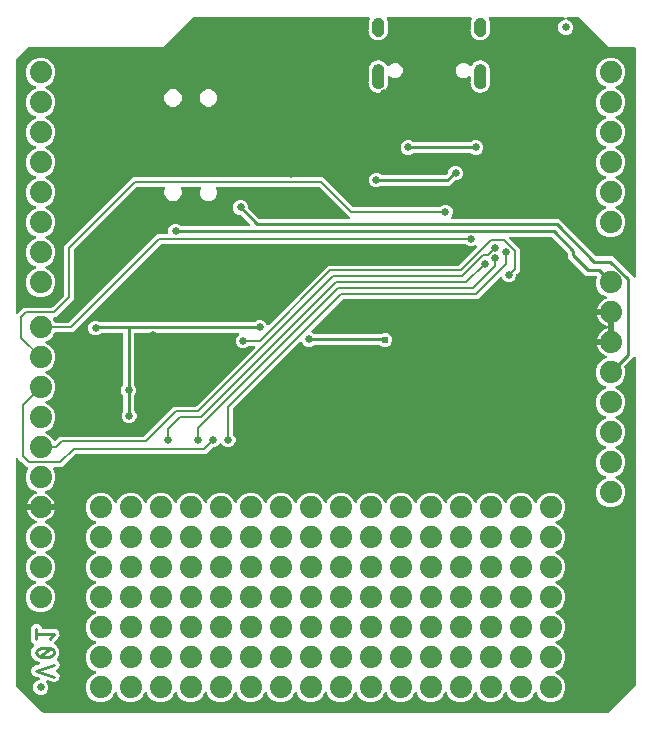
<source format=gbl>
G04 EAGLE Gerber RS-274X export*
G75*
%MOMM*%
%FSLAX34Y34*%
%LPD*%
%INBottom Copper*%
%IPPOS*%
%AMOC8*
5,1,8,0,0,1.08239X$1,22.5*%
G01*
%ADD10C,0.279400*%
%ADD11C,0.635000*%
%ADD12C,0.654000*%
%ADD13C,1.879600*%
%ADD14C,0.254000*%
%ADD15C,0.604000*%
%ADD16C,0.203200*%

G36*
X505889Y-21323D02*
X505889Y-21323D01*
X505988Y-21320D01*
X506046Y-21303D01*
X506106Y-21295D01*
X506198Y-21259D01*
X506293Y-21231D01*
X506345Y-21201D01*
X506402Y-21178D01*
X506482Y-21120D01*
X506567Y-21070D01*
X506643Y-21004D01*
X506659Y-20992D01*
X506667Y-20982D01*
X506688Y-20964D01*
X528964Y1312D01*
X529024Y1390D01*
X529092Y1462D01*
X529121Y1515D01*
X529158Y1563D01*
X529198Y1654D01*
X529246Y1741D01*
X529261Y1799D01*
X529285Y1855D01*
X529300Y1953D01*
X529325Y2049D01*
X529331Y2149D01*
X529335Y2169D01*
X529333Y2181D01*
X529335Y2209D01*
X529335Y278863D01*
X529318Y279001D01*
X529305Y279140D01*
X529298Y279159D01*
X529295Y279179D01*
X529244Y279308D01*
X529197Y279439D01*
X529186Y279456D01*
X529178Y279475D01*
X529097Y279587D01*
X529019Y279702D01*
X529003Y279716D01*
X528992Y279732D01*
X528884Y279821D01*
X528780Y279913D01*
X528762Y279922D01*
X528747Y279935D01*
X528621Y279994D01*
X528497Y280057D01*
X528477Y280062D01*
X528459Y280070D01*
X528323Y280096D01*
X528187Y280127D01*
X528166Y280126D01*
X528147Y280130D01*
X528008Y280121D01*
X527869Y280117D01*
X527849Y280112D01*
X527829Y280110D01*
X527697Y280068D01*
X527563Y280029D01*
X527546Y280019D01*
X527527Y280012D01*
X527409Y279938D01*
X527289Y279867D01*
X527268Y279849D01*
X527258Y279842D01*
X527244Y279827D01*
X527169Y279761D01*
X519915Y272507D01*
X519897Y272484D01*
X519874Y272465D01*
X519799Y272359D01*
X519720Y272256D01*
X519708Y272229D01*
X519691Y272205D01*
X519645Y272083D01*
X519594Y271964D01*
X519589Y271935D01*
X519579Y271907D01*
X519564Y271778D01*
X519544Y271650D01*
X519547Y271621D01*
X519543Y271591D01*
X519561Y271463D01*
X519574Y271333D01*
X519584Y271306D01*
X519588Y271276D01*
X519640Y271124D01*
X520447Y269176D01*
X520447Y264224D01*
X518552Y259650D01*
X515050Y256148D01*
X512695Y255173D01*
X512575Y255104D01*
X512452Y255039D01*
X512437Y255025D01*
X512419Y255015D01*
X512319Y254918D01*
X512216Y254825D01*
X512205Y254808D01*
X512191Y254794D01*
X512118Y254675D01*
X512042Y254559D01*
X512035Y254540D01*
X512024Y254523D01*
X511984Y254390D01*
X511938Y254258D01*
X511937Y254238D01*
X511931Y254219D01*
X511924Y254080D01*
X511913Y253941D01*
X511917Y253921D01*
X511916Y253901D01*
X511944Y253765D01*
X511968Y253628D01*
X511976Y253609D01*
X511980Y253590D01*
X512041Y253464D01*
X512098Y253338D01*
X512111Y253322D01*
X512120Y253304D01*
X512210Y253198D01*
X512297Y253090D01*
X512313Y253077D01*
X512326Y253062D01*
X512440Y252982D01*
X512551Y252898D01*
X512576Y252886D01*
X512586Y252879D01*
X512605Y252872D01*
X512695Y252827D01*
X515050Y251852D01*
X518552Y248350D01*
X520447Y243776D01*
X520447Y238824D01*
X518552Y234250D01*
X515050Y230748D01*
X512695Y229773D01*
X512575Y229704D01*
X512452Y229639D01*
X512437Y229625D01*
X512419Y229615D01*
X512319Y229518D01*
X512216Y229425D01*
X512205Y229408D01*
X512191Y229394D01*
X512118Y229275D01*
X512042Y229159D01*
X512035Y229140D01*
X512024Y229123D01*
X511984Y228990D01*
X511938Y228858D01*
X511937Y228838D01*
X511931Y228819D01*
X511924Y228680D01*
X511913Y228541D01*
X511917Y228521D01*
X511916Y228501D01*
X511944Y228365D01*
X511968Y228228D01*
X511976Y228209D01*
X511980Y228190D01*
X512041Y228064D01*
X512098Y227938D01*
X512111Y227922D01*
X512120Y227904D01*
X512210Y227798D01*
X512297Y227690D01*
X512313Y227677D01*
X512326Y227662D01*
X512440Y227582D01*
X512551Y227498D01*
X512576Y227486D01*
X512586Y227479D01*
X512605Y227472D01*
X512695Y227427D01*
X515050Y226452D01*
X518552Y222950D01*
X520447Y218376D01*
X520447Y213424D01*
X518552Y208850D01*
X515050Y205348D01*
X512695Y204373D01*
X512575Y204304D01*
X512452Y204239D01*
X512437Y204225D01*
X512419Y204215D01*
X512319Y204118D01*
X512216Y204025D01*
X512205Y204008D01*
X512191Y203994D01*
X512118Y203876D01*
X512042Y203759D01*
X512035Y203740D01*
X512024Y203723D01*
X511984Y203590D01*
X511938Y203458D01*
X511937Y203438D01*
X511931Y203419D01*
X511924Y203280D01*
X511913Y203141D01*
X511917Y203121D01*
X511916Y203101D01*
X511944Y202965D01*
X511968Y202828D01*
X511976Y202809D01*
X511980Y202790D01*
X512041Y202665D01*
X512098Y202538D01*
X512111Y202522D01*
X512120Y202504D01*
X512210Y202398D01*
X512297Y202290D01*
X512313Y202277D01*
X512326Y202262D01*
X512440Y202182D01*
X512551Y202098D01*
X512576Y202086D01*
X512586Y202079D01*
X512605Y202072D01*
X512695Y202027D01*
X515050Y201052D01*
X518552Y197550D01*
X520447Y192976D01*
X520447Y188024D01*
X518552Y183450D01*
X515050Y179948D01*
X512695Y178973D01*
X512575Y178904D01*
X512452Y178839D01*
X512437Y178825D01*
X512419Y178815D01*
X512319Y178718D01*
X512216Y178625D01*
X512205Y178608D01*
X512191Y178594D01*
X512118Y178476D01*
X512042Y178359D01*
X512035Y178340D01*
X512024Y178323D01*
X511984Y178190D01*
X511938Y178058D01*
X511937Y178038D01*
X511931Y178019D01*
X511924Y177880D01*
X511913Y177741D01*
X511917Y177721D01*
X511916Y177701D01*
X511944Y177565D01*
X511968Y177428D01*
X511976Y177409D01*
X511980Y177390D01*
X512041Y177265D01*
X512098Y177138D01*
X512111Y177122D01*
X512120Y177104D01*
X512210Y176998D01*
X512297Y176890D01*
X512313Y176877D01*
X512326Y176862D01*
X512440Y176782D01*
X512551Y176698D01*
X512576Y176686D01*
X512586Y176679D01*
X512605Y176672D01*
X512695Y176627D01*
X515050Y175652D01*
X518552Y172150D01*
X520447Y167576D01*
X520447Y162624D01*
X518552Y158050D01*
X515050Y154548D01*
X510476Y152653D01*
X505524Y152653D01*
X500950Y154548D01*
X497448Y158050D01*
X495553Y162624D01*
X495553Y167576D01*
X497448Y172150D01*
X500950Y175652D01*
X503305Y176627D01*
X503425Y176696D01*
X503548Y176761D01*
X503563Y176775D01*
X503581Y176785D01*
X503681Y176882D01*
X503784Y176975D01*
X503795Y176992D01*
X503809Y177006D01*
X503882Y177125D01*
X503958Y177241D01*
X503965Y177260D01*
X503976Y177277D01*
X504016Y177410D01*
X504062Y177542D01*
X504063Y177562D01*
X504069Y177581D01*
X504076Y177720D01*
X504087Y177859D01*
X504083Y177879D01*
X504084Y177899D01*
X504056Y178035D01*
X504032Y178172D01*
X504024Y178191D01*
X504020Y178210D01*
X503959Y178336D01*
X503902Y178462D01*
X503889Y178478D01*
X503880Y178496D01*
X503790Y178602D01*
X503703Y178710D01*
X503687Y178723D01*
X503674Y178738D01*
X503560Y178818D01*
X503449Y178902D01*
X503424Y178914D01*
X503414Y178921D01*
X503395Y178928D01*
X503305Y178973D01*
X500950Y179948D01*
X497448Y183450D01*
X495553Y188024D01*
X495553Y192976D01*
X497448Y197550D01*
X500950Y201052D01*
X503305Y202027D01*
X503425Y202096D01*
X503548Y202161D01*
X503563Y202175D01*
X503581Y202185D01*
X503681Y202282D01*
X503784Y202375D01*
X503795Y202392D01*
X503809Y202406D01*
X503882Y202525D01*
X503958Y202641D01*
X503965Y202660D01*
X503976Y202677D01*
X504016Y202810D01*
X504062Y202942D01*
X504063Y202962D01*
X504069Y202981D01*
X504076Y203120D01*
X504087Y203259D01*
X504083Y203279D01*
X504084Y203299D01*
X504056Y203435D01*
X504032Y203572D01*
X504024Y203591D01*
X504020Y203610D01*
X503959Y203736D01*
X503902Y203862D01*
X503889Y203878D01*
X503880Y203896D01*
X503790Y204002D01*
X503703Y204110D01*
X503687Y204123D01*
X503674Y204138D01*
X503560Y204218D01*
X503449Y204302D01*
X503424Y204314D01*
X503414Y204321D01*
X503395Y204328D01*
X503305Y204373D01*
X500950Y205348D01*
X497448Y208850D01*
X495553Y213424D01*
X495553Y218376D01*
X497448Y222950D01*
X500950Y226452D01*
X503305Y227427D01*
X503425Y227496D01*
X503548Y227561D01*
X503563Y227575D01*
X503581Y227585D01*
X503681Y227682D01*
X503784Y227775D01*
X503795Y227792D01*
X503809Y227806D01*
X503882Y227924D01*
X503958Y228041D01*
X503965Y228060D01*
X503976Y228077D01*
X504016Y228210D01*
X504062Y228342D01*
X504063Y228362D01*
X504069Y228381D01*
X504076Y228520D01*
X504087Y228659D01*
X504083Y228679D01*
X504084Y228699D01*
X504056Y228835D01*
X504032Y228972D01*
X504024Y228991D01*
X504020Y229010D01*
X503959Y229135D01*
X503902Y229262D01*
X503889Y229278D01*
X503880Y229296D01*
X503790Y229402D01*
X503703Y229510D01*
X503687Y229523D01*
X503674Y229538D01*
X503560Y229618D01*
X503449Y229702D01*
X503424Y229714D01*
X503414Y229721D01*
X503395Y229728D01*
X503305Y229773D01*
X500950Y230748D01*
X497448Y234250D01*
X495553Y238824D01*
X495553Y243776D01*
X497448Y248350D01*
X500950Y251852D01*
X503305Y252827D01*
X503425Y252896D01*
X503548Y252961D01*
X503563Y252975D01*
X503581Y252985D01*
X503681Y253082D01*
X503784Y253175D01*
X503795Y253192D01*
X503809Y253206D01*
X503882Y253324D01*
X503958Y253441D01*
X503965Y253460D01*
X503976Y253477D01*
X504016Y253610D01*
X504062Y253742D01*
X504063Y253762D01*
X504069Y253781D01*
X504076Y253920D01*
X504087Y254059D01*
X504083Y254079D01*
X504084Y254099D01*
X504056Y254235D01*
X504032Y254372D01*
X504024Y254391D01*
X504020Y254410D01*
X503959Y254535D01*
X503902Y254662D01*
X503889Y254678D01*
X503880Y254696D01*
X503790Y254802D01*
X503703Y254910D01*
X503687Y254923D01*
X503674Y254938D01*
X503560Y255018D01*
X503449Y255102D01*
X503424Y255114D01*
X503414Y255121D01*
X503395Y255128D01*
X503305Y255173D01*
X500950Y256148D01*
X497448Y259650D01*
X495553Y264224D01*
X495553Y269176D01*
X497448Y273750D01*
X500950Y277252D01*
X503975Y278505D01*
X504001Y278520D01*
X504030Y278529D01*
X504139Y278599D01*
X504252Y278663D01*
X504273Y278684D01*
X504298Y278699D01*
X504387Y278794D01*
X504480Y278884D01*
X504496Y278909D01*
X504516Y278931D01*
X504579Y279045D01*
X504646Y279155D01*
X504655Y279184D01*
X504669Y279210D01*
X504702Y279335D01*
X504740Y279459D01*
X504741Y279489D01*
X504749Y279518D01*
X504749Y279647D01*
X504755Y279777D01*
X504749Y279806D01*
X504749Y279836D01*
X504717Y279961D01*
X504691Y280088D01*
X504678Y280115D01*
X504670Y280144D01*
X504608Y280257D01*
X504551Y280374D01*
X504532Y280397D01*
X504517Y280423D01*
X504429Y280517D01*
X504345Y280616D01*
X504320Y280633D01*
X504300Y280655D01*
X504191Y280724D01*
X504085Y280799D01*
X504057Y280810D01*
X504032Y280826D01*
X503882Y280885D01*
X503417Y281036D01*
X501743Y281889D01*
X500222Y282994D01*
X498894Y284322D01*
X497789Y285843D01*
X496936Y287517D01*
X496355Y289304D01*
X496315Y289561D01*
X506730Y289561D01*
X506848Y289576D01*
X506967Y289583D01*
X507005Y289596D01*
X507045Y289601D01*
X507156Y289644D01*
X507269Y289681D01*
X507303Y289703D01*
X507341Y289718D01*
X507437Y289788D01*
X507538Y289851D01*
X507566Y289881D01*
X507598Y289904D01*
X507674Y289996D01*
X507756Y290083D01*
X507775Y290118D01*
X507801Y290149D01*
X507852Y290257D01*
X507909Y290361D01*
X507920Y290401D01*
X507937Y290437D01*
X507959Y290554D01*
X507989Y290669D01*
X507993Y290730D01*
X507997Y290750D01*
X507995Y290770D01*
X507999Y290830D01*
X507999Y292101D01*
X509270Y292101D01*
X509388Y292116D01*
X509507Y292123D01*
X509545Y292136D01*
X509585Y292141D01*
X509696Y292185D01*
X509809Y292221D01*
X509844Y292243D01*
X509881Y292258D01*
X509977Y292328D01*
X510078Y292391D01*
X510106Y292421D01*
X510139Y292445D01*
X510214Y292536D01*
X510296Y292623D01*
X510316Y292658D01*
X510341Y292690D01*
X510392Y292797D01*
X510450Y292902D01*
X510460Y292941D01*
X510477Y292977D01*
X510499Y293094D01*
X510529Y293209D01*
X510533Y293270D01*
X510537Y293290D01*
X510535Y293310D01*
X510539Y293370D01*
X510539Y316230D01*
X510524Y316348D01*
X510517Y316467D01*
X510504Y316505D01*
X510499Y316545D01*
X510456Y316656D01*
X510419Y316769D01*
X510397Y316803D01*
X510382Y316841D01*
X510312Y316937D01*
X510249Y317038D01*
X510219Y317066D01*
X510195Y317098D01*
X510104Y317174D01*
X510017Y317256D01*
X509982Y317275D01*
X509951Y317301D01*
X509843Y317352D01*
X509739Y317409D01*
X509699Y317420D01*
X509663Y317437D01*
X509546Y317459D01*
X509431Y317489D01*
X509370Y317493D01*
X509350Y317497D01*
X509330Y317495D01*
X509270Y317499D01*
X507999Y317499D01*
X507999Y318770D01*
X507984Y318888D01*
X507977Y319007D01*
X507964Y319045D01*
X507959Y319085D01*
X507915Y319196D01*
X507879Y319309D01*
X507857Y319344D01*
X507842Y319381D01*
X507772Y319477D01*
X507709Y319578D01*
X507679Y319606D01*
X507655Y319639D01*
X507564Y319714D01*
X507477Y319796D01*
X507442Y319816D01*
X507410Y319841D01*
X507303Y319892D01*
X507198Y319950D01*
X507159Y319960D01*
X507123Y319977D01*
X507006Y319999D01*
X506891Y320029D01*
X506830Y320033D01*
X506810Y320037D01*
X506790Y320035D01*
X506730Y320039D01*
X496315Y320039D01*
X496355Y320296D01*
X496936Y322083D01*
X497789Y323757D01*
X498894Y325278D01*
X500222Y326606D01*
X501743Y327711D01*
X503417Y328564D01*
X503882Y328715D01*
X503909Y328728D01*
X503938Y328735D01*
X504053Y328795D01*
X504170Y328850D01*
X504193Y328869D01*
X504219Y328883D01*
X504315Y328971D01*
X504415Y329053D01*
X504432Y329077D01*
X504454Y329097D01*
X504525Y329206D01*
X504602Y329310D01*
X504613Y329338D01*
X504629Y329363D01*
X504671Y329485D01*
X504719Y329606D01*
X504723Y329636D01*
X504732Y329664D01*
X504743Y329793D01*
X504759Y329922D01*
X504755Y329951D01*
X504758Y329981D01*
X504735Y330109D01*
X504719Y330237D01*
X504708Y330265D01*
X504703Y330294D01*
X504650Y330412D01*
X504602Y330533D01*
X504585Y330557D01*
X504573Y330584D01*
X504492Y330685D01*
X504416Y330790D01*
X504393Y330809D01*
X504374Y330833D01*
X504271Y330910D01*
X504171Y330993D01*
X504144Y331006D01*
X504120Y331024D01*
X503975Y331095D01*
X500950Y332348D01*
X497448Y335850D01*
X495553Y340424D01*
X495553Y345376D01*
X496220Y346986D01*
X496234Y347034D01*
X496255Y347079D01*
X496275Y347187D01*
X496304Y347293D01*
X496305Y347343D01*
X496314Y347392D01*
X496308Y347501D01*
X496309Y347611D01*
X496298Y347659D01*
X496295Y347709D01*
X496261Y347813D01*
X496235Y347920D01*
X496212Y347964D01*
X496197Y348011D01*
X496138Y348104D01*
X496086Y348201D01*
X496053Y348238D01*
X496026Y348280D01*
X495946Y348355D01*
X495873Y348437D01*
X495831Y348464D01*
X495795Y348498D01*
X495699Y348551D01*
X495607Y348611D01*
X495560Y348628D01*
X495516Y348652D01*
X495410Y348679D01*
X495306Y348715D01*
X495256Y348719D01*
X495208Y348731D01*
X495048Y348741D01*
X487161Y348741D01*
X471931Y363971D01*
X471931Y367255D01*
X471919Y367354D01*
X471916Y367453D01*
X471899Y367511D01*
X471891Y367571D01*
X471855Y367663D01*
X471827Y367758D01*
X471797Y367810D01*
X471774Y367867D01*
X471716Y367947D01*
X471666Y368032D01*
X471600Y368107D01*
X471588Y368124D01*
X471578Y368132D01*
X471560Y368153D01*
X458323Y381390D01*
X458245Y381450D01*
X458172Y381518D01*
X458119Y381547D01*
X458072Y381584D01*
X457981Y381624D01*
X457894Y381672D01*
X457835Y381687D01*
X457780Y381711D01*
X457682Y381726D01*
X457586Y381751D01*
X457486Y381757D01*
X457466Y381761D01*
X457453Y381759D01*
X457425Y381761D01*
X423341Y381761D01*
X423204Y381744D01*
X423065Y381731D01*
X423046Y381724D01*
X423026Y381721D01*
X422897Y381670D01*
X422766Y381623D01*
X422749Y381612D01*
X422730Y381604D01*
X422618Y381523D01*
X422503Y381445D01*
X422489Y381429D01*
X422473Y381418D01*
X422384Y381310D01*
X422292Y381206D01*
X422283Y381188D01*
X422270Y381173D01*
X422211Y381047D01*
X422148Y380923D01*
X422143Y380903D01*
X422134Y380885D01*
X422108Y380749D01*
X422078Y380613D01*
X422078Y380592D01*
X422075Y380573D01*
X422083Y380434D01*
X422088Y380295D01*
X422093Y380275D01*
X422094Y380255D01*
X422137Y380123D01*
X422176Y379989D01*
X422186Y379972D01*
X422192Y379953D01*
X422267Y379835D01*
X422337Y379715D01*
X422356Y379694D01*
X422363Y379684D01*
X422378Y379670D01*
X422444Y379595D01*
X430785Y371254D01*
X430785Y352646D01*
X428235Y350097D01*
X428175Y350019D01*
X428107Y349947D01*
X428078Y349894D01*
X428041Y349846D01*
X428001Y349755D01*
X427953Y349668D01*
X427938Y349610D01*
X427914Y349554D01*
X427899Y349456D01*
X427874Y349360D01*
X427868Y349260D01*
X427864Y349240D01*
X427866Y349228D01*
X427864Y349200D01*
X427864Y348012D01*
X426916Y345725D01*
X425165Y343974D01*
X422878Y343026D01*
X420402Y343026D01*
X418115Y343974D01*
X416364Y345725D01*
X415939Y346749D01*
X415915Y346792D01*
X415898Y346839D01*
X415836Y346930D01*
X415782Y347025D01*
X415747Y347061D01*
X415719Y347102D01*
X415637Y347175D01*
X415561Y347254D01*
X415518Y347280D01*
X415481Y347313D01*
X415383Y347363D01*
X415289Y347420D01*
X415242Y347435D01*
X415198Y347457D01*
X415091Y347481D01*
X414986Y347514D01*
X414936Y347516D01*
X414887Y347527D01*
X414778Y347524D01*
X414668Y347529D01*
X414619Y347519D01*
X414570Y347517D01*
X414464Y347487D01*
X414356Y347464D01*
X414312Y347443D01*
X414264Y347429D01*
X414170Y347373D01*
X414071Y347325D01*
X414033Y347292D01*
X413990Y347267D01*
X413869Y347161D01*
X398136Y331428D01*
X395384Y328675D01*
X281609Y328675D01*
X281511Y328663D01*
X281412Y328660D01*
X281354Y328643D01*
X281294Y328635D01*
X281202Y328599D01*
X281107Y328571D01*
X281055Y328541D01*
X280998Y328518D01*
X280918Y328460D01*
X280833Y328410D01*
X280757Y328344D01*
X280741Y328332D01*
X280733Y328322D01*
X280712Y328304D01*
X254819Y302411D01*
X254789Y302371D01*
X254752Y302338D01*
X254692Y302246D01*
X254624Y302159D01*
X254604Y302114D01*
X254577Y302072D01*
X254542Y301969D01*
X254498Y301868D01*
X254490Y301818D01*
X254474Y301772D01*
X254465Y301662D01*
X254448Y301554D01*
X254453Y301504D01*
X254449Y301455D01*
X254467Y301347D01*
X254478Y301237D01*
X254495Y301190D01*
X254503Y301141D01*
X254548Y301041D01*
X254585Y300938D01*
X254613Y300897D01*
X254634Y300851D01*
X254702Y300765D01*
X254764Y300674D01*
X254801Y300642D01*
X254832Y300603D01*
X254920Y300537D01*
X255002Y300464D01*
X255047Y300441D01*
X255086Y300412D01*
X255231Y300341D01*
X256255Y299916D01*
X256841Y299330D01*
X256919Y299270D01*
X256992Y299202D01*
X257045Y299173D01*
X257092Y299136D01*
X257183Y299096D01*
X257270Y299048D01*
X257329Y299033D01*
X257384Y299009D01*
X257482Y298994D01*
X257578Y298969D01*
X257678Y298963D01*
X257698Y298959D01*
X257711Y298961D01*
X257739Y298959D01*
X312710Y298959D01*
X312809Y298971D01*
X312908Y298974D01*
X312966Y298991D01*
X313026Y298999D01*
X313118Y299035D01*
X313213Y299063D01*
X313265Y299093D01*
X313322Y299116D01*
X313402Y299174D01*
X313487Y299224D01*
X313563Y299290D01*
X313579Y299302D01*
X313587Y299312D01*
X313608Y299330D01*
X313672Y299395D01*
X315903Y300319D01*
X318317Y300319D01*
X320548Y299395D01*
X322255Y297688D01*
X323179Y295457D01*
X323179Y293043D01*
X322255Y290812D01*
X320548Y289105D01*
X318317Y288181D01*
X315903Y288181D01*
X313672Y289105D01*
X312828Y289950D01*
X312750Y290010D01*
X312678Y290078D01*
X312625Y290107D01*
X312577Y290144D01*
X312486Y290184D01*
X312399Y290232D01*
X312341Y290247D01*
X312285Y290271D01*
X312187Y290286D01*
X312091Y290311D01*
X311991Y290317D01*
X311971Y290321D01*
X311958Y290319D01*
X311930Y290321D01*
X257739Y290321D01*
X257641Y290309D01*
X257541Y290306D01*
X257483Y290289D01*
X257423Y290281D01*
X257331Y290245D01*
X257236Y290217D01*
X257184Y290187D01*
X257127Y290164D01*
X257047Y290106D01*
X256962Y290056D01*
X256887Y289990D01*
X256870Y289978D01*
X256862Y289968D01*
X256841Y289950D01*
X256255Y289364D01*
X253968Y288416D01*
X251492Y288416D01*
X249205Y289364D01*
X247454Y291115D01*
X247029Y292139D01*
X247005Y292182D01*
X246988Y292229D01*
X246926Y292320D01*
X246872Y292415D01*
X246837Y292451D01*
X246809Y292492D01*
X246727Y292565D01*
X246651Y292644D01*
X246608Y292670D01*
X246571Y292703D01*
X246473Y292753D01*
X246379Y292810D01*
X246332Y292825D01*
X246288Y292847D01*
X246180Y292871D01*
X246076Y292904D01*
X246026Y292906D01*
X245977Y292917D01*
X245868Y292914D01*
X245758Y292919D01*
X245709Y292909D01*
X245660Y292907D01*
X245554Y292877D01*
X245446Y292854D01*
X245402Y292833D01*
X245354Y292819D01*
X245260Y292763D01*
X245161Y292715D01*
X245123Y292683D01*
X245080Y292657D01*
X244959Y292551D01*
X188586Y236178D01*
X188526Y236100D01*
X188458Y236028D01*
X188429Y235975D01*
X188392Y235927D01*
X188352Y235836D01*
X188304Y235749D01*
X188289Y235691D01*
X188265Y235635D01*
X188250Y235537D01*
X188225Y235441D01*
X188219Y235341D01*
X188215Y235321D01*
X188217Y235309D01*
X188215Y235281D01*
X188215Y214813D01*
X188227Y214715D01*
X188230Y214615D01*
X188247Y214557D01*
X188255Y214497D01*
X188291Y214405D01*
X188319Y214310D01*
X188349Y214258D01*
X188372Y214201D01*
X188430Y214121D01*
X188480Y214036D01*
X188546Y213961D01*
X188558Y213944D01*
X188568Y213936D01*
X188586Y213915D01*
X189426Y213075D01*
X190374Y210788D01*
X190374Y208312D01*
X189426Y206025D01*
X187675Y204274D01*
X185388Y203326D01*
X182912Y203326D01*
X180625Y204274D01*
X178697Y206201D01*
X178603Y206274D01*
X178514Y206353D01*
X178478Y206371D01*
X178446Y206396D01*
X178337Y206443D01*
X178231Y206497D01*
X178192Y206506D01*
X178154Y206522D01*
X178037Y206541D01*
X177921Y206567D01*
X177880Y206566D01*
X177840Y206572D01*
X177722Y206561D01*
X177603Y206557D01*
X177564Y206546D01*
X177524Y206542D01*
X177412Y206502D01*
X177297Y206469D01*
X177262Y206448D01*
X177224Y206435D01*
X177126Y206368D01*
X177023Y206307D01*
X176978Y206267D01*
X176961Y206256D01*
X176948Y206241D01*
X176902Y206201D01*
X174975Y204274D01*
X172688Y203326D01*
X171500Y203326D01*
X171402Y203314D01*
X171303Y203311D01*
X171245Y203294D01*
X171185Y203286D01*
X171093Y203250D01*
X170998Y203222D01*
X170946Y203192D01*
X170889Y203169D01*
X170809Y203111D01*
X170724Y203061D01*
X170648Y202995D01*
X170632Y202983D01*
X170629Y202980D01*
X170628Y202978D01*
X170621Y202971D01*
X170603Y202955D01*
X165514Y197865D01*
X55549Y197865D01*
X55451Y197853D01*
X55352Y197850D01*
X55294Y197833D01*
X55234Y197825D01*
X55142Y197789D01*
X55047Y197761D01*
X54995Y197731D01*
X54938Y197708D01*
X54858Y197650D01*
X54773Y197600D01*
X54697Y197534D01*
X54681Y197522D01*
X54673Y197512D01*
X54652Y197494D01*
X43594Y186435D01*
X37195Y186435D01*
X37146Y186429D01*
X37096Y186431D01*
X36989Y186409D01*
X36879Y186395D01*
X36833Y186377D01*
X36785Y186367D01*
X36686Y186319D01*
X36584Y186278D01*
X36544Y186249D01*
X36499Y186227D01*
X36415Y186156D01*
X36326Y186092D01*
X36295Y186053D01*
X36257Y186021D01*
X36194Y185931D01*
X36124Y185847D01*
X36102Y185802D01*
X36074Y185761D01*
X36035Y185658D01*
X35988Y185559D01*
X35979Y185510D01*
X35961Y185464D01*
X35949Y185354D01*
X35928Y185247D01*
X35931Y185197D01*
X35926Y185148D01*
X35941Y185039D01*
X35948Y184929D01*
X35963Y184882D01*
X35970Y184833D01*
X36022Y184680D01*
X37847Y180276D01*
X37847Y175324D01*
X35952Y170750D01*
X32450Y167248D01*
X29425Y165995D01*
X29399Y165980D01*
X29370Y165971D01*
X29261Y165901D01*
X29148Y165837D01*
X29127Y165816D01*
X29102Y165800D01*
X29013Y165706D01*
X28920Y165616D01*
X28904Y165590D01*
X28884Y165569D01*
X28821Y165455D01*
X28754Y165345D01*
X28745Y165316D01*
X28731Y165290D01*
X28698Y165165D01*
X28660Y165041D01*
X28659Y165011D01*
X28651Y164982D01*
X28651Y164852D01*
X28645Y164723D01*
X28651Y164694D01*
X28651Y164664D01*
X28683Y164539D01*
X28709Y164412D01*
X28722Y164385D01*
X28730Y164356D01*
X28792Y164243D01*
X28849Y164126D01*
X28868Y164103D01*
X28883Y164077D01*
X28971Y163983D01*
X29055Y163884D01*
X29080Y163867D01*
X29100Y163845D01*
X29209Y163776D01*
X29315Y163701D01*
X29343Y163690D01*
X29369Y163674D01*
X29518Y163615D01*
X29983Y163464D01*
X31657Y162611D01*
X33178Y161506D01*
X34506Y160178D01*
X35611Y158657D01*
X36464Y156983D01*
X37045Y155196D01*
X37085Y154939D01*
X26670Y154939D01*
X26552Y154924D01*
X26433Y154917D01*
X26395Y154904D01*
X26355Y154899D01*
X26244Y154856D01*
X26131Y154819D01*
X26097Y154797D01*
X26059Y154782D01*
X25963Y154712D01*
X25862Y154649D01*
X25834Y154619D01*
X25802Y154595D01*
X25726Y154504D01*
X25644Y154417D01*
X25625Y154382D01*
X25599Y154351D01*
X25548Y154243D01*
X25491Y154139D01*
X25480Y154099D01*
X25463Y154063D01*
X25441Y153946D01*
X25411Y153831D01*
X25407Y153770D01*
X25403Y153750D01*
X25405Y153730D01*
X25401Y153670D01*
X25401Y151130D01*
X25416Y151012D01*
X25423Y150893D01*
X25436Y150855D01*
X25441Y150814D01*
X25485Y150703D01*
X25521Y150591D01*
X25543Y150556D01*
X25558Y150519D01*
X25628Y150423D01*
X25691Y150322D01*
X25721Y150294D01*
X25745Y150261D01*
X25836Y150186D01*
X25923Y150104D01*
X25958Y150084D01*
X25990Y150059D01*
X26097Y150008D01*
X26202Y149950D01*
X26241Y149940D01*
X26277Y149923D01*
X26394Y149901D01*
X26509Y149871D01*
X26570Y149867D01*
X26590Y149863D01*
X26610Y149865D01*
X26670Y149861D01*
X37085Y149861D01*
X37045Y149604D01*
X36464Y147817D01*
X35611Y146143D01*
X34506Y144622D01*
X33178Y143294D01*
X31657Y142189D01*
X29983Y141336D01*
X29518Y141185D01*
X29491Y141172D01*
X29462Y141165D01*
X29348Y141105D01*
X29230Y141050D01*
X29207Y141031D01*
X29181Y141017D01*
X29085Y140930D01*
X28985Y140847D01*
X28968Y140823D01*
X28946Y140803D01*
X28874Y140694D01*
X28798Y140590D01*
X28787Y140562D01*
X28771Y140537D01*
X28729Y140414D01*
X28681Y140294D01*
X28677Y140264D01*
X28668Y140236D01*
X28657Y140107D01*
X28641Y139979D01*
X28645Y139949D01*
X28642Y139919D01*
X28665Y139791D01*
X28681Y139663D01*
X28692Y139635D01*
X28697Y139606D01*
X28750Y139488D01*
X28798Y139367D01*
X28815Y139343D01*
X28827Y139316D01*
X28908Y139215D01*
X28984Y139110D01*
X29007Y139091D01*
X29026Y139067D01*
X29130Y138989D01*
X29229Y138907D01*
X29256Y138894D01*
X29280Y138876D01*
X29425Y138805D01*
X32450Y137552D01*
X35952Y134050D01*
X37847Y129476D01*
X37847Y124524D01*
X35952Y119950D01*
X32450Y116448D01*
X30095Y115473D01*
X29975Y115404D01*
X29852Y115339D01*
X29837Y115325D01*
X29819Y115315D01*
X29719Y115218D01*
X29616Y115125D01*
X29605Y115108D01*
X29591Y115094D01*
X29518Y114976D01*
X29442Y114859D01*
X29435Y114840D01*
X29424Y114823D01*
X29384Y114690D01*
X29338Y114558D01*
X29337Y114538D01*
X29331Y114519D01*
X29324Y114380D01*
X29313Y114241D01*
X29317Y114221D01*
X29316Y114201D01*
X29344Y114065D01*
X29368Y113928D01*
X29376Y113909D01*
X29380Y113890D01*
X29441Y113765D01*
X29498Y113638D01*
X29511Y113622D01*
X29520Y113604D01*
X29610Y113498D01*
X29697Y113390D01*
X29713Y113377D01*
X29726Y113362D01*
X29840Y113282D01*
X29951Y113198D01*
X29976Y113186D01*
X29986Y113179D01*
X30005Y113172D01*
X30095Y113127D01*
X32450Y112152D01*
X35952Y108650D01*
X37847Y104076D01*
X37847Y99124D01*
X35952Y94550D01*
X32450Y91048D01*
X30095Y90073D01*
X29975Y90004D01*
X29852Y89939D01*
X29837Y89925D01*
X29819Y89915D01*
X29719Y89818D01*
X29616Y89725D01*
X29605Y89708D01*
X29591Y89694D01*
X29518Y89576D01*
X29442Y89459D01*
X29435Y89440D01*
X29424Y89423D01*
X29384Y89290D01*
X29338Y89158D01*
X29337Y89138D01*
X29331Y89119D01*
X29324Y88980D01*
X29313Y88841D01*
X29317Y88821D01*
X29316Y88801D01*
X29344Y88665D01*
X29368Y88528D01*
X29376Y88509D01*
X29380Y88490D01*
X29441Y88365D01*
X29498Y88238D01*
X29511Y88222D01*
X29520Y88204D01*
X29610Y88098D01*
X29697Y87990D01*
X29713Y87977D01*
X29726Y87962D01*
X29840Y87882D01*
X29951Y87798D01*
X29976Y87786D01*
X29986Y87779D01*
X30005Y87772D01*
X30095Y87727D01*
X32450Y86752D01*
X35952Y83250D01*
X37847Y78676D01*
X37847Y73724D01*
X35952Y69150D01*
X32450Y65648D01*
X27876Y63753D01*
X22924Y63753D01*
X18350Y65648D01*
X14848Y69150D01*
X12953Y73724D01*
X12953Y78676D01*
X14848Y83250D01*
X18350Y86752D01*
X20705Y87727D01*
X20825Y87796D01*
X20948Y87861D01*
X20963Y87875D01*
X20981Y87885D01*
X21081Y87982D01*
X21184Y88075D01*
X21195Y88092D01*
X21209Y88106D01*
X21282Y88225D01*
X21358Y88341D01*
X21365Y88360D01*
X21376Y88377D01*
X21416Y88510D01*
X21462Y88642D01*
X21463Y88662D01*
X21469Y88681D01*
X21476Y88820D01*
X21487Y88959D01*
X21483Y88979D01*
X21484Y88999D01*
X21456Y89135D01*
X21432Y89272D01*
X21424Y89291D01*
X21420Y89310D01*
X21359Y89436D01*
X21302Y89562D01*
X21289Y89578D01*
X21280Y89596D01*
X21190Y89702D01*
X21103Y89810D01*
X21087Y89823D01*
X21074Y89838D01*
X20960Y89918D01*
X20849Y90002D01*
X20824Y90014D01*
X20814Y90021D01*
X20795Y90028D01*
X20705Y90073D01*
X18350Y91048D01*
X14848Y94550D01*
X12953Y99124D01*
X12953Y104076D01*
X14848Y108650D01*
X18350Y112152D01*
X20705Y113127D01*
X20825Y113196D01*
X20948Y113261D01*
X20963Y113275D01*
X20981Y113285D01*
X21081Y113382D01*
X21184Y113475D01*
X21195Y113492D01*
X21209Y113506D01*
X21282Y113625D01*
X21358Y113741D01*
X21365Y113760D01*
X21376Y113777D01*
X21416Y113910D01*
X21462Y114042D01*
X21463Y114062D01*
X21469Y114081D01*
X21476Y114220D01*
X21487Y114359D01*
X21483Y114379D01*
X21484Y114399D01*
X21456Y114535D01*
X21432Y114672D01*
X21424Y114691D01*
X21420Y114710D01*
X21359Y114836D01*
X21302Y114962D01*
X21289Y114978D01*
X21280Y114996D01*
X21190Y115102D01*
X21103Y115210D01*
X21087Y115223D01*
X21074Y115238D01*
X20960Y115318D01*
X20849Y115402D01*
X20824Y115414D01*
X20814Y115421D01*
X20795Y115428D01*
X20705Y115473D01*
X18350Y116448D01*
X14848Y119950D01*
X12953Y124524D01*
X12953Y129476D01*
X14848Y134050D01*
X18350Y137552D01*
X21375Y138805D01*
X21401Y138820D01*
X21430Y138829D01*
X21539Y138899D01*
X21652Y138963D01*
X21673Y138984D01*
X21698Y139000D01*
X21787Y139094D01*
X21880Y139184D01*
X21896Y139210D01*
X21916Y139231D01*
X21979Y139345D01*
X22046Y139455D01*
X22055Y139484D01*
X22069Y139510D01*
X22102Y139635D01*
X22140Y139759D01*
X22141Y139789D01*
X22149Y139818D01*
X22149Y139948D01*
X22155Y140077D01*
X22149Y140106D01*
X22149Y140136D01*
X22117Y140261D01*
X22091Y140388D01*
X22078Y140415D01*
X22070Y140444D01*
X22008Y140557D01*
X21951Y140674D01*
X21932Y140697D01*
X21917Y140723D01*
X21829Y140817D01*
X21745Y140916D01*
X21720Y140933D01*
X21700Y140955D01*
X21591Y141024D01*
X21485Y141099D01*
X21457Y141110D01*
X21431Y141126D01*
X21282Y141185D01*
X20817Y141336D01*
X19143Y142189D01*
X17622Y143294D01*
X16294Y144622D01*
X15189Y146143D01*
X14336Y147817D01*
X13755Y149604D01*
X13715Y149861D01*
X24130Y149861D01*
X24248Y149876D01*
X24367Y149883D01*
X24405Y149896D01*
X24445Y149901D01*
X24556Y149944D01*
X24669Y149981D01*
X24703Y150003D01*
X24741Y150018D01*
X24837Y150088D01*
X24938Y150151D01*
X24966Y150181D01*
X24998Y150204D01*
X25074Y150296D01*
X25156Y150383D01*
X25175Y150418D01*
X25201Y150449D01*
X25252Y150557D01*
X25309Y150661D01*
X25320Y150701D01*
X25337Y150737D01*
X25359Y150854D01*
X25389Y150969D01*
X25393Y151030D01*
X25397Y151050D01*
X25395Y151070D01*
X25399Y151130D01*
X25399Y153670D01*
X25384Y153788D01*
X25377Y153907D01*
X25364Y153945D01*
X25359Y153985D01*
X25315Y154096D01*
X25279Y154209D01*
X25257Y154244D01*
X25242Y154281D01*
X25172Y154377D01*
X25109Y154478D01*
X25079Y154506D01*
X25055Y154539D01*
X24964Y154614D01*
X24877Y154696D01*
X24842Y154716D01*
X24810Y154741D01*
X24703Y154792D01*
X24598Y154850D01*
X24559Y154860D01*
X24523Y154877D01*
X24406Y154899D01*
X24291Y154929D01*
X24230Y154933D01*
X24210Y154937D01*
X24190Y154935D01*
X24130Y154939D01*
X13715Y154939D01*
X13755Y155196D01*
X14336Y156983D01*
X15189Y158657D01*
X16294Y160178D01*
X17622Y161506D01*
X19143Y162611D01*
X20817Y163464D01*
X21282Y163615D01*
X21309Y163628D01*
X21338Y163635D01*
X21452Y163695D01*
X21570Y163750D01*
X21593Y163769D01*
X21619Y163783D01*
X21715Y163870D01*
X21815Y163953D01*
X21832Y163977D01*
X21854Y163997D01*
X21926Y164106D01*
X22002Y164210D01*
X22013Y164238D01*
X22029Y164263D01*
X22071Y164386D01*
X22119Y164506D01*
X22123Y164536D01*
X22132Y164564D01*
X22143Y164693D01*
X22159Y164821D01*
X22155Y164851D01*
X22158Y164881D01*
X22135Y165009D01*
X22119Y165137D01*
X22108Y165165D01*
X22103Y165194D01*
X22050Y165312D01*
X22002Y165433D01*
X21985Y165457D01*
X21973Y165484D01*
X21892Y165585D01*
X21816Y165690D01*
X21793Y165709D01*
X21774Y165733D01*
X21670Y165811D01*
X21571Y165893D01*
X21544Y165906D01*
X21520Y165924D01*
X21375Y165995D01*
X18350Y167248D01*
X14848Y170750D01*
X12953Y175324D01*
X12953Y180276D01*
X14778Y184680D01*
X14791Y184728D01*
X14812Y184773D01*
X14833Y184881D01*
X14862Y184987D01*
X14862Y185037D01*
X14872Y185086D01*
X14865Y185195D01*
X14867Y185305D01*
X14855Y185353D01*
X14852Y185403D01*
X14818Y185507D01*
X14793Y185614D01*
X14769Y185658D01*
X14754Y185705D01*
X14695Y185798D01*
X14644Y185895D01*
X14610Y185932D01*
X14584Y185974D01*
X14504Y186049D01*
X14430Y186131D01*
X14388Y186158D01*
X14352Y186192D01*
X14256Y186245D01*
X14164Y186305D01*
X14117Y186322D01*
X14074Y186346D01*
X13967Y186373D01*
X13863Y186409D01*
X13814Y186413D01*
X13766Y186425D01*
X13605Y186435D01*
X13556Y186435D01*
X8848Y191144D01*
X6231Y193760D01*
X6122Y193845D01*
X6015Y193934D01*
X5996Y193943D01*
X5980Y193955D01*
X5852Y194011D01*
X5727Y194070D01*
X5707Y194073D01*
X5688Y194081D01*
X5550Y194103D01*
X5414Y194129D01*
X5394Y194128D01*
X5374Y194131D01*
X5235Y194118D01*
X5097Y194110D01*
X5078Y194103D01*
X5058Y194101D01*
X4926Y194054D01*
X4795Y194012D01*
X4777Y194001D01*
X4758Y193994D01*
X4643Y193916D01*
X4526Y193841D01*
X4512Y193827D01*
X4495Y193815D01*
X4403Y193711D01*
X4308Y193610D01*
X4298Y193592D01*
X4285Y193577D01*
X4221Y193453D01*
X4154Y193331D01*
X4149Y193312D01*
X4140Y193294D01*
X4110Y193158D01*
X4075Y193023D01*
X4073Y192995D01*
X4070Y192983D01*
X4071Y192963D01*
X4065Y192863D01*
X4065Y2209D01*
X4077Y2111D01*
X4080Y2012D01*
X4097Y1954D01*
X4105Y1894D01*
X4141Y1802D01*
X4169Y1707D01*
X4199Y1655D01*
X4222Y1598D01*
X4280Y1518D01*
X4330Y1433D01*
X4396Y1357D01*
X4408Y1341D01*
X4418Y1333D01*
X4436Y1312D01*
X26712Y-20964D01*
X26790Y-21024D01*
X26862Y-21092D01*
X26915Y-21121D01*
X26963Y-21158D01*
X27054Y-21198D01*
X27141Y-21246D01*
X27199Y-21261D01*
X27255Y-21285D01*
X27353Y-21300D01*
X27449Y-21325D01*
X27549Y-21331D01*
X27569Y-21335D01*
X27581Y-21333D01*
X27609Y-21335D01*
X505791Y-21335D01*
X505889Y-21323D01*
G37*
G36*
X5392Y316419D02*
X5392Y316419D01*
X5531Y316424D01*
X5551Y316429D01*
X5571Y316430D01*
X5703Y316473D01*
X5837Y316512D01*
X5854Y316522D01*
X5873Y316528D01*
X5991Y316603D01*
X6111Y316673D01*
X6132Y316692D01*
X6142Y316699D01*
X6156Y316714D01*
X6231Y316780D01*
X11016Y321565D01*
X34621Y321565D01*
X34719Y321577D01*
X34818Y321580D01*
X34876Y321597D01*
X34936Y321605D01*
X35028Y321641D01*
X35123Y321669D01*
X35176Y321699D01*
X35232Y321722D01*
X35312Y321780D01*
X35397Y321830D01*
X35473Y321896D01*
X35489Y321908D01*
X35497Y321918D01*
X35518Y321936D01*
X45094Y331512D01*
X45154Y331590D01*
X45222Y331662D01*
X45251Y331715D01*
X45288Y331763D01*
X45328Y331854D01*
X45376Y331941D01*
X45391Y331999D01*
X45415Y332055D01*
X45430Y332153D01*
X45455Y332249D01*
X45461Y332349D01*
X45465Y332369D01*
X45463Y332381D01*
X45465Y332409D01*
X45465Y373794D01*
X103726Y432055D01*
X264574Y432055D01*
X289602Y407026D01*
X289680Y406966D01*
X289752Y406898D01*
X289805Y406869D01*
X289853Y406832D01*
X289944Y406792D01*
X290031Y406744D01*
X290089Y406729D01*
X290145Y406705D01*
X290243Y406690D01*
X290339Y406665D01*
X290439Y406659D01*
X290459Y406655D01*
X290471Y406657D01*
X290499Y406655D01*
X362837Y406655D01*
X362935Y406667D01*
X363035Y406670D01*
X363093Y406687D01*
X363153Y406695D01*
X363245Y406731D01*
X363340Y406759D01*
X363392Y406789D01*
X363449Y406812D01*
X363529Y406870D01*
X363614Y406920D01*
X363689Y406986D01*
X363706Y406998D01*
X363714Y407008D01*
X363735Y407026D01*
X364575Y407866D01*
X366862Y408814D01*
X369338Y408814D01*
X371625Y407866D01*
X373376Y406115D01*
X374324Y403828D01*
X374324Y401352D01*
X373376Y399065D01*
X372827Y398515D01*
X372742Y398406D01*
X372653Y398299D01*
X372645Y398280D01*
X372632Y398264D01*
X372577Y398136D01*
X372518Y398011D01*
X372514Y397991D01*
X372506Y397972D01*
X372484Y397834D01*
X372458Y397698D01*
X372459Y397678D01*
X372456Y397658D01*
X372469Y397519D01*
X372478Y397381D01*
X372484Y397362D01*
X372486Y397342D01*
X372533Y397211D01*
X372576Y397079D01*
X372587Y397061D01*
X372593Y397042D01*
X372671Y396928D01*
X372746Y396810D01*
X372761Y396796D01*
X372772Y396779D01*
X372876Y396687D01*
X372978Y396592D01*
X372995Y396582D01*
X373010Y396569D01*
X373134Y396506D01*
X373256Y396438D01*
X373276Y396433D01*
X373294Y396424D01*
X373430Y396394D01*
X373564Y396359D01*
X373592Y396357D01*
X373604Y396354D01*
X373624Y396355D01*
X373725Y396349D01*
X464359Y396349D01*
X495417Y365290D01*
X495495Y365230D01*
X495568Y365162D01*
X495621Y365133D01*
X495668Y365096D01*
X495759Y365056D01*
X495846Y365008D01*
X495905Y364993D01*
X495960Y364969D01*
X496058Y364954D01*
X496154Y364929D01*
X496254Y364923D01*
X496274Y364919D01*
X496287Y364921D01*
X496315Y364919D01*
X509519Y364919D01*
X523917Y350520D01*
X527169Y347269D01*
X527278Y347184D01*
X527385Y347095D01*
X527404Y347087D01*
X527420Y347074D01*
X527548Y347019D01*
X527673Y346960D01*
X527693Y346956D01*
X527712Y346948D01*
X527850Y346926D01*
X527986Y346900D01*
X528006Y346901D01*
X528026Y346898D01*
X528165Y346911D01*
X528303Y346920D01*
X528322Y346926D01*
X528342Y346928D01*
X528474Y346975D01*
X528605Y347018D01*
X528623Y347028D01*
X528642Y347035D01*
X528757Y347113D01*
X528874Y347188D01*
X528888Y347203D01*
X528905Y347214D01*
X528997Y347318D01*
X529092Y347419D01*
X529102Y347437D01*
X529115Y347452D01*
X529179Y347576D01*
X529246Y347698D01*
X529251Y347718D01*
X529260Y347736D01*
X529290Y347871D01*
X529325Y348006D01*
X529327Y348034D01*
X529330Y348046D01*
X529329Y348066D01*
X529335Y348167D01*
X529335Y540766D01*
X529320Y540884D01*
X529313Y541003D01*
X529300Y541041D01*
X529295Y541082D01*
X529252Y541192D01*
X529215Y541305D01*
X529193Y541340D01*
X529178Y541377D01*
X529109Y541473D01*
X529045Y541574D01*
X529015Y541602D01*
X528992Y541635D01*
X528900Y541711D01*
X528813Y541792D01*
X528778Y541812D01*
X528747Y541837D01*
X528639Y541888D01*
X528535Y541946D01*
X528495Y541956D01*
X528459Y541973D01*
X528342Y541995D01*
X528227Y542025D01*
X528167Y542029D01*
X528147Y542033D01*
X528126Y542031D01*
X528066Y542035D01*
X506316Y542035D01*
X481288Y567064D01*
X481210Y567124D01*
X481138Y567192D01*
X481085Y567221D01*
X481037Y567258D01*
X480946Y567298D01*
X480859Y567346D01*
X480801Y567361D01*
X480745Y567385D01*
X480647Y567400D01*
X480551Y567425D01*
X480451Y567431D01*
X480431Y567435D01*
X480419Y567433D01*
X480391Y567435D01*
X471697Y567435D01*
X471628Y567427D01*
X471558Y567428D01*
X471470Y567407D01*
X471381Y567395D01*
X471316Y567370D01*
X471249Y567353D01*
X471169Y567311D01*
X471086Y567278D01*
X471029Y567237D01*
X470968Y567205D01*
X470901Y567144D01*
X470828Y567092D01*
X470784Y567038D01*
X470732Y566991D01*
X470683Y566916D01*
X470626Y566847D01*
X470596Y566783D01*
X470557Y566725D01*
X470528Y566640D01*
X470490Y566559D01*
X470477Y566490D01*
X470454Y566424D01*
X470447Y566335D01*
X470430Y566247D01*
X470435Y566177D01*
X470429Y566107D01*
X470444Y566019D01*
X470450Y565929D01*
X470471Y565863D01*
X470483Y565794D01*
X470520Y565712D01*
X470548Y565627D01*
X470585Y565568D01*
X470614Y565504D01*
X470670Y565434D01*
X470718Y565358D01*
X470769Y565310D01*
X470813Y565256D01*
X470884Y565201D01*
X470950Y565140D01*
X471011Y565106D01*
X471067Y565064D01*
X471211Y564993D01*
X473425Y564076D01*
X475176Y562325D01*
X476124Y560038D01*
X476124Y557562D01*
X475176Y555275D01*
X473425Y553524D01*
X471138Y552576D01*
X468662Y552576D01*
X466375Y553524D01*
X464624Y555275D01*
X463676Y557562D01*
X463676Y560038D01*
X464624Y562325D01*
X466375Y564076D01*
X468589Y564993D01*
X468649Y565028D01*
X468714Y565054D01*
X468787Y565106D01*
X468865Y565151D01*
X468915Y565199D01*
X468972Y565240D01*
X469029Y565310D01*
X469093Y565372D01*
X469130Y565432D01*
X469174Y565485D01*
X469213Y565567D01*
X469260Y565643D01*
X469280Y565710D01*
X469310Y565773D01*
X469327Y565861D01*
X469353Y565947D01*
X469357Y566017D01*
X469370Y566086D01*
X469364Y566175D01*
X469368Y566265D01*
X469354Y566333D01*
X469350Y566403D01*
X469322Y566488D01*
X469304Y566576D01*
X469273Y566639D01*
X469252Y566705D01*
X469204Y566781D01*
X469164Y566862D01*
X469119Y566915D01*
X469082Y566974D01*
X469016Y567036D01*
X468958Y567104D01*
X468901Y567144D01*
X468850Y567192D01*
X468772Y567235D01*
X468698Y567287D01*
X468633Y567312D01*
X468572Y567346D01*
X468485Y567368D01*
X468401Y567400D01*
X468331Y567408D01*
X468264Y567425D01*
X468103Y567435D01*
X405926Y567435D01*
X405912Y567434D01*
X405899Y567435D01*
X405755Y567414D01*
X405611Y567395D01*
X405598Y567390D01*
X405584Y567388D01*
X405450Y567332D01*
X405315Y567278D01*
X405304Y567270D01*
X405291Y567265D01*
X405175Y567177D01*
X405058Y567092D01*
X405049Y567081D01*
X405038Y567072D01*
X404948Y566959D01*
X404855Y566847D01*
X404849Y566834D01*
X404840Y566823D01*
X404781Y566690D01*
X404719Y566559D01*
X404717Y566545D01*
X404711Y566532D01*
X404687Y566388D01*
X404660Y566247D01*
X404661Y566233D01*
X404658Y566219D01*
X404670Y566074D01*
X404679Y565929D01*
X404684Y565916D01*
X404685Y565902D01*
X404728Y565747D01*
X404777Y565607D01*
X404805Y565552D01*
X404824Y565493D01*
X404900Y565351D01*
X405203Y564869D01*
X405288Y564766D01*
X405346Y564689D01*
X405337Y564625D01*
X405339Y564587D01*
X405338Y564572D01*
X405341Y564551D01*
X405345Y564464D01*
X405409Y563899D01*
X405423Y563838D01*
X405429Y563777D01*
X405472Y563622D01*
X405511Y563509D01*
X405532Y563468D01*
X405544Y563425D01*
X405602Y563326D01*
X405629Y563273D01*
X405637Y563182D01*
X405647Y563146D01*
X405649Y563131D01*
X405657Y563111D01*
X405680Y563027D01*
X405734Y562874D01*
X405720Y562834D01*
X405698Y562795D01*
X405670Y562684D01*
X405633Y562575D01*
X405630Y562530D01*
X405619Y562487D01*
X405609Y562326D01*
X405609Y562195D01*
X405610Y562182D01*
X405617Y562053D01*
X405739Y560972D01*
X405720Y560941D01*
X405712Y560915D01*
X405698Y560890D01*
X405666Y560763D01*
X405627Y560637D01*
X405626Y560609D01*
X405619Y560582D01*
X405609Y560422D01*
X405609Y557478D01*
X405612Y557451D01*
X405610Y557423D01*
X405632Y557293D01*
X405649Y557163D01*
X405659Y557137D01*
X405664Y557109D01*
X405717Y556989D01*
X405739Y556934D01*
X405617Y555847D01*
X405617Y555833D01*
X405609Y555705D01*
X405609Y555574D01*
X405614Y555529D01*
X405612Y555484D01*
X405634Y555372D01*
X405649Y555259D01*
X405665Y555217D01*
X405674Y555173D01*
X405733Y555026D01*
X405680Y554873D01*
X405652Y554743D01*
X405621Y554624D01*
X405617Y554619D01*
X405599Y554577D01*
X405574Y554540D01*
X405511Y554391D01*
X405472Y554278D01*
X405459Y554218D01*
X405437Y554160D01*
X405409Y554001D01*
X405345Y553436D01*
X405347Y553303D01*
X405344Y553205D01*
X405297Y553161D01*
X405275Y553131D01*
X405265Y553120D01*
X405254Y553101D01*
X405203Y553031D01*
X404900Y552549D01*
X404874Y552492D01*
X404840Y552441D01*
X404777Y552293D01*
X404589Y551755D01*
X404561Y551625D01*
X404537Y551531D01*
X404482Y551498D01*
X404453Y551474D01*
X404441Y551465D01*
X404426Y551449D01*
X404361Y551392D01*
X403958Y550989D01*
X403920Y550940D01*
X403875Y550898D01*
X403781Y550767D01*
X403478Y550285D01*
X403422Y550164D01*
X403377Y550078D01*
X403316Y550059D01*
X403283Y550041D01*
X403269Y550035D01*
X403251Y550023D01*
X403175Y549982D01*
X402693Y549679D01*
X402645Y549640D01*
X402591Y549608D01*
X402471Y549502D01*
X402068Y549099D01*
X401986Y548994D01*
X401924Y548920D01*
X401860Y548914D01*
X401824Y548904D01*
X401808Y548902D01*
X401788Y548894D01*
X401705Y548871D01*
X401167Y548683D01*
X401112Y548655D01*
X401053Y548636D01*
X400911Y548560D01*
X400429Y548257D01*
X400326Y548172D01*
X400249Y548114D01*
X400185Y548123D01*
X400147Y548121D01*
X400132Y548122D01*
X400111Y548119D01*
X400024Y548115D01*
X399459Y548051D01*
X399398Y548037D01*
X399336Y548031D01*
X399181Y547988D01*
X398644Y547800D01*
X398526Y547741D01*
X398436Y547701D01*
X398376Y547724D01*
X398340Y547730D01*
X398325Y547735D01*
X398303Y547737D01*
X398218Y547752D01*
X397652Y547816D01*
X397590Y547815D01*
X397529Y547824D01*
X397368Y547816D01*
X396802Y547752D01*
X396673Y547721D01*
X396577Y547702D01*
X396524Y547737D01*
X396490Y547752D01*
X396476Y547760D01*
X396456Y547766D01*
X396376Y547800D01*
X395839Y547988D01*
X395778Y548001D01*
X395720Y548023D01*
X395561Y548051D01*
X394996Y548115D01*
X394863Y548113D01*
X394765Y548116D01*
X394721Y548163D01*
X394691Y548185D01*
X394680Y548195D01*
X394661Y548206D01*
X394591Y548257D01*
X394109Y548560D01*
X394052Y548586D01*
X394001Y548620D01*
X393853Y548683D01*
X393315Y548871D01*
X393185Y548899D01*
X393091Y548923D01*
X393058Y548978D01*
X393034Y549007D01*
X393025Y549019D01*
X393009Y549034D01*
X392952Y549099D01*
X392549Y549502D01*
X392500Y549540D01*
X392458Y549585D01*
X392327Y549679D01*
X391845Y549982D01*
X391724Y550038D01*
X391638Y550083D01*
X391619Y550144D01*
X391601Y550177D01*
X391595Y550191D01*
X391583Y550209D01*
X391542Y550285D01*
X391239Y550767D01*
X391200Y550815D01*
X391168Y550869D01*
X391062Y550989D01*
X390659Y551392D01*
X390554Y551474D01*
X390480Y551536D01*
X390474Y551600D01*
X390464Y551636D01*
X390462Y551652D01*
X390454Y551672D01*
X390431Y551755D01*
X390243Y552293D01*
X390215Y552348D01*
X390196Y552407D01*
X390120Y552549D01*
X389817Y553031D01*
X389736Y553129D01*
X389708Y553174D01*
X389688Y553192D01*
X389674Y553211D01*
X389683Y553275D01*
X389681Y553313D01*
X389682Y553328D01*
X389679Y553349D01*
X389675Y553436D01*
X389611Y554001D01*
X389597Y554062D01*
X389591Y554123D01*
X389548Y554278D01*
X389509Y554391D01*
X389488Y554432D01*
X389476Y554475D01*
X389418Y554574D01*
X389391Y554627D01*
X389383Y554718D01*
X389373Y554754D01*
X389371Y554769D01*
X389363Y554789D01*
X389340Y554873D01*
X389286Y555026D01*
X389300Y555066D01*
X389322Y555105D01*
X389350Y555216D01*
X389387Y555325D01*
X389390Y555370D01*
X389401Y555413D01*
X389411Y555574D01*
X389411Y555705D01*
X389410Y555718D01*
X389403Y555847D01*
X389281Y556928D01*
X389300Y556959D01*
X389308Y556985D01*
X389322Y557010D01*
X389354Y557137D01*
X389393Y557263D01*
X389394Y557291D01*
X389401Y557318D01*
X389411Y557478D01*
X389411Y560422D01*
X389408Y560449D01*
X389410Y560477D01*
X389388Y560607D01*
X389371Y560737D01*
X389361Y560763D01*
X389356Y560791D01*
X389303Y560911D01*
X389281Y560966D01*
X389403Y562053D01*
X389403Y562067D01*
X389411Y562195D01*
X389411Y562326D01*
X389406Y562371D01*
X389408Y562416D01*
X389386Y562528D01*
X389371Y562641D01*
X389355Y562683D01*
X389346Y562727D01*
X389287Y562874D01*
X389340Y563027D01*
X389368Y563157D01*
X389399Y563276D01*
X389403Y563281D01*
X389421Y563323D01*
X389446Y563360D01*
X389509Y563509D01*
X389548Y563622D01*
X389561Y563682D01*
X389583Y563740D01*
X389611Y563899D01*
X389675Y564464D01*
X389673Y564597D01*
X389676Y564695D01*
X389723Y564739D01*
X389745Y564769D01*
X389755Y564780D01*
X389766Y564799D01*
X389817Y564869D01*
X390120Y565351D01*
X390146Y565408D01*
X390180Y565459D01*
X390243Y565607D01*
X390292Y565747D01*
X390295Y565761D01*
X390301Y565773D01*
X390328Y565915D01*
X390358Y566058D01*
X390358Y566072D01*
X390360Y566086D01*
X390351Y566230D01*
X390345Y566376D01*
X390341Y566389D01*
X390341Y566403D01*
X390296Y566540D01*
X390254Y566680D01*
X390247Y566692D01*
X390243Y566705D01*
X390165Y566828D01*
X390090Y566952D01*
X390080Y566962D01*
X390072Y566974D01*
X389966Y567074D01*
X389863Y567175D01*
X389851Y567182D01*
X389841Y567192D01*
X389714Y567262D01*
X389588Y567335D01*
X389574Y567339D01*
X389562Y567346D01*
X389422Y567382D01*
X389282Y567421D01*
X389268Y567422D01*
X389254Y567425D01*
X389094Y567435D01*
X319566Y567435D01*
X319552Y567434D01*
X319539Y567435D01*
X319395Y567414D01*
X319251Y567395D01*
X319238Y567390D01*
X319224Y567388D01*
X319090Y567332D01*
X318955Y567278D01*
X318944Y567270D01*
X318931Y567265D01*
X318815Y567177D01*
X318698Y567092D01*
X318689Y567081D01*
X318678Y567072D01*
X318588Y566959D01*
X318495Y566847D01*
X318489Y566834D01*
X318480Y566823D01*
X318421Y566690D01*
X318359Y566559D01*
X318357Y566545D01*
X318351Y566532D01*
X318327Y566388D01*
X318300Y566247D01*
X318301Y566233D01*
X318298Y566219D01*
X318310Y566074D01*
X318319Y565929D01*
X318324Y565916D01*
X318325Y565902D01*
X318368Y565747D01*
X318417Y565607D01*
X318445Y565552D01*
X318464Y565493D01*
X318540Y565351D01*
X318843Y564869D01*
X318928Y564766D01*
X318986Y564689D01*
X318977Y564625D01*
X318979Y564587D01*
X318978Y564572D01*
X318981Y564551D01*
X318985Y564464D01*
X319049Y563899D01*
X319063Y563838D01*
X319069Y563777D01*
X319112Y563622D01*
X319151Y563509D01*
X319172Y563468D01*
X319184Y563425D01*
X319242Y563326D01*
X319269Y563273D01*
X319277Y563182D01*
X319287Y563146D01*
X319289Y563131D01*
X319297Y563111D01*
X319320Y563027D01*
X319374Y562874D01*
X319360Y562834D01*
X319338Y562795D01*
X319310Y562684D01*
X319273Y562575D01*
X319270Y562530D01*
X319259Y562487D01*
X319249Y562326D01*
X319249Y562195D01*
X319250Y562182D01*
X319257Y562053D01*
X319379Y560972D01*
X319360Y560941D01*
X319352Y560915D01*
X319338Y560890D01*
X319306Y560763D01*
X319267Y560637D01*
X319266Y560609D01*
X319259Y560582D01*
X319249Y560422D01*
X319249Y557478D01*
X319252Y557451D01*
X319250Y557423D01*
X319272Y557293D01*
X319289Y557163D01*
X319299Y557137D01*
X319304Y557109D01*
X319357Y556989D01*
X319379Y556934D01*
X319257Y555847D01*
X319257Y555833D01*
X319249Y555705D01*
X319249Y555574D01*
X319254Y555529D01*
X319252Y555484D01*
X319274Y555372D01*
X319289Y555259D01*
X319305Y555217D01*
X319314Y555173D01*
X319373Y555026D01*
X319320Y554873D01*
X319292Y554743D01*
X319261Y554624D01*
X319257Y554619D01*
X319239Y554577D01*
X319214Y554540D01*
X319151Y554391D01*
X319112Y554278D01*
X319099Y554218D01*
X319077Y554160D01*
X319049Y554001D01*
X318985Y553436D01*
X318987Y553303D01*
X318984Y553205D01*
X318937Y553161D01*
X318915Y553131D01*
X318905Y553120D01*
X318894Y553101D01*
X318843Y553031D01*
X318540Y552549D01*
X318514Y552492D01*
X318480Y552441D01*
X318417Y552293D01*
X318229Y551755D01*
X318201Y551625D01*
X318177Y551531D01*
X318122Y551498D01*
X318093Y551474D01*
X318081Y551465D01*
X318066Y551449D01*
X318001Y551392D01*
X317598Y550989D01*
X317560Y550940D01*
X317515Y550898D01*
X317421Y550767D01*
X317118Y550285D01*
X317062Y550164D01*
X317017Y550078D01*
X316956Y550059D01*
X316923Y550041D01*
X316909Y550035D01*
X316891Y550023D01*
X316815Y549982D01*
X316333Y549679D01*
X316285Y549640D01*
X316231Y549608D01*
X316111Y549502D01*
X315708Y549099D01*
X315626Y548994D01*
X315564Y548920D01*
X315500Y548914D01*
X315464Y548904D01*
X315448Y548902D01*
X315428Y548894D01*
X315345Y548871D01*
X314807Y548683D01*
X314752Y548655D01*
X314693Y548636D01*
X314551Y548560D01*
X314069Y548257D01*
X313966Y548172D01*
X313889Y548114D01*
X313825Y548123D01*
X313787Y548121D01*
X313772Y548122D01*
X313751Y548119D01*
X313664Y548115D01*
X313099Y548051D01*
X313038Y548037D01*
X312976Y548031D01*
X312821Y547988D01*
X312284Y547800D01*
X312166Y547741D01*
X312076Y547701D01*
X312016Y547724D01*
X311979Y547730D01*
X311965Y547735D01*
X311943Y547737D01*
X311858Y547752D01*
X311292Y547816D01*
X311230Y547815D01*
X311169Y547823D01*
X311008Y547816D01*
X310442Y547752D01*
X310313Y547721D01*
X310217Y547702D01*
X310164Y547737D01*
X310130Y547752D01*
X310116Y547760D01*
X310096Y547766D01*
X310016Y547800D01*
X309479Y547988D01*
X309418Y548001D01*
X309360Y548023D01*
X309201Y548051D01*
X308636Y548115D01*
X308503Y548113D01*
X308405Y548116D01*
X308361Y548163D01*
X308331Y548184D01*
X308320Y548195D01*
X308301Y548206D01*
X308231Y548257D01*
X307749Y548560D01*
X307693Y548586D01*
X307641Y548620D01*
X307493Y548683D01*
X306955Y548871D01*
X306825Y548899D01*
X306731Y548923D01*
X306698Y548978D01*
X306674Y549006D01*
X306665Y549019D01*
X306649Y549034D01*
X306592Y549099D01*
X306189Y549502D01*
X306140Y549540D01*
X306098Y549585D01*
X305967Y549679D01*
X305485Y549982D01*
X305364Y550038D01*
X305278Y550083D01*
X305259Y550144D01*
X305241Y550177D01*
X305235Y550191D01*
X305223Y550209D01*
X305182Y550285D01*
X304879Y550767D01*
X304840Y550815D01*
X304808Y550869D01*
X304702Y550989D01*
X304299Y551392D01*
X304194Y551474D01*
X304120Y551536D01*
X304114Y551600D01*
X304104Y551636D01*
X304102Y551652D01*
X304094Y551672D01*
X304071Y551755D01*
X303883Y552293D01*
X303855Y552348D01*
X303836Y552407D01*
X303760Y552549D01*
X303457Y553031D01*
X303376Y553129D01*
X303348Y553174D01*
X303328Y553192D01*
X303314Y553211D01*
X303323Y553275D01*
X303321Y553313D01*
X303322Y553328D01*
X303319Y553349D01*
X303315Y553436D01*
X303251Y554001D01*
X303237Y554062D01*
X303231Y554123D01*
X303188Y554278D01*
X303149Y554391D01*
X303128Y554432D01*
X303116Y554475D01*
X303058Y554574D01*
X303031Y554627D01*
X303023Y554718D01*
X303013Y554754D01*
X303011Y554769D01*
X303003Y554789D01*
X302980Y554873D01*
X302926Y555026D01*
X302940Y555066D01*
X302962Y555105D01*
X302990Y555216D01*
X303027Y555325D01*
X303030Y555370D01*
X303041Y555413D01*
X303051Y555574D01*
X303051Y555705D01*
X303050Y555718D01*
X303043Y555847D01*
X302921Y556928D01*
X302940Y556959D01*
X302948Y556985D01*
X302962Y557010D01*
X302994Y557137D01*
X303033Y557263D01*
X303034Y557291D01*
X303041Y557318D01*
X303051Y557478D01*
X303051Y560422D01*
X303048Y560449D01*
X303050Y560477D01*
X303028Y560607D01*
X303011Y560737D01*
X303001Y560763D01*
X302996Y560791D01*
X302943Y560911D01*
X302921Y560966D01*
X303043Y562053D01*
X303043Y562067D01*
X303051Y562195D01*
X303051Y562326D01*
X303046Y562371D01*
X303048Y562416D01*
X303026Y562528D01*
X303011Y562641D01*
X302995Y562683D01*
X302986Y562727D01*
X302927Y562874D01*
X302980Y563027D01*
X303008Y563157D01*
X303039Y563276D01*
X303043Y563281D01*
X303061Y563323D01*
X303086Y563360D01*
X303149Y563509D01*
X303188Y563622D01*
X303201Y563682D01*
X303223Y563740D01*
X303251Y563899D01*
X303315Y564464D01*
X303313Y564597D01*
X303316Y564695D01*
X303363Y564739D01*
X303385Y564769D01*
X303395Y564780D01*
X303406Y564799D01*
X303457Y564869D01*
X303760Y565351D01*
X303786Y565408D01*
X303820Y565459D01*
X303883Y565607D01*
X303932Y565747D01*
X303935Y565761D01*
X303941Y565773D01*
X303968Y565915D01*
X303998Y566058D01*
X303998Y566072D01*
X304000Y566086D01*
X303991Y566230D01*
X303985Y566376D01*
X303981Y566389D01*
X303981Y566403D01*
X303936Y566540D01*
X303894Y566680D01*
X303887Y566692D01*
X303883Y566705D01*
X303805Y566828D01*
X303730Y566952D01*
X303720Y566962D01*
X303712Y566974D01*
X303606Y567074D01*
X303503Y567175D01*
X303491Y567182D01*
X303481Y567192D01*
X303354Y567262D01*
X303228Y567335D01*
X303214Y567339D01*
X303202Y567346D01*
X303062Y567382D01*
X302922Y567421D01*
X302908Y567422D01*
X302894Y567425D01*
X302734Y567435D01*
X154609Y567435D01*
X154511Y567423D01*
X154412Y567420D01*
X154354Y567403D01*
X154294Y567395D01*
X154202Y567359D01*
X154107Y567331D01*
X154055Y567301D01*
X153998Y567278D01*
X153918Y567220D01*
X153833Y567170D01*
X153757Y567104D01*
X153741Y567092D01*
X153733Y567082D01*
X153712Y567064D01*
X128684Y542035D01*
X14909Y542035D01*
X14811Y542023D01*
X14712Y542020D01*
X14654Y542003D01*
X14594Y541995D01*
X14502Y541959D01*
X14407Y541931D01*
X14355Y541901D01*
X14298Y541878D01*
X14218Y541820D01*
X14133Y541770D01*
X14057Y541704D01*
X14041Y541692D01*
X14033Y541682D01*
X14012Y541664D01*
X4436Y532088D01*
X4376Y532010D01*
X4308Y531938D01*
X4279Y531885D01*
X4242Y531837D01*
X4202Y531746D01*
X4154Y531659D01*
X4139Y531601D01*
X4115Y531545D01*
X4100Y531447D01*
X4075Y531351D01*
X4069Y531251D01*
X4065Y531231D01*
X4067Y531219D01*
X4065Y531191D01*
X4065Y317677D01*
X4082Y317540D01*
X4095Y317401D01*
X4102Y317382D01*
X4105Y317362D01*
X4156Y317233D01*
X4203Y317102D01*
X4214Y317085D01*
X4222Y317066D01*
X4303Y316954D01*
X4381Y316839D01*
X4397Y316825D01*
X4408Y316809D01*
X4516Y316720D01*
X4620Y316628D01*
X4638Y316619D01*
X4653Y316606D01*
X4779Y316547D01*
X4903Y316484D01*
X4923Y316479D01*
X4941Y316470D01*
X5077Y316444D01*
X5213Y316414D01*
X5234Y316414D01*
X5253Y316411D01*
X5392Y316419D01*
G37*
%LPC*%
G36*
X73724Y-12447D02*
X73724Y-12447D01*
X69150Y-10552D01*
X65648Y-7050D01*
X63753Y-2476D01*
X63753Y2476D01*
X65648Y7050D01*
X69150Y10552D01*
X71505Y11527D01*
X71625Y11596D01*
X71748Y11661D01*
X71763Y11675D01*
X71781Y11685D01*
X71881Y11782D01*
X71984Y11875D01*
X71995Y11892D01*
X72009Y11906D01*
X72082Y12025D01*
X72158Y12141D01*
X72165Y12160D01*
X72176Y12177D01*
X72216Y12310D01*
X72262Y12442D01*
X72263Y12462D01*
X72269Y12481D01*
X72276Y12620D01*
X72287Y12759D01*
X72283Y12779D01*
X72284Y12799D01*
X72256Y12935D01*
X72232Y13072D01*
X72224Y13091D01*
X72220Y13110D01*
X72159Y13236D01*
X72102Y13362D01*
X72089Y13378D01*
X72080Y13396D01*
X71990Y13502D01*
X71903Y13610D01*
X71887Y13623D01*
X71874Y13638D01*
X71760Y13718D01*
X71649Y13802D01*
X71624Y13814D01*
X71614Y13821D01*
X71595Y13828D01*
X71505Y13873D01*
X69150Y14848D01*
X65648Y18350D01*
X63753Y22924D01*
X63753Y27876D01*
X65648Y32450D01*
X69150Y35952D01*
X71505Y36927D01*
X71625Y36996D01*
X71748Y37061D01*
X71763Y37075D01*
X71781Y37085D01*
X71881Y37182D01*
X71984Y37275D01*
X71995Y37292D01*
X72009Y37306D01*
X72082Y37425D01*
X72158Y37541D01*
X72165Y37560D01*
X72176Y37577D01*
X72217Y37710D01*
X72262Y37842D01*
X72263Y37862D01*
X72269Y37881D01*
X72276Y38020D01*
X72287Y38159D01*
X72283Y38179D01*
X72284Y38199D01*
X72256Y38335D01*
X72232Y38472D01*
X72224Y38491D01*
X72220Y38510D01*
X72159Y38636D01*
X72102Y38762D01*
X72089Y38778D01*
X72080Y38796D01*
X71990Y38902D01*
X71903Y39010D01*
X71887Y39023D01*
X71874Y39038D01*
X71760Y39118D01*
X71649Y39202D01*
X71624Y39214D01*
X71614Y39221D01*
X71595Y39228D01*
X71505Y39273D01*
X69149Y40248D01*
X65648Y43750D01*
X63753Y48324D01*
X63753Y53276D01*
X65648Y57850D01*
X69150Y61352D01*
X71505Y62327D01*
X71625Y62396D01*
X71748Y62461D01*
X71763Y62475D01*
X71781Y62485D01*
X71881Y62582D01*
X71984Y62675D01*
X71995Y62692D01*
X72009Y62706D01*
X72082Y62824D01*
X72158Y62941D01*
X72165Y62960D01*
X72176Y62977D01*
X72216Y63110D01*
X72262Y63242D01*
X72263Y63262D01*
X72269Y63281D01*
X72276Y63420D01*
X72287Y63559D01*
X72283Y63579D01*
X72284Y63599D01*
X72256Y63735D01*
X72232Y63872D01*
X72224Y63891D01*
X72220Y63910D01*
X72159Y64035D01*
X72102Y64162D01*
X72089Y64178D01*
X72080Y64196D01*
X71990Y64302D01*
X71903Y64410D01*
X71887Y64423D01*
X71874Y64438D01*
X71760Y64518D01*
X71649Y64602D01*
X71624Y64614D01*
X71614Y64621D01*
X71595Y64628D01*
X71505Y64673D01*
X69150Y65648D01*
X65648Y69150D01*
X63753Y73724D01*
X63753Y78676D01*
X65648Y83250D01*
X69150Y86752D01*
X71505Y87727D01*
X71625Y87796D01*
X71748Y87861D01*
X71763Y87875D01*
X71781Y87885D01*
X71881Y87982D01*
X71984Y88075D01*
X71995Y88092D01*
X72009Y88106D01*
X72082Y88225D01*
X72158Y88341D01*
X72165Y88360D01*
X72176Y88377D01*
X72216Y88510D01*
X72262Y88642D01*
X72263Y88662D01*
X72269Y88681D01*
X72276Y88820D01*
X72287Y88959D01*
X72283Y88979D01*
X72284Y88999D01*
X72256Y89135D01*
X72232Y89272D01*
X72224Y89291D01*
X72220Y89310D01*
X72159Y89436D01*
X72102Y89562D01*
X72089Y89578D01*
X72080Y89596D01*
X71990Y89702D01*
X71903Y89810D01*
X71887Y89823D01*
X71874Y89838D01*
X71760Y89918D01*
X71649Y90002D01*
X71624Y90014D01*
X71614Y90021D01*
X71595Y90028D01*
X71505Y90073D01*
X69150Y91048D01*
X65648Y94550D01*
X63753Y99124D01*
X63753Y104076D01*
X65648Y108650D01*
X69150Y112152D01*
X71505Y113127D01*
X71625Y113196D01*
X71748Y113261D01*
X71763Y113275D01*
X71781Y113285D01*
X71881Y113382D01*
X71984Y113475D01*
X71995Y113492D01*
X72009Y113506D01*
X72082Y113624D01*
X72158Y113741D01*
X72165Y113760D01*
X72176Y113777D01*
X72216Y113910D01*
X72262Y114042D01*
X72263Y114062D01*
X72269Y114081D01*
X72276Y114220D01*
X72287Y114359D01*
X72283Y114379D01*
X72284Y114399D01*
X72256Y114535D01*
X72232Y114672D01*
X72224Y114691D01*
X72220Y114710D01*
X72159Y114835D01*
X72102Y114962D01*
X72089Y114978D01*
X72080Y114996D01*
X71990Y115102D01*
X71903Y115210D01*
X71887Y115223D01*
X71874Y115238D01*
X71760Y115318D01*
X71649Y115402D01*
X71624Y115414D01*
X71614Y115421D01*
X71595Y115428D01*
X71505Y115473D01*
X69150Y116448D01*
X65648Y119950D01*
X63753Y124524D01*
X63753Y129476D01*
X65648Y134050D01*
X69150Y137552D01*
X71505Y138527D01*
X71625Y138596D01*
X71748Y138661D01*
X71763Y138675D01*
X71781Y138685D01*
X71881Y138782D01*
X71984Y138875D01*
X71995Y138892D01*
X72009Y138906D01*
X72082Y139025D01*
X72158Y139141D01*
X72165Y139160D01*
X72176Y139177D01*
X72216Y139310D01*
X72262Y139442D01*
X72263Y139462D01*
X72269Y139481D01*
X72276Y139620D01*
X72287Y139759D01*
X72283Y139779D01*
X72284Y139799D01*
X72256Y139935D01*
X72232Y140072D01*
X72224Y140091D01*
X72220Y140110D01*
X72159Y140236D01*
X72102Y140362D01*
X72089Y140378D01*
X72080Y140396D01*
X71990Y140502D01*
X71903Y140610D01*
X71887Y140623D01*
X71874Y140638D01*
X71760Y140718D01*
X71649Y140802D01*
X71624Y140814D01*
X71614Y140821D01*
X71595Y140828D01*
X71505Y140873D01*
X69150Y141848D01*
X65648Y145350D01*
X63753Y149924D01*
X63753Y154876D01*
X65648Y159450D01*
X69150Y162952D01*
X73724Y164847D01*
X78676Y164847D01*
X83250Y162952D01*
X86752Y159451D01*
X87727Y157095D01*
X87796Y156974D01*
X87861Y156852D01*
X87875Y156837D01*
X87885Y156819D01*
X87982Y156719D01*
X88075Y156616D01*
X88092Y156605D01*
X88106Y156591D01*
X88224Y156518D01*
X88341Y156442D01*
X88360Y156435D01*
X88377Y156424D01*
X88510Y156384D01*
X88642Y156338D01*
X88662Y156337D01*
X88681Y156331D01*
X88820Y156324D01*
X88959Y156313D01*
X88979Y156317D01*
X88999Y156316D01*
X89135Y156344D01*
X89272Y156368D01*
X89291Y156376D01*
X89310Y156380D01*
X89435Y156441D01*
X89562Y156498D01*
X89578Y156511D01*
X89596Y156520D01*
X89702Y156610D01*
X89810Y156697D01*
X89823Y156713D01*
X89838Y156726D01*
X89918Y156840D01*
X90002Y156951D01*
X90014Y156976D01*
X90021Y156986D01*
X90028Y157005D01*
X90073Y157095D01*
X91048Y159450D01*
X94550Y162952D01*
X99124Y164847D01*
X104076Y164847D01*
X108650Y162952D01*
X112152Y159451D01*
X113127Y157095D01*
X113196Y156974D01*
X113261Y156852D01*
X113275Y156837D01*
X113285Y156819D01*
X113382Y156719D01*
X113475Y156616D01*
X113492Y156605D01*
X113506Y156591D01*
X113624Y156518D01*
X113741Y156442D01*
X113760Y156435D01*
X113777Y156424D01*
X113910Y156384D01*
X114042Y156338D01*
X114062Y156337D01*
X114081Y156331D01*
X114220Y156324D01*
X114359Y156313D01*
X114379Y156317D01*
X114399Y156316D01*
X114535Y156344D01*
X114672Y156368D01*
X114691Y156376D01*
X114710Y156380D01*
X114835Y156441D01*
X114962Y156498D01*
X114978Y156511D01*
X114996Y156520D01*
X115102Y156610D01*
X115210Y156697D01*
X115223Y156713D01*
X115238Y156726D01*
X115318Y156840D01*
X115402Y156951D01*
X115414Y156976D01*
X115421Y156986D01*
X115428Y157005D01*
X115473Y157095D01*
X116448Y159450D01*
X119950Y162952D01*
X124524Y164847D01*
X129476Y164847D01*
X134050Y162952D01*
X137552Y159451D01*
X138527Y157095D01*
X138596Y156974D01*
X138661Y156852D01*
X138675Y156837D01*
X138685Y156819D01*
X138782Y156719D01*
X138875Y156616D01*
X138892Y156605D01*
X138906Y156591D01*
X139024Y156518D01*
X139141Y156442D01*
X139160Y156435D01*
X139177Y156424D01*
X139310Y156384D01*
X139442Y156338D01*
X139462Y156337D01*
X139481Y156331D01*
X139620Y156324D01*
X139759Y156313D01*
X139779Y156317D01*
X139799Y156316D01*
X139935Y156344D01*
X140072Y156368D01*
X140091Y156376D01*
X140110Y156380D01*
X140235Y156441D01*
X140362Y156498D01*
X140378Y156511D01*
X140396Y156520D01*
X140502Y156610D01*
X140610Y156697D01*
X140623Y156713D01*
X140638Y156726D01*
X140718Y156840D01*
X140802Y156951D01*
X140814Y156976D01*
X140821Y156986D01*
X140828Y157005D01*
X140873Y157095D01*
X141848Y159450D01*
X145350Y162952D01*
X149924Y164847D01*
X154876Y164847D01*
X159450Y162952D01*
X162952Y159451D01*
X163927Y157095D01*
X163996Y156974D01*
X164061Y156852D01*
X164075Y156837D01*
X164085Y156819D01*
X164182Y156719D01*
X164275Y156616D01*
X164292Y156605D01*
X164306Y156591D01*
X164424Y156518D01*
X164541Y156442D01*
X164560Y156435D01*
X164577Y156424D01*
X164710Y156384D01*
X164842Y156338D01*
X164862Y156337D01*
X164881Y156331D01*
X165020Y156324D01*
X165159Y156313D01*
X165179Y156317D01*
X165199Y156316D01*
X165335Y156344D01*
X165472Y156368D01*
X165491Y156376D01*
X165510Y156380D01*
X165635Y156441D01*
X165762Y156498D01*
X165778Y156511D01*
X165796Y156520D01*
X165902Y156610D01*
X166010Y156697D01*
X166023Y156713D01*
X166038Y156726D01*
X166118Y156840D01*
X166202Y156951D01*
X166214Y156976D01*
X166221Y156986D01*
X166228Y157005D01*
X166273Y157095D01*
X167248Y159450D01*
X170750Y162952D01*
X175324Y164847D01*
X180276Y164847D01*
X184850Y162952D01*
X188352Y159451D01*
X189327Y157095D01*
X189396Y156974D01*
X189461Y156852D01*
X189475Y156837D01*
X189485Y156819D01*
X189582Y156719D01*
X189675Y156616D01*
X189692Y156605D01*
X189706Y156591D01*
X189824Y156518D01*
X189941Y156442D01*
X189960Y156435D01*
X189977Y156424D01*
X190110Y156384D01*
X190242Y156338D01*
X190262Y156337D01*
X190281Y156331D01*
X190420Y156324D01*
X190559Y156313D01*
X190579Y156317D01*
X190599Y156316D01*
X190735Y156344D01*
X190872Y156368D01*
X190891Y156376D01*
X190910Y156380D01*
X191035Y156441D01*
X191162Y156498D01*
X191178Y156511D01*
X191196Y156520D01*
X191302Y156610D01*
X191410Y156697D01*
X191423Y156713D01*
X191438Y156726D01*
X191518Y156840D01*
X191602Y156951D01*
X191614Y156976D01*
X191621Y156986D01*
X191628Y157005D01*
X191673Y157095D01*
X192648Y159450D01*
X196150Y162952D01*
X200724Y164847D01*
X205676Y164847D01*
X210250Y162952D01*
X213752Y159451D01*
X214727Y157095D01*
X214796Y156974D01*
X214861Y156852D01*
X214875Y156837D01*
X214885Y156819D01*
X214982Y156719D01*
X215075Y156616D01*
X215092Y156605D01*
X215106Y156591D01*
X215224Y156518D01*
X215341Y156442D01*
X215360Y156435D01*
X215377Y156424D01*
X215510Y156384D01*
X215642Y156338D01*
X215662Y156337D01*
X215681Y156331D01*
X215820Y156324D01*
X215959Y156313D01*
X215979Y156317D01*
X215999Y156316D01*
X216135Y156344D01*
X216272Y156368D01*
X216291Y156376D01*
X216310Y156380D01*
X216435Y156441D01*
X216562Y156498D01*
X216578Y156511D01*
X216596Y156520D01*
X216702Y156610D01*
X216810Y156697D01*
X216823Y156713D01*
X216838Y156726D01*
X216918Y156840D01*
X217002Y156951D01*
X217014Y156976D01*
X217021Y156986D01*
X217028Y157005D01*
X217073Y157095D01*
X218048Y159450D01*
X221550Y162952D01*
X226124Y164847D01*
X231076Y164847D01*
X235650Y162952D01*
X239152Y159451D01*
X240127Y157095D01*
X240196Y156974D01*
X240261Y156852D01*
X240275Y156837D01*
X240285Y156819D01*
X240382Y156719D01*
X240475Y156616D01*
X240492Y156605D01*
X240506Y156591D01*
X240624Y156518D01*
X240741Y156442D01*
X240760Y156435D01*
X240777Y156424D01*
X240910Y156384D01*
X241042Y156338D01*
X241062Y156337D01*
X241081Y156331D01*
X241220Y156324D01*
X241359Y156313D01*
X241379Y156317D01*
X241399Y156316D01*
X241535Y156344D01*
X241672Y156368D01*
X241691Y156376D01*
X241710Y156380D01*
X241835Y156441D01*
X241962Y156498D01*
X241978Y156511D01*
X241996Y156520D01*
X242102Y156610D01*
X242210Y156697D01*
X242223Y156713D01*
X242238Y156726D01*
X242318Y156840D01*
X242402Y156951D01*
X242414Y156976D01*
X242421Y156986D01*
X242428Y157005D01*
X242473Y157095D01*
X243448Y159450D01*
X246950Y162952D01*
X251524Y164847D01*
X256476Y164847D01*
X261050Y162952D01*
X264552Y159451D01*
X265527Y157095D01*
X265596Y156974D01*
X265661Y156852D01*
X265675Y156837D01*
X265685Y156819D01*
X265782Y156719D01*
X265875Y156616D01*
X265892Y156605D01*
X265906Y156591D01*
X266024Y156518D01*
X266141Y156442D01*
X266160Y156435D01*
X266177Y156424D01*
X266310Y156384D01*
X266442Y156338D01*
X266462Y156337D01*
X266481Y156331D01*
X266620Y156324D01*
X266759Y156313D01*
X266779Y156317D01*
X266799Y156316D01*
X266935Y156344D01*
X267072Y156368D01*
X267091Y156376D01*
X267110Y156380D01*
X267235Y156441D01*
X267362Y156498D01*
X267378Y156511D01*
X267396Y156520D01*
X267502Y156610D01*
X267610Y156697D01*
X267623Y156713D01*
X267638Y156726D01*
X267718Y156840D01*
X267802Y156951D01*
X267814Y156976D01*
X267821Y156986D01*
X267828Y157005D01*
X267873Y157095D01*
X268848Y159450D01*
X272350Y162952D01*
X276924Y164847D01*
X281876Y164847D01*
X286450Y162952D01*
X289952Y159450D01*
X290927Y157095D01*
X290996Y156975D01*
X291061Y156852D01*
X291075Y156837D01*
X291085Y156819D01*
X291182Y156719D01*
X291275Y156616D01*
X291292Y156605D01*
X291306Y156591D01*
X291424Y156518D01*
X291541Y156442D01*
X291560Y156435D01*
X291577Y156424D01*
X291710Y156384D01*
X291842Y156338D01*
X291862Y156337D01*
X291881Y156331D01*
X292020Y156324D01*
X292159Y156313D01*
X292179Y156317D01*
X292199Y156316D01*
X292335Y156344D01*
X292472Y156368D01*
X292491Y156376D01*
X292510Y156380D01*
X292635Y156441D01*
X292762Y156498D01*
X292778Y156511D01*
X292796Y156520D01*
X292902Y156610D01*
X293010Y156697D01*
X293023Y156713D01*
X293038Y156726D01*
X293118Y156840D01*
X293202Y156951D01*
X293214Y156976D01*
X293221Y156986D01*
X293228Y157005D01*
X293273Y157095D01*
X294248Y159450D01*
X297750Y162952D01*
X302324Y164847D01*
X307276Y164847D01*
X311850Y162952D01*
X315352Y159450D01*
X316327Y157095D01*
X316396Y156975D01*
X316461Y156852D01*
X316475Y156837D01*
X316485Y156819D01*
X316582Y156719D01*
X316675Y156616D01*
X316692Y156605D01*
X316706Y156591D01*
X316824Y156518D01*
X316941Y156442D01*
X316960Y156435D01*
X316977Y156424D01*
X317110Y156384D01*
X317242Y156338D01*
X317262Y156337D01*
X317281Y156331D01*
X317420Y156324D01*
X317559Y156313D01*
X317579Y156317D01*
X317599Y156316D01*
X317735Y156344D01*
X317872Y156368D01*
X317891Y156376D01*
X317910Y156380D01*
X318035Y156441D01*
X318162Y156498D01*
X318178Y156511D01*
X318196Y156520D01*
X318302Y156610D01*
X318410Y156697D01*
X318423Y156713D01*
X318438Y156726D01*
X318518Y156840D01*
X318602Y156951D01*
X318614Y156976D01*
X318621Y156986D01*
X318628Y157005D01*
X318673Y157095D01*
X319648Y159450D01*
X323150Y162952D01*
X327724Y164847D01*
X332676Y164847D01*
X337250Y162952D01*
X340752Y159450D01*
X341727Y157095D01*
X341796Y156975D01*
X341861Y156852D01*
X341875Y156837D01*
X341885Y156819D01*
X341982Y156719D01*
X342075Y156616D01*
X342092Y156605D01*
X342106Y156591D01*
X342224Y156518D01*
X342341Y156442D01*
X342360Y156435D01*
X342377Y156424D01*
X342510Y156384D01*
X342642Y156338D01*
X342662Y156337D01*
X342681Y156331D01*
X342820Y156324D01*
X342959Y156313D01*
X342979Y156317D01*
X342999Y156316D01*
X343135Y156344D01*
X343272Y156368D01*
X343291Y156376D01*
X343310Y156380D01*
X343435Y156441D01*
X343562Y156498D01*
X343578Y156511D01*
X343596Y156520D01*
X343702Y156610D01*
X343810Y156697D01*
X343823Y156713D01*
X343838Y156726D01*
X343918Y156840D01*
X344002Y156951D01*
X344014Y156976D01*
X344021Y156986D01*
X344028Y157005D01*
X344073Y157095D01*
X345048Y159450D01*
X348550Y162952D01*
X353124Y164847D01*
X358076Y164847D01*
X362650Y162952D01*
X366152Y159450D01*
X367127Y157095D01*
X367196Y156975D01*
X367261Y156852D01*
X367275Y156837D01*
X367285Y156819D01*
X367382Y156719D01*
X367475Y156616D01*
X367492Y156605D01*
X367506Y156591D01*
X367624Y156518D01*
X367741Y156442D01*
X367760Y156435D01*
X367777Y156424D01*
X367910Y156384D01*
X368042Y156338D01*
X368062Y156337D01*
X368081Y156331D01*
X368220Y156324D01*
X368359Y156313D01*
X368379Y156317D01*
X368399Y156316D01*
X368535Y156344D01*
X368672Y156368D01*
X368691Y156376D01*
X368710Y156380D01*
X368835Y156441D01*
X368962Y156498D01*
X368978Y156511D01*
X368996Y156520D01*
X369102Y156610D01*
X369210Y156697D01*
X369223Y156713D01*
X369238Y156726D01*
X369318Y156840D01*
X369402Y156951D01*
X369414Y156976D01*
X369421Y156986D01*
X369428Y157005D01*
X369473Y157095D01*
X370448Y159450D01*
X373950Y162952D01*
X378524Y164847D01*
X383476Y164847D01*
X388050Y162952D01*
X391552Y159450D01*
X392527Y157095D01*
X392596Y156975D01*
X392661Y156852D01*
X392675Y156837D01*
X392685Y156819D01*
X392782Y156719D01*
X392875Y156616D01*
X392892Y156605D01*
X392906Y156591D01*
X393024Y156518D01*
X393141Y156442D01*
X393160Y156435D01*
X393177Y156424D01*
X393310Y156384D01*
X393442Y156338D01*
X393462Y156337D01*
X393481Y156331D01*
X393620Y156324D01*
X393759Y156313D01*
X393779Y156317D01*
X393799Y156316D01*
X393935Y156344D01*
X394072Y156368D01*
X394091Y156376D01*
X394110Y156380D01*
X394235Y156441D01*
X394362Y156498D01*
X394378Y156511D01*
X394396Y156520D01*
X394502Y156610D01*
X394610Y156697D01*
X394623Y156713D01*
X394638Y156726D01*
X394718Y156840D01*
X394802Y156951D01*
X394814Y156976D01*
X394821Y156986D01*
X394828Y157005D01*
X394873Y157095D01*
X395848Y159450D01*
X399350Y162952D01*
X403924Y164847D01*
X408876Y164847D01*
X413450Y162952D01*
X416952Y159450D01*
X417927Y157095D01*
X417996Y156975D01*
X418061Y156852D01*
X418075Y156837D01*
X418085Y156819D01*
X418182Y156719D01*
X418275Y156616D01*
X418292Y156605D01*
X418306Y156591D01*
X418424Y156518D01*
X418541Y156442D01*
X418560Y156435D01*
X418577Y156424D01*
X418710Y156384D01*
X418842Y156338D01*
X418862Y156337D01*
X418881Y156331D01*
X419020Y156324D01*
X419159Y156313D01*
X419179Y156317D01*
X419199Y156316D01*
X419335Y156344D01*
X419472Y156368D01*
X419491Y156376D01*
X419510Y156380D01*
X419635Y156441D01*
X419762Y156498D01*
X419778Y156511D01*
X419796Y156520D01*
X419902Y156610D01*
X420010Y156697D01*
X420023Y156713D01*
X420038Y156726D01*
X420118Y156840D01*
X420202Y156951D01*
X420214Y156976D01*
X420221Y156986D01*
X420228Y157005D01*
X420273Y157095D01*
X421248Y159450D01*
X424750Y162952D01*
X429324Y164847D01*
X434276Y164847D01*
X438850Y162952D01*
X442352Y159450D01*
X443327Y157095D01*
X443396Y156975D01*
X443461Y156852D01*
X443475Y156837D01*
X443485Y156819D01*
X443582Y156719D01*
X443675Y156616D01*
X443692Y156605D01*
X443706Y156591D01*
X443824Y156518D01*
X443941Y156442D01*
X443960Y156435D01*
X443977Y156424D01*
X444110Y156384D01*
X444242Y156338D01*
X444262Y156337D01*
X444281Y156331D01*
X444420Y156324D01*
X444559Y156313D01*
X444579Y156317D01*
X444599Y156316D01*
X444735Y156344D01*
X444872Y156368D01*
X444891Y156376D01*
X444910Y156380D01*
X445035Y156441D01*
X445162Y156498D01*
X445178Y156511D01*
X445196Y156520D01*
X445302Y156610D01*
X445410Y156697D01*
X445423Y156713D01*
X445438Y156726D01*
X445518Y156840D01*
X445602Y156951D01*
X445614Y156976D01*
X445621Y156986D01*
X445628Y157005D01*
X445673Y157095D01*
X446648Y159450D01*
X450150Y162952D01*
X454724Y164847D01*
X459676Y164847D01*
X464250Y162952D01*
X467752Y159450D01*
X469647Y154876D01*
X469647Y149924D01*
X467752Y145350D01*
X464250Y141848D01*
X461895Y140873D01*
X461775Y140804D01*
X461652Y140739D01*
X461637Y140725D01*
X461619Y140715D01*
X461519Y140618D01*
X461416Y140525D01*
X461405Y140508D01*
X461391Y140494D01*
X461318Y140375D01*
X461242Y140259D01*
X461235Y140240D01*
X461224Y140223D01*
X461184Y140090D01*
X461138Y139958D01*
X461137Y139938D01*
X461131Y139919D01*
X461124Y139780D01*
X461113Y139641D01*
X461117Y139621D01*
X461116Y139601D01*
X461144Y139465D01*
X461168Y139328D01*
X461176Y139309D01*
X461180Y139290D01*
X461241Y139164D01*
X461298Y139038D01*
X461311Y139022D01*
X461320Y139004D01*
X461410Y138898D01*
X461497Y138790D01*
X461513Y138777D01*
X461526Y138762D01*
X461640Y138682D01*
X461751Y138598D01*
X461776Y138586D01*
X461786Y138579D01*
X461805Y138572D01*
X461895Y138527D01*
X464250Y137552D01*
X467752Y134050D01*
X469647Y129476D01*
X469647Y124524D01*
X467752Y119950D01*
X464250Y116448D01*
X461895Y115473D01*
X461775Y115404D01*
X461652Y115339D01*
X461637Y115325D01*
X461619Y115315D01*
X461519Y115218D01*
X461416Y115125D01*
X461405Y115108D01*
X461391Y115094D01*
X461318Y114976D01*
X461242Y114859D01*
X461235Y114840D01*
X461224Y114823D01*
X461184Y114690D01*
X461138Y114558D01*
X461137Y114538D01*
X461131Y114519D01*
X461124Y114380D01*
X461113Y114241D01*
X461117Y114221D01*
X461116Y114201D01*
X461144Y114065D01*
X461168Y113928D01*
X461176Y113909D01*
X461180Y113890D01*
X461241Y113765D01*
X461298Y113638D01*
X461311Y113622D01*
X461320Y113604D01*
X461410Y113498D01*
X461497Y113390D01*
X461513Y113377D01*
X461526Y113362D01*
X461640Y113282D01*
X461751Y113198D01*
X461776Y113186D01*
X461786Y113179D01*
X461805Y113172D01*
X461895Y113127D01*
X464250Y112152D01*
X467752Y108650D01*
X469647Y104076D01*
X469647Y99124D01*
X467752Y94550D01*
X464250Y91048D01*
X461895Y90073D01*
X461775Y90004D01*
X461652Y89939D01*
X461637Y89925D01*
X461619Y89915D01*
X461519Y89818D01*
X461416Y89725D01*
X461405Y89708D01*
X461391Y89694D01*
X461318Y89575D01*
X461242Y89459D01*
X461235Y89440D01*
X461224Y89423D01*
X461183Y89290D01*
X461138Y89158D01*
X461137Y89138D01*
X461131Y89119D01*
X461124Y88980D01*
X461113Y88841D01*
X461117Y88821D01*
X461116Y88801D01*
X461144Y88665D01*
X461168Y88528D01*
X461176Y88509D01*
X461180Y88490D01*
X461241Y88364D01*
X461298Y88238D01*
X461311Y88222D01*
X461320Y88204D01*
X461410Y88098D01*
X461497Y87990D01*
X461513Y87977D01*
X461526Y87962D01*
X461640Y87882D01*
X461751Y87798D01*
X461776Y87786D01*
X461786Y87779D01*
X461805Y87772D01*
X461895Y87727D01*
X464251Y86752D01*
X467752Y83250D01*
X469647Y78676D01*
X469647Y73724D01*
X467752Y69150D01*
X464251Y65648D01*
X461895Y64673D01*
X461774Y64604D01*
X461652Y64539D01*
X461637Y64525D01*
X461619Y64515D01*
X461519Y64418D01*
X461416Y64325D01*
X461405Y64308D01*
X461391Y64294D01*
X461318Y64176D01*
X461242Y64059D01*
X461235Y64040D01*
X461224Y64023D01*
X461184Y63890D01*
X461138Y63758D01*
X461137Y63738D01*
X461131Y63719D01*
X461124Y63580D01*
X461113Y63441D01*
X461117Y63421D01*
X461116Y63401D01*
X461144Y63265D01*
X461168Y63128D01*
X461176Y63109D01*
X461180Y63090D01*
X461241Y62965D01*
X461298Y62838D01*
X461311Y62822D01*
X461320Y62804D01*
X461410Y62698D01*
X461497Y62590D01*
X461513Y62577D01*
X461526Y62562D01*
X461640Y62482D01*
X461751Y62398D01*
X461776Y62386D01*
X461786Y62379D01*
X461805Y62372D01*
X461895Y62327D01*
X464250Y61352D01*
X467752Y57850D01*
X469647Y53276D01*
X469647Y48324D01*
X467752Y43750D01*
X464250Y40248D01*
X461895Y39273D01*
X461775Y39204D01*
X461652Y39139D01*
X461637Y39125D01*
X461619Y39115D01*
X461519Y39018D01*
X461416Y38925D01*
X461405Y38908D01*
X461391Y38894D01*
X461318Y38776D01*
X461242Y38659D01*
X461235Y38640D01*
X461224Y38623D01*
X461184Y38490D01*
X461138Y38358D01*
X461137Y38338D01*
X461131Y38319D01*
X461124Y38180D01*
X461113Y38041D01*
X461117Y38021D01*
X461116Y38001D01*
X461144Y37865D01*
X461168Y37728D01*
X461176Y37709D01*
X461180Y37690D01*
X461241Y37565D01*
X461298Y37438D01*
X461311Y37422D01*
X461320Y37404D01*
X461410Y37298D01*
X461497Y37190D01*
X461513Y37177D01*
X461526Y37162D01*
X461640Y37082D01*
X461751Y36998D01*
X461776Y36986D01*
X461786Y36979D01*
X461805Y36972D01*
X461895Y36927D01*
X464250Y35952D01*
X467752Y32450D01*
X469647Y27876D01*
X469647Y22924D01*
X467752Y18350D01*
X464250Y14848D01*
X461895Y13873D01*
X461775Y13804D01*
X461652Y13739D01*
X461637Y13725D01*
X461619Y13715D01*
X461519Y13618D01*
X461416Y13525D01*
X461405Y13508D01*
X461391Y13494D01*
X461318Y13375D01*
X461242Y13259D01*
X461235Y13240D01*
X461224Y13223D01*
X461184Y13090D01*
X461138Y12958D01*
X461137Y12938D01*
X461131Y12919D01*
X461124Y12780D01*
X461113Y12641D01*
X461117Y12621D01*
X461116Y12601D01*
X461144Y12465D01*
X461168Y12328D01*
X461176Y12309D01*
X461180Y12290D01*
X461241Y12164D01*
X461298Y12038D01*
X461311Y12022D01*
X461320Y12004D01*
X461410Y11898D01*
X461497Y11790D01*
X461513Y11777D01*
X461526Y11762D01*
X461640Y11682D01*
X461751Y11598D01*
X461776Y11586D01*
X461786Y11579D01*
X461805Y11572D01*
X461895Y11527D01*
X464250Y10552D01*
X467752Y7050D01*
X469647Y2476D01*
X469647Y-2476D01*
X467752Y-7050D01*
X464250Y-10552D01*
X459676Y-12447D01*
X454724Y-12447D01*
X450150Y-10552D01*
X446648Y-7050D01*
X445673Y-4695D01*
X445604Y-4575D01*
X445539Y-4452D01*
X445525Y-4437D01*
X445515Y-4419D01*
X445418Y-4319D01*
X445325Y-4216D01*
X445308Y-4205D01*
X445294Y-4191D01*
X445175Y-4118D01*
X445059Y-4042D01*
X445040Y-4035D01*
X445023Y-4024D01*
X444890Y-3984D01*
X444758Y-3938D01*
X444738Y-3937D01*
X444719Y-3931D01*
X444580Y-3924D01*
X444441Y-3913D01*
X444421Y-3917D01*
X444401Y-3916D01*
X444265Y-3944D01*
X444128Y-3968D01*
X444109Y-3976D01*
X444090Y-3980D01*
X443964Y-4041D01*
X443838Y-4098D01*
X443822Y-4111D01*
X443804Y-4120D01*
X443698Y-4210D01*
X443590Y-4297D01*
X443577Y-4313D01*
X443562Y-4326D01*
X443482Y-4440D01*
X443398Y-4551D01*
X443386Y-4576D01*
X443379Y-4586D01*
X443372Y-4605D01*
X443327Y-4695D01*
X442352Y-7050D01*
X438850Y-10552D01*
X434276Y-12447D01*
X429324Y-12447D01*
X424750Y-10552D01*
X421248Y-7050D01*
X420273Y-4695D01*
X420204Y-4575D01*
X420139Y-4452D01*
X420125Y-4437D01*
X420115Y-4419D01*
X420018Y-4319D01*
X419925Y-4216D01*
X419908Y-4205D01*
X419894Y-4191D01*
X419775Y-4118D01*
X419659Y-4042D01*
X419640Y-4035D01*
X419623Y-4024D01*
X419490Y-3984D01*
X419358Y-3938D01*
X419338Y-3937D01*
X419319Y-3931D01*
X419180Y-3924D01*
X419041Y-3913D01*
X419021Y-3917D01*
X419001Y-3916D01*
X418865Y-3944D01*
X418728Y-3968D01*
X418709Y-3976D01*
X418690Y-3980D01*
X418564Y-4041D01*
X418438Y-4098D01*
X418422Y-4111D01*
X418404Y-4120D01*
X418298Y-4210D01*
X418190Y-4297D01*
X418177Y-4313D01*
X418162Y-4326D01*
X418082Y-4440D01*
X417998Y-4551D01*
X417986Y-4576D01*
X417979Y-4586D01*
X417972Y-4605D01*
X417927Y-4695D01*
X416952Y-7050D01*
X413450Y-10552D01*
X408876Y-12447D01*
X403924Y-12447D01*
X399350Y-10552D01*
X395848Y-7050D01*
X394873Y-4695D01*
X394804Y-4575D01*
X394739Y-4452D01*
X394725Y-4437D01*
X394715Y-4419D01*
X394618Y-4319D01*
X394525Y-4216D01*
X394508Y-4205D01*
X394494Y-4191D01*
X394375Y-4118D01*
X394259Y-4042D01*
X394240Y-4035D01*
X394223Y-4024D01*
X394090Y-3983D01*
X393958Y-3938D01*
X393938Y-3937D01*
X393919Y-3931D01*
X393780Y-3924D01*
X393641Y-3913D01*
X393621Y-3917D01*
X393601Y-3916D01*
X393465Y-3944D01*
X393328Y-3968D01*
X393309Y-3976D01*
X393290Y-3980D01*
X393164Y-4041D01*
X393038Y-4098D01*
X393022Y-4111D01*
X393004Y-4120D01*
X392898Y-4210D01*
X392790Y-4297D01*
X392777Y-4313D01*
X392762Y-4326D01*
X392682Y-4440D01*
X392598Y-4551D01*
X392586Y-4576D01*
X392579Y-4586D01*
X392572Y-4605D01*
X392527Y-4695D01*
X391552Y-7051D01*
X388050Y-10552D01*
X383476Y-12447D01*
X378524Y-12447D01*
X373950Y-10552D01*
X370448Y-7050D01*
X369473Y-4695D01*
X369404Y-4575D01*
X369339Y-4452D01*
X369325Y-4437D01*
X369315Y-4419D01*
X369218Y-4319D01*
X369125Y-4216D01*
X369108Y-4205D01*
X369094Y-4191D01*
X368975Y-4118D01*
X368859Y-4042D01*
X368840Y-4035D01*
X368823Y-4024D01*
X368690Y-3983D01*
X368558Y-3938D01*
X368538Y-3937D01*
X368519Y-3931D01*
X368380Y-3924D01*
X368241Y-3913D01*
X368221Y-3917D01*
X368201Y-3916D01*
X368065Y-3944D01*
X367928Y-3968D01*
X367909Y-3976D01*
X367890Y-3980D01*
X367764Y-4041D01*
X367638Y-4098D01*
X367622Y-4111D01*
X367604Y-4120D01*
X367498Y-4210D01*
X367390Y-4297D01*
X367377Y-4313D01*
X367362Y-4326D01*
X367282Y-4440D01*
X367198Y-4551D01*
X367186Y-4576D01*
X367179Y-4586D01*
X367172Y-4605D01*
X367127Y-4695D01*
X366152Y-7051D01*
X362650Y-10552D01*
X358076Y-12447D01*
X353124Y-12447D01*
X348550Y-10552D01*
X345048Y-7050D01*
X344073Y-4695D01*
X344004Y-4575D01*
X343939Y-4452D01*
X343925Y-4437D01*
X343915Y-4419D01*
X343818Y-4319D01*
X343725Y-4216D01*
X343708Y-4205D01*
X343694Y-4191D01*
X343575Y-4118D01*
X343459Y-4042D01*
X343440Y-4035D01*
X343423Y-4024D01*
X343290Y-3983D01*
X343158Y-3938D01*
X343138Y-3937D01*
X343119Y-3931D01*
X342980Y-3924D01*
X342841Y-3913D01*
X342821Y-3917D01*
X342801Y-3916D01*
X342665Y-3944D01*
X342528Y-3968D01*
X342509Y-3976D01*
X342490Y-3980D01*
X342364Y-4041D01*
X342238Y-4098D01*
X342222Y-4111D01*
X342204Y-4120D01*
X342098Y-4210D01*
X341990Y-4297D01*
X341977Y-4313D01*
X341962Y-4326D01*
X341882Y-4440D01*
X341798Y-4551D01*
X341786Y-4576D01*
X341779Y-4586D01*
X341772Y-4605D01*
X341727Y-4695D01*
X340752Y-7051D01*
X337250Y-10552D01*
X332676Y-12447D01*
X327724Y-12447D01*
X323150Y-10552D01*
X319648Y-7050D01*
X318673Y-4695D01*
X318604Y-4575D01*
X318539Y-4452D01*
X318525Y-4437D01*
X318515Y-4419D01*
X318418Y-4319D01*
X318325Y-4216D01*
X318308Y-4205D01*
X318294Y-4191D01*
X318175Y-4118D01*
X318059Y-4042D01*
X318040Y-4035D01*
X318023Y-4024D01*
X317890Y-3983D01*
X317758Y-3938D01*
X317738Y-3937D01*
X317719Y-3931D01*
X317580Y-3924D01*
X317441Y-3913D01*
X317421Y-3917D01*
X317401Y-3916D01*
X317265Y-3944D01*
X317128Y-3968D01*
X317109Y-3976D01*
X317090Y-3980D01*
X316964Y-4041D01*
X316838Y-4098D01*
X316822Y-4111D01*
X316804Y-4120D01*
X316698Y-4210D01*
X316590Y-4297D01*
X316577Y-4313D01*
X316562Y-4326D01*
X316482Y-4440D01*
X316398Y-4551D01*
X316386Y-4576D01*
X316379Y-4586D01*
X316372Y-4605D01*
X316327Y-4695D01*
X315352Y-7051D01*
X311850Y-10552D01*
X307276Y-12447D01*
X302324Y-12447D01*
X297750Y-10552D01*
X294248Y-7050D01*
X293273Y-4695D01*
X293204Y-4575D01*
X293139Y-4452D01*
X293125Y-4437D01*
X293115Y-4419D01*
X293018Y-4319D01*
X292925Y-4216D01*
X292908Y-4205D01*
X292894Y-4191D01*
X292775Y-4118D01*
X292659Y-4042D01*
X292640Y-4035D01*
X292623Y-4024D01*
X292490Y-3983D01*
X292358Y-3938D01*
X292338Y-3937D01*
X292319Y-3931D01*
X292180Y-3924D01*
X292041Y-3913D01*
X292021Y-3917D01*
X292001Y-3916D01*
X291865Y-3944D01*
X291728Y-3968D01*
X291709Y-3976D01*
X291690Y-3980D01*
X291564Y-4041D01*
X291438Y-4098D01*
X291422Y-4111D01*
X291404Y-4120D01*
X291298Y-4210D01*
X291190Y-4297D01*
X291177Y-4313D01*
X291162Y-4326D01*
X291082Y-4440D01*
X290998Y-4551D01*
X290986Y-4576D01*
X290979Y-4586D01*
X290972Y-4605D01*
X290927Y-4695D01*
X289952Y-7051D01*
X286450Y-10552D01*
X281876Y-12447D01*
X276924Y-12447D01*
X272350Y-10552D01*
X268848Y-7050D01*
X267873Y-4695D01*
X267804Y-4575D01*
X267739Y-4452D01*
X267725Y-4437D01*
X267715Y-4419D01*
X267618Y-4319D01*
X267525Y-4216D01*
X267508Y-4205D01*
X267494Y-4191D01*
X267375Y-4118D01*
X267259Y-4042D01*
X267240Y-4035D01*
X267223Y-4024D01*
X267090Y-3983D01*
X266958Y-3938D01*
X266938Y-3937D01*
X266919Y-3931D01*
X266780Y-3924D01*
X266641Y-3913D01*
X266621Y-3917D01*
X266601Y-3916D01*
X266465Y-3944D01*
X266328Y-3968D01*
X266309Y-3976D01*
X266290Y-3980D01*
X266164Y-4041D01*
X266038Y-4098D01*
X266022Y-4111D01*
X266004Y-4120D01*
X265898Y-4210D01*
X265790Y-4297D01*
X265777Y-4313D01*
X265762Y-4326D01*
X265682Y-4440D01*
X265598Y-4551D01*
X265586Y-4576D01*
X265579Y-4586D01*
X265572Y-4605D01*
X265527Y-4695D01*
X264552Y-7051D01*
X261050Y-10552D01*
X256476Y-12447D01*
X251524Y-12447D01*
X246950Y-10552D01*
X243448Y-7050D01*
X242473Y-4695D01*
X242404Y-4575D01*
X242339Y-4452D01*
X242325Y-4437D01*
X242315Y-4419D01*
X242218Y-4319D01*
X242125Y-4216D01*
X242108Y-4205D01*
X242094Y-4191D01*
X241975Y-4118D01*
X241859Y-4042D01*
X241840Y-4035D01*
X241823Y-4024D01*
X241690Y-3983D01*
X241558Y-3938D01*
X241538Y-3937D01*
X241519Y-3931D01*
X241380Y-3924D01*
X241241Y-3913D01*
X241221Y-3917D01*
X241201Y-3916D01*
X241065Y-3944D01*
X240928Y-3968D01*
X240909Y-3976D01*
X240890Y-3980D01*
X240764Y-4041D01*
X240638Y-4098D01*
X240622Y-4111D01*
X240604Y-4120D01*
X240498Y-4210D01*
X240390Y-4297D01*
X240377Y-4313D01*
X240362Y-4326D01*
X240282Y-4440D01*
X240198Y-4551D01*
X240186Y-4576D01*
X240179Y-4586D01*
X240172Y-4605D01*
X240127Y-4695D01*
X239152Y-7051D01*
X235650Y-10552D01*
X231076Y-12447D01*
X226124Y-12447D01*
X221550Y-10552D01*
X218048Y-7050D01*
X217073Y-4695D01*
X217004Y-4575D01*
X216939Y-4452D01*
X216925Y-4437D01*
X216915Y-4419D01*
X216818Y-4319D01*
X216725Y-4216D01*
X216708Y-4205D01*
X216694Y-4191D01*
X216575Y-4118D01*
X216459Y-4042D01*
X216440Y-4035D01*
X216423Y-4024D01*
X216290Y-3983D01*
X216158Y-3938D01*
X216138Y-3937D01*
X216119Y-3931D01*
X215980Y-3924D01*
X215841Y-3913D01*
X215821Y-3917D01*
X215801Y-3916D01*
X215665Y-3944D01*
X215528Y-3968D01*
X215509Y-3976D01*
X215490Y-3980D01*
X215364Y-4041D01*
X215238Y-4098D01*
X215222Y-4111D01*
X215204Y-4120D01*
X215098Y-4210D01*
X214990Y-4297D01*
X214977Y-4313D01*
X214962Y-4326D01*
X214882Y-4440D01*
X214798Y-4551D01*
X214786Y-4576D01*
X214779Y-4586D01*
X214772Y-4605D01*
X214727Y-4695D01*
X213752Y-7051D01*
X210250Y-10552D01*
X205676Y-12447D01*
X200724Y-12447D01*
X196150Y-10552D01*
X192648Y-7050D01*
X191673Y-4695D01*
X191604Y-4575D01*
X191539Y-4452D01*
X191525Y-4437D01*
X191515Y-4419D01*
X191418Y-4319D01*
X191325Y-4216D01*
X191308Y-4205D01*
X191294Y-4191D01*
X191175Y-4118D01*
X191059Y-4042D01*
X191040Y-4035D01*
X191023Y-4024D01*
X190890Y-3983D01*
X190758Y-3938D01*
X190738Y-3937D01*
X190719Y-3931D01*
X190580Y-3924D01*
X190441Y-3913D01*
X190421Y-3917D01*
X190401Y-3916D01*
X190265Y-3944D01*
X190128Y-3968D01*
X190109Y-3976D01*
X190090Y-3980D01*
X189964Y-4041D01*
X189838Y-4098D01*
X189822Y-4111D01*
X189804Y-4120D01*
X189698Y-4210D01*
X189590Y-4297D01*
X189577Y-4313D01*
X189562Y-4326D01*
X189482Y-4440D01*
X189398Y-4551D01*
X189386Y-4576D01*
X189379Y-4586D01*
X189372Y-4605D01*
X189327Y-4695D01*
X188352Y-7051D01*
X184850Y-10552D01*
X180276Y-12447D01*
X175324Y-12447D01*
X170750Y-10552D01*
X167248Y-7050D01*
X166273Y-4695D01*
X166204Y-4575D01*
X166139Y-4452D01*
X166125Y-4437D01*
X166115Y-4419D01*
X166018Y-4319D01*
X165925Y-4216D01*
X165908Y-4205D01*
X165894Y-4191D01*
X165775Y-4118D01*
X165659Y-4042D01*
X165640Y-4035D01*
X165623Y-4024D01*
X165490Y-3983D01*
X165358Y-3938D01*
X165338Y-3937D01*
X165319Y-3931D01*
X165180Y-3924D01*
X165041Y-3913D01*
X165021Y-3917D01*
X165001Y-3916D01*
X164865Y-3944D01*
X164728Y-3968D01*
X164709Y-3976D01*
X164690Y-3980D01*
X164564Y-4041D01*
X164438Y-4098D01*
X164422Y-4111D01*
X164404Y-4120D01*
X164298Y-4210D01*
X164190Y-4297D01*
X164177Y-4313D01*
X164162Y-4326D01*
X164082Y-4440D01*
X163998Y-4551D01*
X163986Y-4576D01*
X163979Y-4586D01*
X163972Y-4605D01*
X163927Y-4695D01*
X162952Y-7051D01*
X159450Y-10552D01*
X154876Y-12447D01*
X149924Y-12447D01*
X145350Y-10552D01*
X141848Y-7050D01*
X140873Y-4695D01*
X140804Y-4575D01*
X140739Y-4452D01*
X140725Y-4437D01*
X140715Y-4419D01*
X140618Y-4319D01*
X140525Y-4216D01*
X140508Y-4205D01*
X140494Y-4191D01*
X140375Y-4118D01*
X140259Y-4042D01*
X140240Y-4035D01*
X140223Y-4024D01*
X140090Y-3983D01*
X139958Y-3938D01*
X139938Y-3937D01*
X139919Y-3931D01*
X139780Y-3924D01*
X139641Y-3913D01*
X139621Y-3917D01*
X139601Y-3916D01*
X139465Y-3944D01*
X139328Y-3968D01*
X139309Y-3976D01*
X139290Y-3980D01*
X139164Y-4041D01*
X139038Y-4098D01*
X139022Y-4111D01*
X139004Y-4120D01*
X138898Y-4210D01*
X138790Y-4297D01*
X138777Y-4313D01*
X138762Y-4326D01*
X138682Y-4440D01*
X138598Y-4551D01*
X138586Y-4576D01*
X138579Y-4586D01*
X138572Y-4605D01*
X138527Y-4695D01*
X137552Y-7051D01*
X134050Y-10552D01*
X129476Y-12447D01*
X124524Y-12447D01*
X119950Y-10552D01*
X116448Y-7050D01*
X115473Y-4695D01*
X115404Y-4575D01*
X115339Y-4452D01*
X115325Y-4437D01*
X115315Y-4419D01*
X115218Y-4319D01*
X115125Y-4216D01*
X115108Y-4205D01*
X115094Y-4191D01*
X114975Y-4118D01*
X114859Y-4042D01*
X114840Y-4035D01*
X114823Y-4024D01*
X114690Y-3983D01*
X114558Y-3938D01*
X114538Y-3937D01*
X114519Y-3931D01*
X114380Y-3924D01*
X114241Y-3913D01*
X114221Y-3917D01*
X114201Y-3916D01*
X114065Y-3944D01*
X113928Y-3968D01*
X113909Y-3976D01*
X113890Y-3980D01*
X113764Y-4041D01*
X113638Y-4098D01*
X113622Y-4111D01*
X113604Y-4120D01*
X113498Y-4210D01*
X113390Y-4297D01*
X113377Y-4313D01*
X113362Y-4326D01*
X113282Y-4440D01*
X113198Y-4551D01*
X113186Y-4576D01*
X113179Y-4586D01*
X113172Y-4605D01*
X113127Y-4695D01*
X112152Y-7051D01*
X108650Y-10552D01*
X104076Y-12447D01*
X99124Y-12447D01*
X94550Y-10552D01*
X91048Y-7050D01*
X90073Y-4695D01*
X90004Y-4575D01*
X89939Y-4452D01*
X89925Y-4437D01*
X89915Y-4419D01*
X89818Y-4319D01*
X89725Y-4216D01*
X89708Y-4205D01*
X89694Y-4191D01*
X89576Y-4118D01*
X89459Y-4042D01*
X89440Y-4035D01*
X89423Y-4024D01*
X89290Y-3984D01*
X89158Y-3938D01*
X89138Y-3937D01*
X89119Y-3931D01*
X88980Y-3924D01*
X88841Y-3913D01*
X88821Y-3917D01*
X88801Y-3916D01*
X88665Y-3944D01*
X88528Y-3968D01*
X88509Y-3976D01*
X88490Y-3980D01*
X88365Y-4041D01*
X88238Y-4098D01*
X88222Y-4111D01*
X88204Y-4120D01*
X88098Y-4210D01*
X87990Y-4297D01*
X87977Y-4313D01*
X87962Y-4326D01*
X87882Y-4440D01*
X87798Y-4551D01*
X87786Y-4576D01*
X87779Y-4586D01*
X87772Y-4605D01*
X87727Y-4695D01*
X86752Y-7050D01*
X83250Y-10552D01*
X78676Y-12447D01*
X73724Y-12447D01*
G37*
%LPD*%
G36*
X37556Y208796D02*
X37556Y208796D01*
X37605Y208798D01*
X37711Y208828D01*
X37818Y208850D01*
X37863Y208872D01*
X37911Y208886D01*
X38005Y208942D01*
X38104Y208990D01*
X38142Y209022D01*
X38185Y209048D01*
X38306Y209154D01*
X38744Y209592D01*
X41496Y212345D01*
X112091Y212345D01*
X112189Y212357D01*
X112288Y212360D01*
X112346Y212377D01*
X112406Y212385D01*
X112498Y212421D01*
X112593Y212449D01*
X112645Y212479D01*
X112702Y212502D01*
X112782Y212560D01*
X112867Y212610D01*
X112943Y212676D01*
X112959Y212688D01*
X112967Y212698D01*
X112988Y212716D01*
X138016Y237745D01*
X156541Y237745D01*
X156639Y237757D01*
X156738Y237760D01*
X156796Y237777D01*
X156856Y237785D01*
X156948Y237821D01*
X157043Y237849D01*
X157095Y237879D01*
X157152Y237902D01*
X157232Y237960D01*
X157317Y238010D01*
X157393Y238076D01*
X157409Y238088D01*
X157417Y238098D01*
X157438Y238116D01*
X206460Y287139D01*
X206545Y287248D01*
X206634Y287355D01*
X206643Y287374D01*
X206655Y287390D01*
X206711Y287518D01*
X206770Y287643D01*
X206773Y287663D01*
X206781Y287682D01*
X206803Y287820D01*
X206829Y287956D01*
X206828Y287976D01*
X206831Y287996D01*
X206818Y288135D01*
X206810Y288273D01*
X206803Y288292D01*
X206801Y288312D01*
X206754Y288444D01*
X206712Y288575D01*
X206701Y288593D01*
X206694Y288612D01*
X206616Y288727D01*
X206541Y288844D01*
X206527Y288858D01*
X206515Y288875D01*
X206411Y288967D01*
X206310Y289062D01*
X206292Y289072D01*
X206277Y289085D01*
X206153Y289148D01*
X206031Y289216D01*
X206012Y289221D01*
X205994Y289230D01*
X205858Y289260D01*
X205723Y289295D01*
X205695Y289297D01*
X205683Y289300D01*
X205663Y289299D01*
X205563Y289305D01*
X202113Y289305D01*
X202015Y289293D01*
X201915Y289290D01*
X201857Y289273D01*
X201797Y289265D01*
X201705Y289229D01*
X201610Y289201D01*
X201558Y289171D01*
X201501Y289148D01*
X201421Y289090D01*
X201336Y289040D01*
X201261Y288974D01*
X201244Y288962D01*
X201236Y288952D01*
X201215Y288934D01*
X200375Y288094D01*
X198088Y287146D01*
X195612Y287146D01*
X193325Y288094D01*
X191574Y289845D01*
X190626Y292132D01*
X190626Y294608D01*
X191574Y296895D01*
X192993Y298315D01*
X193078Y298424D01*
X193167Y298531D01*
X193175Y298550D01*
X193188Y298566D01*
X193243Y298694D01*
X193302Y298819D01*
X193306Y298839D01*
X193314Y298858D01*
X193336Y298996D01*
X193362Y299132D01*
X193361Y299152D01*
X193364Y299172D01*
X193351Y299311D01*
X193342Y299449D01*
X193336Y299468D01*
X193334Y299488D01*
X193287Y299620D01*
X193244Y299751D01*
X193233Y299769D01*
X193227Y299788D01*
X193148Y299903D01*
X193074Y300020D01*
X193059Y300034D01*
X193048Y300051D01*
X192944Y300143D01*
X192842Y300238D01*
X192825Y300248D01*
X192810Y300261D01*
X192685Y300325D01*
X192564Y300392D01*
X192544Y300397D01*
X192526Y300406D01*
X192390Y300436D01*
X192256Y300471D01*
X192228Y300473D01*
X192216Y300476D01*
X192196Y300475D01*
X192095Y300481D01*
X105335Y300481D01*
X105216Y300466D01*
X105098Y300459D01*
X105059Y300446D01*
X105019Y300441D01*
X104908Y300398D01*
X104795Y300361D01*
X104761Y300339D01*
X104723Y300324D01*
X104627Y300255D01*
X104526Y300191D01*
X104499Y300161D01*
X104466Y300138D01*
X104390Y300046D01*
X104308Y299959D01*
X104289Y299924D01*
X104263Y299893D01*
X104212Y299785D01*
X104155Y299681D01*
X104145Y299641D01*
X104128Y299605D01*
X104105Y299488D01*
X104075Y299373D01*
X104072Y299313D01*
X104068Y299293D01*
X104069Y299272D01*
X104065Y299212D01*
X104065Y256469D01*
X104078Y256371D01*
X104081Y256271D01*
X104098Y256213D01*
X104105Y256153D01*
X104142Y256061D01*
X104169Y255966D01*
X104200Y255914D01*
X104222Y255857D01*
X104280Y255777D01*
X104331Y255692D01*
X104397Y255617D01*
X104409Y255600D01*
X104418Y255592D01*
X104437Y255571D01*
X105023Y254985D01*
X105970Y252698D01*
X105970Y250222D01*
X105023Y247935D01*
X104437Y247349D01*
X104376Y247271D01*
X104308Y247198D01*
X104279Y247145D01*
X104242Y247098D01*
X104203Y247007D01*
X104155Y246920D01*
X104140Y246861D01*
X104116Y246806D01*
X104100Y246708D01*
X104075Y246612D01*
X104069Y246512D01*
X104066Y246492D01*
X104067Y246479D01*
X104065Y246451D01*
X104065Y235462D01*
X104078Y235364D01*
X104081Y235265D01*
X104098Y235207D01*
X104105Y235147D01*
X104142Y235055D01*
X104169Y234959D01*
X104200Y234907D01*
X104222Y234851D01*
X104280Y234771D01*
X104331Y234685D01*
X104397Y234610D01*
X104409Y234594D01*
X104418Y234586D01*
X104437Y234565D01*
X105606Y233395D01*
X106554Y231108D01*
X106554Y228632D01*
X105606Y226345D01*
X103855Y224594D01*
X101568Y223646D01*
X99092Y223646D01*
X96805Y224594D01*
X95054Y226345D01*
X94106Y228632D01*
X94106Y231108D01*
X95054Y233395D01*
X95056Y233398D01*
X95117Y233476D01*
X95185Y233548D01*
X95214Y233601D01*
X95251Y233649D01*
X95290Y233740D01*
X95338Y233827D01*
X95353Y233885D01*
X95377Y233941D01*
X95393Y234039D01*
X95418Y234135D01*
X95424Y234235D01*
X95427Y234255D01*
X95426Y234267D01*
X95428Y234295D01*
X95428Y246451D01*
X95415Y246549D01*
X95412Y246649D01*
X95396Y246707D01*
X95388Y246767D01*
X95352Y246859D01*
X95324Y246954D01*
X95293Y247006D01*
X95271Y247063D01*
X95213Y247143D01*
X95162Y247228D01*
X95096Y247303D01*
X95084Y247320D01*
X95075Y247328D01*
X95056Y247349D01*
X94470Y247935D01*
X93523Y250222D01*
X93523Y252698D01*
X94470Y254985D01*
X95056Y255571D01*
X95117Y255649D01*
X95185Y255722D01*
X95214Y255775D01*
X95251Y255822D01*
X95290Y255913D01*
X95338Y256000D01*
X95353Y256059D01*
X95377Y256114D01*
X95393Y256212D01*
X95418Y256308D01*
X95424Y256408D01*
X95427Y256428D01*
X95426Y256441D01*
X95428Y256469D01*
X95428Y299212D01*
X95413Y299330D01*
X95405Y299449D01*
X95393Y299487D01*
X95388Y299528D01*
X95344Y299638D01*
X95307Y299751D01*
X95286Y299786D01*
X95271Y299823D01*
X95201Y299919D01*
X95137Y300020D01*
X95108Y300048D01*
X95084Y300081D01*
X94992Y300157D01*
X94906Y300238D01*
X94870Y300258D01*
X94839Y300283D01*
X94731Y300334D01*
X94627Y300392D01*
X94588Y300402D01*
X94551Y300419D01*
X94435Y300441D01*
X94319Y300471D01*
X94259Y300475D01*
X94239Y300479D01*
X94219Y300477D01*
X94159Y300481D01*
X77399Y300481D01*
X77301Y300469D01*
X77201Y300466D01*
X77143Y300449D01*
X77083Y300441D01*
X76991Y300405D01*
X76896Y300377D01*
X76844Y300347D01*
X76787Y300324D01*
X76707Y300266D01*
X76622Y300216D01*
X76547Y300150D01*
X76530Y300138D01*
X76522Y300128D01*
X76501Y300110D01*
X75332Y298940D01*
X73045Y297993D01*
X70569Y297993D01*
X68281Y298940D01*
X66530Y300691D01*
X65583Y302979D01*
X65583Y305455D01*
X66530Y307742D01*
X68281Y309493D01*
X70569Y310440D01*
X73045Y310440D01*
X75332Y309493D01*
X75334Y309490D01*
X75413Y309430D01*
X75485Y309362D01*
X75538Y309333D01*
X75586Y309296D01*
X75677Y309256D01*
X75763Y309208D01*
X75822Y309193D01*
X75877Y309169D01*
X75975Y309154D01*
X76071Y309129D01*
X76171Y309123D01*
X76191Y309119D01*
X76204Y309121D01*
X76232Y309119D01*
X205811Y309119D01*
X205909Y309131D01*
X206009Y309134D01*
X206067Y309151D01*
X206127Y309159D01*
X206219Y309195D01*
X206314Y309223D01*
X206366Y309253D01*
X206423Y309276D01*
X206503Y309334D01*
X206588Y309384D01*
X206663Y309450D01*
X206680Y309462D01*
X206688Y309472D01*
X206709Y309490D01*
X207295Y310076D01*
X209582Y311024D01*
X212058Y311024D01*
X214345Y310076D01*
X216096Y308325D01*
X216521Y307301D01*
X216545Y307258D01*
X216562Y307211D01*
X216624Y307120D01*
X216678Y307025D01*
X216713Y306989D01*
X216741Y306948D01*
X216823Y306875D01*
X216899Y306796D01*
X216942Y306770D01*
X216979Y306737D01*
X217077Y306687D01*
X217171Y306630D01*
X217218Y306615D01*
X217262Y306593D01*
X217370Y306569D01*
X217474Y306536D01*
X217524Y306534D01*
X217573Y306523D01*
X217682Y306526D01*
X217792Y306521D01*
X217841Y306531D01*
X217890Y306533D01*
X217996Y306563D01*
X218104Y306586D01*
X218148Y306607D01*
X218196Y306621D01*
X218290Y306677D01*
X218389Y306725D01*
X218427Y306757D01*
X218470Y306783D01*
X218591Y306889D01*
X268826Y357125D01*
X378791Y357125D01*
X378889Y357137D01*
X378988Y357140D01*
X379046Y357157D01*
X379106Y357165D01*
X379198Y357201D01*
X379293Y357229D01*
X379345Y357259D01*
X379402Y357282D01*
X379482Y357340D01*
X379567Y357390D01*
X379643Y357456D01*
X379659Y357468D01*
X379667Y357478D01*
X379688Y357496D01*
X394417Y372226D01*
X394460Y372281D01*
X394510Y372329D01*
X394557Y372406D01*
X394612Y372477D01*
X394640Y372541D01*
X394676Y372600D01*
X394703Y372686D01*
X394739Y372769D01*
X394750Y372838D01*
X394770Y372904D01*
X394774Y372994D01*
X394788Y373083D01*
X394782Y373153D01*
X394785Y373222D01*
X394767Y373310D01*
X394759Y373400D01*
X394735Y373465D01*
X394721Y373534D01*
X394681Y373614D01*
X394651Y373699D01*
X394612Y373757D01*
X394581Y373819D01*
X394523Y373888D01*
X394472Y373962D01*
X394420Y374008D01*
X394375Y374061D01*
X394301Y374113D01*
X394234Y374172D01*
X394172Y374204D01*
X394115Y374244D01*
X394031Y374276D01*
X393951Y374317D01*
X393883Y374332D01*
X393817Y374357D01*
X393728Y374367D01*
X393640Y374387D01*
X393571Y374385D01*
X393501Y374392D01*
X393412Y374380D01*
X393323Y374377D01*
X393256Y374358D01*
X393186Y374348D01*
X393034Y374296D01*
X391128Y373506D01*
X388652Y373506D01*
X386365Y374454D01*
X385525Y375294D01*
X385447Y375354D01*
X385374Y375422D01*
X385321Y375451D01*
X385274Y375488D01*
X385183Y375528D01*
X385096Y375576D01*
X385037Y375591D01*
X384982Y375615D01*
X384884Y375630D01*
X384788Y375655D01*
X384688Y375661D01*
X384668Y375665D01*
X384655Y375663D01*
X384627Y375665D01*
X127939Y375665D01*
X127841Y375653D01*
X127742Y375650D01*
X127684Y375633D01*
X127624Y375625D01*
X127532Y375589D01*
X127437Y375561D01*
X127385Y375531D01*
X127328Y375508D01*
X127248Y375450D01*
X127163Y375400D01*
X127087Y375334D01*
X127071Y375322D01*
X127063Y375312D01*
X127042Y375294D01*
X52484Y300735D01*
X38037Y300735D01*
X38007Y300732D01*
X37978Y300734D01*
X37850Y300712D01*
X37721Y300695D01*
X37694Y300685D01*
X37665Y300680D01*
X37546Y300626D01*
X37425Y300578D01*
X37402Y300561D01*
X37375Y300549D01*
X37273Y300468D01*
X37168Y300392D01*
X37149Y300369D01*
X37126Y300350D01*
X37048Y300247D01*
X36965Y300147D01*
X36953Y300120D01*
X36935Y300096D01*
X36864Y299952D01*
X35952Y297750D01*
X32450Y294248D01*
X30095Y293273D01*
X29975Y293204D01*
X29852Y293139D01*
X29837Y293125D01*
X29819Y293115D01*
X29719Y293018D01*
X29616Y292925D01*
X29605Y292908D01*
X29591Y292894D01*
X29518Y292776D01*
X29442Y292659D01*
X29435Y292640D01*
X29424Y292623D01*
X29384Y292490D01*
X29338Y292358D01*
X29337Y292338D01*
X29331Y292319D01*
X29324Y292180D01*
X29313Y292041D01*
X29317Y292021D01*
X29316Y292001D01*
X29344Y291865D01*
X29368Y291728D01*
X29376Y291709D01*
X29380Y291690D01*
X29441Y291564D01*
X29498Y291438D01*
X29511Y291422D01*
X29520Y291404D01*
X29610Y291298D01*
X29697Y291190D01*
X29713Y291177D01*
X29726Y291162D01*
X29840Y291082D01*
X29951Y290998D01*
X29976Y290986D01*
X29986Y290979D01*
X30005Y290972D01*
X30095Y290927D01*
X32450Y289952D01*
X35952Y286450D01*
X37847Y281876D01*
X37847Y276924D01*
X35952Y272350D01*
X32450Y268848D01*
X30095Y267873D01*
X29975Y267804D01*
X29852Y267739D01*
X29837Y267725D01*
X29819Y267715D01*
X29719Y267618D01*
X29616Y267525D01*
X29605Y267508D01*
X29591Y267494D01*
X29518Y267376D01*
X29442Y267259D01*
X29435Y267240D01*
X29424Y267223D01*
X29384Y267090D01*
X29338Y266958D01*
X29337Y266938D01*
X29331Y266919D01*
X29324Y266780D01*
X29313Y266641D01*
X29317Y266621D01*
X29316Y266601D01*
X29344Y266465D01*
X29368Y266328D01*
X29376Y266309D01*
X29380Y266290D01*
X29441Y266165D01*
X29498Y266038D01*
X29511Y266022D01*
X29520Y266004D01*
X29610Y265898D01*
X29697Y265790D01*
X29713Y265777D01*
X29726Y265762D01*
X29840Y265682D01*
X29951Y265598D01*
X29976Y265586D01*
X29986Y265579D01*
X30005Y265572D01*
X30095Y265527D01*
X32450Y264552D01*
X35952Y261050D01*
X37847Y256476D01*
X37847Y251524D01*
X35952Y246950D01*
X32450Y243448D01*
X30095Y242473D01*
X29975Y242404D01*
X29852Y242339D01*
X29837Y242325D01*
X29819Y242315D01*
X29719Y242218D01*
X29616Y242125D01*
X29605Y242108D01*
X29591Y242094D01*
X29518Y241976D01*
X29442Y241859D01*
X29435Y241840D01*
X29424Y241823D01*
X29384Y241690D01*
X29338Y241558D01*
X29337Y241538D01*
X29331Y241519D01*
X29324Y241380D01*
X29313Y241241D01*
X29317Y241221D01*
X29316Y241201D01*
X29344Y241065D01*
X29368Y240928D01*
X29376Y240909D01*
X29380Y240890D01*
X29441Y240765D01*
X29498Y240638D01*
X29511Y240622D01*
X29520Y240604D01*
X29610Y240498D01*
X29697Y240390D01*
X29713Y240377D01*
X29726Y240362D01*
X29840Y240282D01*
X29951Y240198D01*
X29976Y240186D01*
X29986Y240179D01*
X30005Y240172D01*
X30095Y240127D01*
X32450Y239152D01*
X35952Y235650D01*
X37847Y231076D01*
X37847Y226124D01*
X35952Y221550D01*
X32450Y218048D01*
X30095Y217073D01*
X29975Y217004D01*
X29852Y216939D01*
X29837Y216925D01*
X29819Y216915D01*
X29719Y216818D01*
X29616Y216725D01*
X29605Y216708D01*
X29591Y216694D01*
X29518Y216576D01*
X29442Y216459D01*
X29435Y216440D01*
X29424Y216423D01*
X29384Y216290D01*
X29338Y216158D01*
X29337Y216138D01*
X29331Y216119D01*
X29324Y215980D01*
X29313Y215841D01*
X29317Y215821D01*
X29316Y215801D01*
X29344Y215665D01*
X29368Y215528D01*
X29376Y215509D01*
X29380Y215490D01*
X29441Y215365D01*
X29498Y215238D01*
X29511Y215222D01*
X29520Y215204D01*
X29610Y215098D01*
X29697Y214990D01*
X29713Y214977D01*
X29726Y214962D01*
X29840Y214882D01*
X29951Y214798D01*
X29976Y214786D01*
X29986Y214779D01*
X30005Y214772D01*
X30095Y214727D01*
X32450Y213752D01*
X35952Y210250D01*
X36235Y209566D01*
X36260Y209523D01*
X36277Y209476D01*
X36339Y209385D01*
X36393Y209290D01*
X36428Y209254D01*
X36456Y209213D01*
X36538Y209140D01*
X36614Y209061D01*
X36657Y209035D01*
X36694Y209002D01*
X36792Y208952D01*
X36885Y208895D01*
X36933Y208880D01*
X36977Y208858D01*
X37085Y208834D01*
X37189Y208801D01*
X37239Y208799D01*
X37288Y208788D01*
X37397Y208791D01*
X37507Y208786D01*
X37556Y208796D01*
G37*
G36*
X48689Y308877D02*
X48689Y308877D01*
X48788Y308880D01*
X48846Y308897D01*
X48906Y308905D01*
X48998Y308941D01*
X49093Y308969D01*
X49145Y308999D01*
X49202Y309022D01*
X49282Y309080D01*
X49367Y309130D01*
X49443Y309196D01*
X49459Y309208D01*
X49467Y309218D01*
X49488Y309236D01*
X124046Y383795D01*
X132207Y383795D01*
X132325Y383810D01*
X132444Y383817D01*
X132482Y383830D01*
X132523Y383835D01*
X132633Y383878D01*
X132746Y383915D01*
X132781Y383937D01*
X132818Y383952D01*
X132914Y384021D01*
X133015Y384085D01*
X133043Y384115D01*
X133076Y384138D01*
X133152Y384230D01*
X133233Y384317D01*
X133253Y384352D01*
X133278Y384383D01*
X133329Y384491D01*
X133387Y384595D01*
X133397Y384635D01*
X133414Y384671D01*
X133436Y384788D01*
X133466Y384903D01*
X133470Y384963D01*
X133474Y384983D01*
X133472Y385004D01*
X133476Y385064D01*
X133476Y387318D01*
X134424Y389605D01*
X136175Y391356D01*
X138462Y392304D01*
X140938Y392304D01*
X143225Y391356D01*
X143811Y390771D01*
X143889Y390710D01*
X143962Y390642D01*
X144015Y390613D01*
X144062Y390576D01*
X144153Y390536D01*
X144240Y390488D01*
X144299Y390473D01*
X144354Y390449D01*
X144452Y390434D01*
X144548Y390409D01*
X144648Y390403D01*
X144668Y390399D01*
X144681Y390401D01*
X144709Y390399D01*
X201389Y390399D01*
X201527Y390416D01*
X201666Y390429D01*
X201685Y390436D01*
X201705Y390439D01*
X201834Y390490D01*
X201965Y390537D01*
X201982Y390548D01*
X202001Y390556D01*
X202113Y390637D01*
X202228Y390715D01*
X202242Y390731D01*
X202258Y390742D01*
X202347Y390850D01*
X202439Y390954D01*
X202448Y390972D01*
X202461Y390987D01*
X202520Y391113D01*
X202583Y391237D01*
X202588Y391257D01*
X202596Y391275D01*
X202622Y391411D01*
X202653Y391547D01*
X202652Y391568D01*
X202656Y391587D01*
X202647Y391726D01*
X202643Y391865D01*
X202638Y391885D01*
X202636Y391905D01*
X202594Y392037D01*
X202555Y392171D01*
X202545Y392188D01*
X202538Y392207D01*
X202464Y392325D01*
X202393Y392445D01*
X202375Y392466D01*
X202368Y392476D01*
X202353Y392490D01*
X202287Y392565D01*
X195048Y399805D01*
X194970Y399865D01*
X194897Y399933D01*
X194844Y399962D01*
X194797Y399999D01*
X194706Y400039D01*
X194619Y400087D01*
X194560Y400102D01*
X194505Y400126D01*
X194407Y400141D01*
X194311Y400166D01*
X194211Y400172D01*
X194191Y400176D01*
X194178Y400174D01*
X194150Y400176D01*
X193322Y400176D01*
X191035Y401124D01*
X189284Y402875D01*
X188336Y405162D01*
X188336Y407638D01*
X189284Y409925D01*
X191035Y411676D01*
X193322Y412624D01*
X195798Y412624D01*
X198085Y411676D01*
X199836Y409925D01*
X200784Y407638D01*
X200784Y406810D01*
X200796Y406711D01*
X200799Y406612D01*
X200816Y406554D01*
X200824Y406494D01*
X200860Y406402D01*
X200888Y406307D01*
X200918Y406255D01*
X200941Y406198D01*
X200999Y406118D01*
X201049Y406033D01*
X201115Y405958D01*
X201127Y405941D01*
X201137Y405933D01*
X201155Y405912D01*
X210347Y396720D01*
X210425Y396660D01*
X210498Y396592D01*
X210551Y396563D01*
X210598Y396526D01*
X210689Y396486D01*
X210776Y396438D01*
X210835Y396423D01*
X210890Y396399D01*
X210988Y396384D01*
X211084Y396359D01*
X211184Y396353D01*
X211204Y396349D01*
X211217Y396351D01*
X211245Y396349D01*
X285719Y396349D01*
X285856Y396366D01*
X285995Y396379D01*
X286014Y396386D01*
X286034Y396389D01*
X286163Y396440D01*
X286294Y396487D01*
X286311Y396498D01*
X286330Y396506D01*
X286442Y396587D01*
X286557Y396665D01*
X286571Y396681D01*
X286587Y396692D01*
X286676Y396800D01*
X286768Y396904D01*
X286777Y396922D01*
X286790Y396937D01*
X286849Y397063D01*
X286912Y397187D01*
X286917Y397207D01*
X286926Y397225D01*
X286952Y397361D01*
X286982Y397497D01*
X286982Y397518D01*
X286985Y397537D01*
X286977Y397676D01*
X286972Y397815D01*
X286967Y397835D01*
X286966Y397855D01*
X286923Y397987D01*
X286884Y398121D01*
X286874Y398138D01*
X286868Y398157D01*
X286793Y398275D01*
X286723Y398395D01*
X286704Y398416D01*
X286697Y398426D01*
X286683Y398440D01*
X286616Y398515D01*
X261578Y423554D01*
X261500Y423614D01*
X261428Y423682D01*
X261375Y423711D01*
X261327Y423748D01*
X261236Y423788D01*
X261149Y423836D01*
X261091Y423851D01*
X261035Y423875D01*
X260937Y423890D01*
X260841Y423915D01*
X260741Y423921D01*
X260721Y423925D01*
X260709Y423923D01*
X260681Y423925D01*
X175201Y423925D01*
X175152Y423919D01*
X175102Y423921D01*
X174995Y423899D01*
X174885Y423885D01*
X174839Y423867D01*
X174791Y423857D01*
X174692Y423809D01*
X174590Y423768D01*
X174549Y423739D01*
X174505Y423717D01*
X174421Y423646D01*
X174332Y423582D01*
X174301Y423543D01*
X174263Y423511D01*
X174200Y423421D01*
X174130Y423337D01*
X174108Y423292D01*
X174080Y423251D01*
X174041Y423148D01*
X173994Y423049D01*
X173985Y423000D01*
X173967Y422954D01*
X173955Y422844D01*
X173934Y422737D01*
X173937Y422687D01*
X173932Y422638D01*
X173947Y422529D01*
X173954Y422419D01*
X173969Y422372D01*
X173976Y422323D01*
X174028Y422170D01*
X174699Y420552D01*
X174699Y417648D01*
X173588Y414966D01*
X171534Y412912D01*
X168852Y411801D01*
X165948Y411801D01*
X163266Y412912D01*
X161212Y414966D01*
X160101Y417648D01*
X160101Y420552D01*
X160772Y422170D01*
X160785Y422218D01*
X160806Y422263D01*
X160827Y422371D01*
X160856Y422477D01*
X160856Y422527D01*
X160866Y422576D01*
X160859Y422685D01*
X160861Y422795D01*
X160849Y422843D01*
X160846Y422893D01*
X160812Y422997D01*
X160787Y423104D01*
X160763Y423148D01*
X160748Y423195D01*
X160689Y423288D01*
X160638Y423385D01*
X160604Y423422D01*
X160578Y423464D01*
X160498Y423539D01*
X160424Y423621D01*
X160382Y423648D01*
X160346Y423682D01*
X160250Y423735D01*
X160158Y423795D01*
X160111Y423812D01*
X160068Y423836D01*
X159961Y423863D01*
X159857Y423899D01*
X159808Y423903D01*
X159760Y423915D01*
X159599Y423925D01*
X145201Y423925D01*
X145152Y423919D01*
X145102Y423921D01*
X144995Y423899D01*
X144885Y423885D01*
X144839Y423867D01*
X144791Y423857D01*
X144692Y423809D01*
X144590Y423768D01*
X144549Y423739D01*
X144505Y423717D01*
X144421Y423646D01*
X144332Y423582D01*
X144301Y423543D01*
X144263Y423511D01*
X144200Y423421D01*
X144130Y423337D01*
X144108Y423292D01*
X144080Y423251D01*
X144041Y423148D01*
X143994Y423049D01*
X143985Y423000D01*
X143967Y422954D01*
X143955Y422844D01*
X143934Y422737D01*
X143937Y422687D01*
X143932Y422638D01*
X143947Y422529D01*
X143954Y422419D01*
X143969Y422372D01*
X143976Y422323D01*
X144028Y422170D01*
X144699Y420552D01*
X144699Y417648D01*
X143588Y414966D01*
X141534Y412912D01*
X138852Y411801D01*
X135948Y411801D01*
X133266Y412912D01*
X131212Y414966D01*
X130101Y417648D01*
X130101Y420552D01*
X130772Y422170D01*
X130785Y422218D01*
X130806Y422263D01*
X130827Y422371D01*
X130856Y422477D01*
X130856Y422527D01*
X130866Y422576D01*
X130859Y422685D01*
X130861Y422795D01*
X130849Y422843D01*
X130846Y422893D01*
X130812Y422997D01*
X130787Y423104D01*
X130763Y423148D01*
X130748Y423195D01*
X130689Y423288D01*
X130638Y423385D01*
X130604Y423422D01*
X130578Y423464D01*
X130498Y423539D01*
X130424Y423621D01*
X130382Y423648D01*
X130346Y423682D01*
X130250Y423735D01*
X130158Y423795D01*
X130111Y423812D01*
X130068Y423836D01*
X129961Y423863D01*
X129857Y423899D01*
X129808Y423903D01*
X129760Y423915D01*
X129599Y423925D01*
X107619Y423925D01*
X107521Y423913D01*
X107422Y423910D01*
X107364Y423893D01*
X107304Y423885D01*
X107212Y423849D01*
X107117Y423821D01*
X107065Y423791D01*
X107008Y423768D01*
X106928Y423710D01*
X106843Y423660D01*
X106767Y423594D01*
X106751Y423582D01*
X106743Y423572D01*
X106722Y423554D01*
X53966Y370798D01*
X53906Y370720D01*
X53838Y370648D01*
X53809Y370595D01*
X53772Y370547D01*
X53732Y370456D01*
X53684Y370369D01*
X53669Y370311D01*
X53645Y370255D01*
X53630Y370157D01*
X53605Y370061D01*
X53599Y369961D01*
X53595Y369941D01*
X53597Y369929D01*
X53595Y369901D01*
X53595Y328516D01*
X50842Y325764D01*
X41266Y316188D01*
X38514Y313435D01*
X37195Y313435D01*
X37146Y313429D01*
X37096Y313431D01*
X36989Y313409D01*
X36879Y313395D01*
X36833Y313377D01*
X36785Y313367D01*
X36686Y313319D01*
X36584Y313278D01*
X36543Y313249D01*
X36499Y313227D01*
X36415Y313156D01*
X36326Y313092D01*
X36295Y313053D01*
X36257Y313021D01*
X36194Y312931D01*
X36124Y312847D01*
X36102Y312802D01*
X36074Y312761D01*
X36035Y312658D01*
X35988Y312559D01*
X35979Y312510D01*
X35961Y312464D01*
X35949Y312354D01*
X35928Y312247D01*
X35931Y312197D01*
X35926Y312148D01*
X35941Y312039D01*
X35948Y311929D01*
X35963Y311882D01*
X35970Y311833D01*
X36022Y311680D01*
X36864Y309648D01*
X36879Y309623D01*
X36888Y309595D01*
X36957Y309485D01*
X37022Y309372D01*
X37042Y309351D01*
X37058Y309326D01*
X37153Y309237D01*
X37243Y309144D01*
X37268Y309128D01*
X37290Y309108D01*
X37403Y309045D01*
X37514Y308977D01*
X37542Y308969D01*
X37568Y308954D01*
X37694Y308922D01*
X37818Y308884D01*
X37847Y308882D01*
X37876Y308875D01*
X38037Y308865D01*
X48591Y308865D01*
X48689Y308877D01*
G37*
%LPC*%
G36*
X22924Y330453D02*
X22924Y330453D01*
X18350Y332348D01*
X14848Y335850D01*
X12953Y340424D01*
X12953Y345376D01*
X14848Y349950D01*
X18350Y353452D01*
X20705Y354427D01*
X20825Y354496D01*
X20948Y354561D01*
X20963Y354575D01*
X20981Y354585D01*
X21081Y354682D01*
X21184Y354775D01*
X21195Y354792D01*
X21209Y354806D01*
X21282Y354925D01*
X21358Y355041D01*
X21365Y355060D01*
X21376Y355077D01*
X21416Y355210D01*
X21462Y355342D01*
X21463Y355362D01*
X21469Y355381D01*
X21476Y355520D01*
X21487Y355659D01*
X21483Y355679D01*
X21484Y355699D01*
X21456Y355835D01*
X21432Y355972D01*
X21424Y355991D01*
X21420Y356010D01*
X21359Y356136D01*
X21302Y356262D01*
X21289Y356278D01*
X21280Y356296D01*
X21190Y356402D01*
X21103Y356510D01*
X21087Y356523D01*
X21074Y356538D01*
X20960Y356618D01*
X20849Y356702D01*
X20824Y356714D01*
X20814Y356721D01*
X20795Y356728D01*
X20705Y356773D01*
X18350Y357748D01*
X14848Y361250D01*
X12953Y365824D01*
X12953Y370776D01*
X14848Y375350D01*
X18350Y378852D01*
X20705Y379827D01*
X20825Y379896D01*
X20948Y379961D01*
X20963Y379975D01*
X20981Y379985D01*
X21081Y380082D01*
X21184Y380175D01*
X21195Y380192D01*
X21209Y380206D01*
X21282Y380325D01*
X21358Y380441D01*
X21365Y380460D01*
X21376Y380477D01*
X21416Y380610D01*
X21462Y380742D01*
X21463Y380762D01*
X21469Y380781D01*
X21476Y380920D01*
X21487Y381059D01*
X21483Y381079D01*
X21484Y381099D01*
X21456Y381235D01*
X21432Y381372D01*
X21424Y381391D01*
X21420Y381410D01*
X21359Y381536D01*
X21302Y381662D01*
X21289Y381678D01*
X21280Y381696D01*
X21190Y381802D01*
X21103Y381910D01*
X21087Y381923D01*
X21074Y381938D01*
X20960Y382018D01*
X20849Y382102D01*
X20824Y382114D01*
X20814Y382121D01*
X20795Y382128D01*
X20705Y382173D01*
X18350Y383148D01*
X14848Y386650D01*
X12953Y391224D01*
X12953Y396176D01*
X14848Y400750D01*
X18350Y404252D01*
X20705Y405227D01*
X20788Y405275D01*
X20825Y405290D01*
X20859Y405314D01*
X20948Y405361D01*
X20963Y405375D01*
X20981Y405385D01*
X21054Y405456D01*
X21083Y405476D01*
X21106Y405504D01*
X21184Y405575D01*
X21195Y405592D01*
X21209Y405606D01*
X21264Y405696D01*
X21285Y405721D01*
X21300Y405752D01*
X21358Y405841D01*
X21365Y405860D01*
X21376Y405877D01*
X21407Y405980D01*
X21421Y406009D01*
X21427Y406041D01*
X21462Y406142D01*
X21463Y406162D01*
X21469Y406181D01*
X21474Y406287D01*
X21481Y406322D01*
X21479Y406356D01*
X21487Y406459D01*
X21483Y406479D01*
X21484Y406499D01*
X21463Y406600D01*
X21461Y406639D01*
X21449Y406675D01*
X21432Y406772D01*
X21424Y406791D01*
X21420Y406810D01*
X21377Y406899D01*
X21363Y406941D01*
X21339Y406979D01*
X21302Y407062D01*
X21289Y407078D01*
X21280Y407096D01*
X21221Y407165D01*
X21193Y407210D01*
X21155Y407246D01*
X21103Y407310D01*
X21087Y407323D01*
X21074Y407338D01*
X21006Y407386D01*
X20961Y407428D01*
X20908Y407457D01*
X20849Y407502D01*
X20824Y407514D01*
X20814Y407521D01*
X20795Y407528D01*
X20705Y407573D01*
X18350Y408548D01*
X14848Y412050D01*
X12953Y416624D01*
X12953Y421576D01*
X14848Y426150D01*
X18350Y429652D01*
X20705Y430627D01*
X20762Y430660D01*
X20799Y430675D01*
X20837Y430702D01*
X20948Y430761D01*
X20963Y430775D01*
X20981Y430785D01*
X21081Y430882D01*
X21184Y430975D01*
X21195Y430992D01*
X21209Y431006D01*
X21282Y431125D01*
X21358Y431241D01*
X21365Y431260D01*
X21376Y431277D01*
X21417Y431410D01*
X21462Y431542D01*
X21463Y431562D01*
X21469Y431581D01*
X21476Y431720D01*
X21487Y431859D01*
X21483Y431879D01*
X21484Y431899D01*
X21456Y432035D01*
X21432Y432172D01*
X21424Y432191D01*
X21420Y432210D01*
X21359Y432336D01*
X21302Y432462D01*
X21289Y432478D01*
X21280Y432496D01*
X21190Y432602D01*
X21103Y432710D01*
X21087Y432723D01*
X21074Y432738D01*
X20960Y432818D01*
X20849Y432902D01*
X20824Y432914D01*
X20814Y432921D01*
X20795Y432928D01*
X20705Y432973D01*
X18349Y433948D01*
X14848Y437450D01*
X12953Y442024D01*
X12953Y446976D01*
X14848Y451550D01*
X18350Y455052D01*
X20705Y456027D01*
X20758Y456058D01*
X20763Y456060D01*
X20768Y456063D01*
X20825Y456096D01*
X20948Y456161D01*
X20963Y456175D01*
X20981Y456185D01*
X21081Y456282D01*
X21184Y456375D01*
X21195Y456392D01*
X21209Y456406D01*
X21282Y456525D01*
X21358Y456641D01*
X21365Y456660D01*
X21376Y456677D01*
X21417Y456810D01*
X21462Y456942D01*
X21463Y456962D01*
X21469Y456981D01*
X21476Y457120D01*
X21487Y457259D01*
X21483Y457279D01*
X21484Y457299D01*
X21456Y457435D01*
X21432Y457572D01*
X21424Y457591D01*
X21420Y457610D01*
X21359Y457736D01*
X21302Y457862D01*
X21289Y457878D01*
X21280Y457896D01*
X21190Y458002D01*
X21103Y458110D01*
X21087Y458123D01*
X21074Y458138D01*
X20960Y458218D01*
X20849Y458302D01*
X20824Y458314D01*
X20814Y458321D01*
X20795Y458328D01*
X20705Y458373D01*
X18349Y459348D01*
X14848Y462850D01*
X12953Y467424D01*
X12953Y472376D01*
X14848Y476950D01*
X18350Y480452D01*
X20705Y481427D01*
X20825Y481496D01*
X20948Y481561D01*
X20963Y481575D01*
X20981Y481585D01*
X21081Y481682D01*
X21184Y481775D01*
X21195Y481792D01*
X21209Y481806D01*
X21282Y481925D01*
X21358Y482041D01*
X21365Y482060D01*
X21376Y482077D01*
X21417Y482210D01*
X21462Y482342D01*
X21463Y482362D01*
X21469Y482381D01*
X21476Y482520D01*
X21487Y482659D01*
X21483Y482679D01*
X21484Y482699D01*
X21456Y482835D01*
X21432Y482972D01*
X21424Y482991D01*
X21420Y483010D01*
X21359Y483136D01*
X21302Y483262D01*
X21289Y483278D01*
X21280Y483296D01*
X21190Y483402D01*
X21103Y483510D01*
X21087Y483523D01*
X21074Y483538D01*
X20960Y483618D01*
X20849Y483702D01*
X20824Y483714D01*
X20814Y483721D01*
X20795Y483728D01*
X20705Y483773D01*
X18349Y484748D01*
X14848Y488250D01*
X12953Y492824D01*
X12953Y497776D01*
X14848Y502350D01*
X18350Y505852D01*
X20705Y506827D01*
X20825Y506896D01*
X20948Y506961D01*
X20963Y506975D01*
X20981Y506985D01*
X21081Y507082D01*
X21184Y507175D01*
X21195Y507192D01*
X21209Y507206D01*
X21282Y507325D01*
X21358Y507441D01*
X21365Y507460D01*
X21376Y507477D01*
X21416Y507610D01*
X21462Y507742D01*
X21463Y507762D01*
X21469Y507781D01*
X21476Y507920D01*
X21487Y508059D01*
X21483Y508079D01*
X21484Y508099D01*
X21456Y508235D01*
X21432Y508372D01*
X21424Y508391D01*
X21420Y508410D01*
X21359Y508536D01*
X21302Y508662D01*
X21289Y508678D01*
X21280Y508696D01*
X21190Y508802D01*
X21103Y508910D01*
X21087Y508923D01*
X21074Y508938D01*
X20960Y509018D01*
X20849Y509102D01*
X20824Y509114D01*
X20814Y509121D01*
X20795Y509128D01*
X20705Y509173D01*
X18349Y510148D01*
X14848Y513650D01*
X12953Y518224D01*
X12953Y523176D01*
X14848Y527750D01*
X18350Y531252D01*
X22924Y533147D01*
X27876Y533147D01*
X32450Y531252D01*
X35952Y527750D01*
X37847Y523176D01*
X37847Y518224D01*
X35952Y513650D01*
X32451Y510148D01*
X30095Y509173D01*
X29974Y509104D01*
X29852Y509039D01*
X29837Y509025D01*
X29819Y509015D01*
X29719Y508918D01*
X29616Y508825D01*
X29605Y508808D01*
X29591Y508794D01*
X29518Y508676D01*
X29442Y508559D01*
X29435Y508540D01*
X29424Y508523D01*
X29384Y508390D01*
X29338Y508258D01*
X29337Y508238D01*
X29331Y508219D01*
X29324Y508080D01*
X29313Y507941D01*
X29317Y507921D01*
X29316Y507901D01*
X29344Y507765D01*
X29368Y507628D01*
X29376Y507609D01*
X29380Y507590D01*
X29441Y507465D01*
X29498Y507338D01*
X29511Y507322D01*
X29520Y507304D01*
X29610Y507198D01*
X29697Y507090D01*
X29713Y507077D01*
X29726Y507062D01*
X29840Y506982D01*
X29951Y506898D01*
X29976Y506886D01*
X29986Y506879D01*
X30005Y506872D01*
X30095Y506827D01*
X32450Y505852D01*
X35952Y502350D01*
X37847Y497776D01*
X37847Y492824D01*
X35952Y488250D01*
X32451Y484748D01*
X30095Y483773D01*
X29974Y483704D01*
X29852Y483639D01*
X29837Y483625D01*
X29819Y483615D01*
X29719Y483518D01*
X29616Y483425D01*
X29605Y483408D01*
X29591Y483394D01*
X29518Y483276D01*
X29442Y483159D01*
X29435Y483140D01*
X29424Y483123D01*
X29384Y482990D01*
X29338Y482858D01*
X29337Y482838D01*
X29331Y482819D01*
X29324Y482680D01*
X29313Y482541D01*
X29317Y482521D01*
X29316Y482501D01*
X29344Y482365D01*
X29368Y482228D01*
X29376Y482209D01*
X29380Y482190D01*
X29441Y482065D01*
X29498Y481938D01*
X29511Y481922D01*
X29520Y481904D01*
X29610Y481798D01*
X29697Y481690D01*
X29713Y481677D01*
X29726Y481662D01*
X29840Y481582D01*
X29951Y481498D01*
X29976Y481486D01*
X29986Y481479D01*
X30005Y481472D01*
X30095Y481427D01*
X32450Y480452D01*
X35952Y476950D01*
X37847Y472376D01*
X37847Y467424D01*
X35952Y462850D01*
X32451Y459348D01*
X30095Y458373D01*
X29974Y458304D01*
X29852Y458239D01*
X29837Y458225D01*
X29819Y458215D01*
X29719Y458118D01*
X29616Y458025D01*
X29605Y458008D01*
X29591Y457994D01*
X29518Y457876D01*
X29442Y457759D01*
X29435Y457740D01*
X29424Y457723D01*
X29384Y457590D01*
X29338Y457458D01*
X29337Y457438D01*
X29331Y457419D01*
X29324Y457280D01*
X29313Y457141D01*
X29317Y457121D01*
X29316Y457101D01*
X29344Y456965D01*
X29368Y456828D01*
X29376Y456809D01*
X29380Y456790D01*
X29441Y456665D01*
X29498Y456538D01*
X29511Y456522D01*
X29520Y456504D01*
X29610Y456398D01*
X29697Y456290D01*
X29713Y456277D01*
X29726Y456262D01*
X29840Y456182D01*
X29951Y456098D01*
X29976Y456086D01*
X29986Y456079D01*
X30005Y456072D01*
X30095Y456027D01*
X32450Y455052D01*
X35952Y451550D01*
X37847Y446976D01*
X37847Y442024D01*
X35952Y437450D01*
X32451Y433948D01*
X30095Y432973D01*
X29974Y432904D01*
X29852Y432839D01*
X29837Y432825D01*
X29819Y432815D01*
X29719Y432718D01*
X29616Y432625D01*
X29605Y432608D01*
X29591Y432594D01*
X29518Y432476D01*
X29442Y432359D01*
X29435Y432340D01*
X29424Y432323D01*
X29384Y432190D01*
X29338Y432058D01*
X29337Y432038D01*
X29331Y432019D01*
X29324Y431880D01*
X29313Y431741D01*
X29317Y431721D01*
X29316Y431701D01*
X29344Y431565D01*
X29368Y431428D01*
X29376Y431409D01*
X29380Y431390D01*
X29441Y431265D01*
X29498Y431138D01*
X29511Y431122D01*
X29520Y431104D01*
X29610Y430998D01*
X29697Y430890D01*
X29713Y430877D01*
X29726Y430862D01*
X29840Y430782D01*
X29856Y430769D01*
X29865Y430761D01*
X29874Y430756D01*
X29951Y430698D01*
X29976Y430686D01*
X29986Y430679D01*
X30005Y430672D01*
X30095Y430627D01*
X32450Y429652D01*
X35952Y426150D01*
X37847Y421576D01*
X37847Y416624D01*
X35952Y412050D01*
X32450Y408548D01*
X30095Y407573D01*
X30035Y407538D01*
X29975Y407514D01*
X29921Y407475D01*
X29852Y407439D01*
X29837Y407425D01*
X29819Y407415D01*
X29763Y407361D01*
X29717Y407328D01*
X29681Y407283D01*
X29616Y407225D01*
X29605Y407208D01*
X29591Y407194D01*
X29545Y407120D01*
X29515Y407083D01*
X29494Y407038D01*
X29442Y406959D01*
X29435Y406940D01*
X29424Y406923D01*
X29397Y406832D01*
X29379Y406795D01*
X29371Y406754D01*
X29338Y406658D01*
X29337Y406638D01*
X29331Y406619D01*
X29326Y406518D01*
X29319Y406483D01*
X29321Y406446D01*
X29313Y406341D01*
X29317Y406321D01*
X29316Y406301D01*
X29337Y406198D01*
X29339Y406165D01*
X29349Y406133D01*
X29368Y406028D01*
X29376Y406009D01*
X29380Y405990D01*
X29427Y405894D01*
X29437Y405863D01*
X29455Y405835D01*
X29498Y405738D01*
X29511Y405722D01*
X29520Y405704D01*
X29589Y405623D01*
X29607Y405594D01*
X29632Y405570D01*
X29697Y405490D01*
X29713Y405477D01*
X29726Y405462D01*
X29811Y405402D01*
X29839Y405376D01*
X29872Y405358D01*
X29951Y405298D01*
X29976Y405286D01*
X29986Y405279D01*
X30005Y405272D01*
X30095Y405227D01*
X32450Y404252D01*
X35952Y400750D01*
X37847Y396176D01*
X37847Y391224D01*
X35952Y386650D01*
X32450Y383148D01*
X30095Y382173D01*
X30039Y382141D01*
X30011Y382129D01*
X29979Y382106D01*
X29975Y382104D01*
X29852Y382039D01*
X29837Y382025D01*
X29819Y382015D01*
X29719Y381918D01*
X29616Y381825D01*
X29605Y381808D01*
X29591Y381794D01*
X29518Y381676D01*
X29442Y381559D01*
X29435Y381540D01*
X29424Y381523D01*
X29384Y381390D01*
X29338Y381258D01*
X29337Y381238D01*
X29331Y381219D01*
X29324Y381080D01*
X29313Y380941D01*
X29317Y380921D01*
X29316Y380901D01*
X29344Y380765D01*
X29368Y380628D01*
X29376Y380609D01*
X29380Y380590D01*
X29441Y380465D01*
X29498Y380338D01*
X29511Y380322D01*
X29520Y380304D01*
X29610Y380198D01*
X29697Y380090D01*
X29713Y380077D01*
X29726Y380062D01*
X29840Y379982D01*
X29951Y379898D01*
X29976Y379886D01*
X29986Y379879D01*
X30005Y379872D01*
X30095Y379827D01*
X32450Y378852D01*
X35952Y375350D01*
X37847Y370776D01*
X37847Y365824D01*
X35952Y361250D01*
X32450Y357748D01*
X30095Y356773D01*
X29975Y356704D01*
X29852Y356639D01*
X29837Y356625D01*
X29819Y356615D01*
X29719Y356518D01*
X29616Y356425D01*
X29605Y356408D01*
X29591Y356394D01*
X29518Y356276D01*
X29442Y356159D01*
X29435Y356140D01*
X29424Y356123D01*
X29384Y355990D01*
X29338Y355858D01*
X29337Y355838D01*
X29331Y355819D01*
X29324Y355680D01*
X29313Y355541D01*
X29317Y355521D01*
X29316Y355501D01*
X29344Y355365D01*
X29368Y355228D01*
X29376Y355209D01*
X29380Y355190D01*
X29441Y355065D01*
X29498Y354938D01*
X29511Y354922D01*
X29520Y354904D01*
X29610Y354798D01*
X29697Y354690D01*
X29713Y354677D01*
X29726Y354662D01*
X29840Y354582D01*
X29951Y354498D01*
X29976Y354486D01*
X29986Y354479D01*
X30005Y354472D01*
X30095Y354427D01*
X32450Y353452D01*
X35952Y349950D01*
X37847Y345376D01*
X37847Y340424D01*
X35952Y335850D01*
X32450Y332348D01*
X27876Y330453D01*
X22924Y330453D01*
G37*
%LPD*%
%LPC*%
G36*
X505524Y381253D02*
X505524Y381253D01*
X500950Y383148D01*
X497448Y386650D01*
X495553Y391224D01*
X495553Y396176D01*
X497448Y400750D01*
X500949Y404252D01*
X503305Y405227D01*
X503388Y405275D01*
X503425Y405290D01*
X503458Y405314D01*
X503548Y405361D01*
X503563Y405375D01*
X503581Y405385D01*
X503654Y405456D01*
X503683Y405476D01*
X503705Y405504D01*
X503784Y405575D01*
X503795Y405592D01*
X503809Y405606D01*
X503865Y405696D01*
X503885Y405721D01*
X503899Y405751D01*
X503958Y405841D01*
X503965Y405860D01*
X503976Y405877D01*
X504007Y405980D01*
X504021Y406009D01*
X504027Y406041D01*
X504062Y406142D01*
X504063Y406162D01*
X504069Y406181D01*
X504074Y406288D01*
X504081Y406322D01*
X504079Y406355D01*
X504087Y406459D01*
X504083Y406479D01*
X504084Y406499D01*
X504063Y406601D01*
X504061Y406639D01*
X504049Y406675D01*
X504032Y406772D01*
X504024Y406791D01*
X504020Y406810D01*
X503977Y406899D01*
X503963Y406941D01*
X503939Y406979D01*
X503902Y407062D01*
X503889Y407078D01*
X503880Y407096D01*
X503821Y407166D01*
X503793Y407210D01*
X503755Y407246D01*
X503703Y407310D01*
X503687Y407323D01*
X503674Y407338D01*
X503606Y407386D01*
X503561Y407428D01*
X503508Y407457D01*
X503449Y407502D01*
X503424Y407514D01*
X503414Y407521D01*
X503395Y407528D01*
X503305Y407573D01*
X500950Y408548D01*
X497448Y412050D01*
X495553Y416624D01*
X495553Y421576D01*
X497448Y426150D01*
X500949Y429652D01*
X503305Y430627D01*
X503362Y430660D01*
X503399Y430675D01*
X503437Y430702D01*
X503548Y430761D01*
X503563Y430775D01*
X503581Y430785D01*
X503681Y430882D01*
X503784Y430975D01*
X503795Y430992D01*
X503809Y431006D01*
X503882Y431124D01*
X503958Y431241D01*
X503965Y431260D01*
X503976Y431277D01*
X504016Y431410D01*
X504062Y431542D01*
X504063Y431562D01*
X504069Y431581D01*
X504076Y431720D01*
X504087Y431859D01*
X504083Y431879D01*
X504084Y431899D01*
X504056Y432035D01*
X504032Y432172D01*
X504024Y432191D01*
X504020Y432210D01*
X503959Y432335D01*
X503902Y432462D01*
X503889Y432478D01*
X503880Y432496D01*
X503790Y432602D01*
X503703Y432710D01*
X503687Y432723D01*
X503674Y432738D01*
X503560Y432818D01*
X503449Y432902D01*
X503424Y432914D01*
X503414Y432921D01*
X503395Y432928D01*
X503305Y432973D01*
X500950Y433948D01*
X497448Y437450D01*
X495553Y442024D01*
X495553Y446976D01*
X497448Y451550D01*
X500949Y455052D01*
X503305Y456027D01*
X503358Y456058D01*
X503363Y456060D01*
X503368Y456063D01*
X503426Y456096D01*
X503548Y456161D01*
X503563Y456175D01*
X503581Y456185D01*
X503681Y456282D01*
X503784Y456375D01*
X503795Y456392D01*
X503809Y456406D01*
X503882Y456524D01*
X503958Y456641D01*
X503965Y456660D01*
X503976Y456677D01*
X504016Y456810D01*
X504062Y456942D01*
X504063Y456962D01*
X504069Y456981D01*
X504076Y457120D01*
X504087Y457259D01*
X504083Y457279D01*
X504084Y457299D01*
X504056Y457435D01*
X504032Y457572D01*
X504024Y457591D01*
X504020Y457610D01*
X503959Y457735D01*
X503902Y457862D01*
X503889Y457878D01*
X503880Y457896D01*
X503790Y458002D01*
X503703Y458110D01*
X503687Y458123D01*
X503674Y458138D01*
X503560Y458218D01*
X503449Y458302D01*
X503424Y458314D01*
X503414Y458321D01*
X503395Y458328D01*
X503305Y458373D01*
X500950Y459348D01*
X497448Y462850D01*
X495553Y467424D01*
X495553Y472376D01*
X497448Y476950D01*
X500949Y480452D01*
X503305Y481427D01*
X503426Y481496D01*
X503548Y481561D01*
X503563Y481575D01*
X503581Y481585D01*
X503681Y481682D01*
X503784Y481775D01*
X503795Y481792D01*
X503809Y481806D01*
X503882Y481924D01*
X503958Y482041D01*
X503965Y482060D01*
X503976Y482077D01*
X504016Y482210D01*
X504062Y482342D01*
X504063Y482362D01*
X504069Y482381D01*
X504076Y482520D01*
X504087Y482659D01*
X504083Y482679D01*
X504084Y482699D01*
X504056Y482835D01*
X504032Y482972D01*
X504024Y482991D01*
X504020Y483010D01*
X503959Y483135D01*
X503902Y483262D01*
X503889Y483278D01*
X503880Y483296D01*
X503790Y483402D01*
X503703Y483510D01*
X503687Y483523D01*
X503674Y483538D01*
X503560Y483618D01*
X503449Y483702D01*
X503424Y483714D01*
X503414Y483721D01*
X503395Y483728D01*
X503305Y483773D01*
X500950Y484748D01*
X497448Y488250D01*
X495553Y492824D01*
X495553Y497776D01*
X497448Y502350D01*
X500949Y505852D01*
X503305Y506827D01*
X503426Y506896D01*
X503548Y506961D01*
X503563Y506975D01*
X503581Y506985D01*
X503681Y507082D01*
X503784Y507175D01*
X503795Y507192D01*
X503809Y507206D01*
X503882Y507324D01*
X503958Y507441D01*
X503965Y507460D01*
X503976Y507477D01*
X504016Y507610D01*
X504062Y507742D01*
X504063Y507762D01*
X504069Y507781D01*
X504076Y507920D01*
X504087Y508059D01*
X504083Y508079D01*
X504084Y508099D01*
X504056Y508235D01*
X504032Y508372D01*
X504024Y508391D01*
X504020Y508410D01*
X503959Y508535D01*
X503902Y508662D01*
X503889Y508678D01*
X503880Y508696D01*
X503790Y508802D01*
X503703Y508910D01*
X503687Y508923D01*
X503674Y508938D01*
X503560Y509018D01*
X503449Y509102D01*
X503424Y509114D01*
X503414Y509121D01*
X503395Y509128D01*
X503305Y509173D01*
X500950Y510148D01*
X497448Y513650D01*
X495553Y518224D01*
X495553Y523176D01*
X497448Y527750D01*
X500950Y531252D01*
X505524Y533147D01*
X510476Y533147D01*
X515050Y531252D01*
X518552Y527750D01*
X520447Y523176D01*
X520447Y518224D01*
X518552Y513650D01*
X515050Y510148D01*
X512695Y509173D01*
X512575Y509104D01*
X512452Y509039D01*
X512437Y509025D01*
X512419Y509015D01*
X512319Y508918D01*
X512216Y508825D01*
X512205Y508808D01*
X512191Y508794D01*
X512118Y508675D01*
X512042Y508559D01*
X512035Y508540D01*
X512024Y508523D01*
X511983Y508390D01*
X511938Y508258D01*
X511937Y508238D01*
X511931Y508219D01*
X511924Y508080D01*
X511913Y507941D01*
X511917Y507921D01*
X511916Y507901D01*
X511944Y507765D01*
X511968Y507628D01*
X511976Y507609D01*
X511980Y507590D01*
X512041Y507464D01*
X512098Y507338D01*
X512111Y507322D01*
X512120Y507304D01*
X512210Y507198D01*
X512297Y507090D01*
X512313Y507077D01*
X512326Y507062D01*
X512440Y506982D01*
X512551Y506898D01*
X512576Y506886D01*
X512586Y506879D01*
X512605Y506872D01*
X512695Y506827D01*
X515051Y505852D01*
X518552Y502350D01*
X520447Y497776D01*
X520447Y492824D01*
X518552Y488250D01*
X515050Y484748D01*
X512695Y483773D01*
X512575Y483704D01*
X512452Y483639D01*
X512437Y483625D01*
X512419Y483615D01*
X512319Y483518D01*
X512216Y483425D01*
X512205Y483408D01*
X512191Y483394D01*
X512118Y483275D01*
X512042Y483159D01*
X512035Y483140D01*
X512024Y483123D01*
X511983Y482990D01*
X511938Y482858D01*
X511937Y482838D01*
X511931Y482819D01*
X511924Y482680D01*
X511913Y482541D01*
X511917Y482521D01*
X511916Y482501D01*
X511944Y482365D01*
X511968Y482228D01*
X511976Y482209D01*
X511980Y482190D01*
X512041Y482064D01*
X512098Y481938D01*
X512111Y481922D01*
X512120Y481904D01*
X512210Y481798D01*
X512297Y481690D01*
X512313Y481677D01*
X512326Y481662D01*
X512440Y481582D01*
X512551Y481498D01*
X512576Y481486D01*
X512586Y481479D01*
X512605Y481472D01*
X512695Y481427D01*
X515051Y480452D01*
X518552Y476950D01*
X520447Y472376D01*
X520447Y467424D01*
X518552Y462850D01*
X515050Y459348D01*
X512695Y458373D01*
X512575Y458304D01*
X512452Y458239D01*
X512437Y458225D01*
X512419Y458215D01*
X512319Y458118D01*
X512216Y458025D01*
X512205Y458008D01*
X512191Y457994D01*
X512118Y457875D01*
X512042Y457759D01*
X512035Y457740D01*
X512024Y457723D01*
X511983Y457590D01*
X511938Y457458D01*
X511937Y457438D01*
X511931Y457419D01*
X511924Y457280D01*
X511913Y457141D01*
X511917Y457121D01*
X511916Y457101D01*
X511944Y456965D01*
X511968Y456828D01*
X511976Y456809D01*
X511980Y456790D01*
X512041Y456664D01*
X512098Y456538D01*
X512111Y456522D01*
X512120Y456504D01*
X512210Y456398D01*
X512297Y456290D01*
X512313Y456277D01*
X512326Y456262D01*
X512440Y456182D01*
X512551Y456098D01*
X512576Y456086D01*
X512586Y456079D01*
X512605Y456072D01*
X512695Y456027D01*
X515051Y455052D01*
X518552Y451550D01*
X520447Y446976D01*
X520447Y442024D01*
X518552Y437450D01*
X515050Y433948D01*
X512695Y432973D01*
X512575Y432904D01*
X512452Y432839D01*
X512437Y432825D01*
X512419Y432815D01*
X512319Y432718D01*
X512216Y432625D01*
X512205Y432608D01*
X512191Y432594D01*
X512118Y432475D01*
X512042Y432359D01*
X512035Y432340D01*
X512024Y432323D01*
X511983Y432190D01*
X511938Y432058D01*
X511937Y432038D01*
X511931Y432019D01*
X511924Y431880D01*
X511913Y431741D01*
X511917Y431721D01*
X511916Y431701D01*
X511944Y431565D01*
X511968Y431428D01*
X511976Y431409D01*
X511980Y431390D01*
X512041Y431264D01*
X512098Y431138D01*
X512111Y431122D01*
X512120Y431104D01*
X512210Y430998D01*
X512297Y430890D01*
X512313Y430877D01*
X512326Y430862D01*
X512440Y430782D01*
X512456Y430770D01*
X512465Y430761D01*
X512474Y430756D01*
X512551Y430698D01*
X512576Y430686D01*
X512586Y430679D01*
X512605Y430672D01*
X512695Y430627D01*
X515051Y429652D01*
X518552Y426150D01*
X520447Y421576D01*
X520447Y416624D01*
X518552Y412050D01*
X515050Y408548D01*
X512695Y407573D01*
X512635Y407538D01*
X512575Y407514D01*
X512521Y407475D01*
X512452Y407439D01*
X512437Y407425D01*
X512419Y407415D01*
X512363Y407360D01*
X512317Y407328D01*
X512281Y407283D01*
X512216Y407225D01*
X512205Y407208D01*
X512191Y407194D01*
X512145Y407119D01*
X512115Y407083D01*
X512094Y407038D01*
X512042Y406959D01*
X512035Y406940D01*
X512024Y406923D01*
X511996Y406832D01*
X511979Y406795D01*
X511971Y406754D01*
X511938Y406658D01*
X511937Y406638D01*
X511931Y406619D01*
X511926Y406518D01*
X511919Y406483D01*
X511922Y406446D01*
X511913Y406341D01*
X511917Y406321D01*
X511916Y406301D01*
X511937Y406198D01*
X511939Y406165D01*
X511949Y406134D01*
X511968Y406028D01*
X511976Y406009D01*
X511980Y405990D01*
X512027Y405893D01*
X512037Y405863D01*
X512054Y405835D01*
X512098Y405738D01*
X512111Y405722D01*
X512120Y405704D01*
X512189Y405623D01*
X512207Y405594D01*
X512232Y405571D01*
X512297Y405490D01*
X512313Y405477D01*
X512326Y405462D01*
X512411Y405402D01*
X512439Y405376D01*
X512472Y405358D01*
X512551Y405298D01*
X512576Y405286D01*
X512586Y405279D01*
X512605Y405272D01*
X512695Y405227D01*
X515051Y404252D01*
X518552Y400750D01*
X520447Y396176D01*
X520447Y391224D01*
X518552Y386650D01*
X515050Y383148D01*
X510476Y381253D01*
X505524Y381253D01*
G37*
%LPD*%
%LPC*%
G36*
X24162Y-6224D02*
X24162Y-6224D01*
X21875Y-5276D01*
X20124Y-3525D01*
X19176Y-1238D01*
X19176Y1238D01*
X20124Y3525D01*
X21875Y5276D01*
X24034Y6171D01*
X24056Y6183D01*
X24079Y6191D01*
X24193Y6262D01*
X24310Y6328D01*
X24328Y6346D01*
X24349Y6359D01*
X24442Y6456D01*
X24539Y6549D01*
X24552Y6571D01*
X24569Y6589D01*
X24635Y6706D01*
X24705Y6821D01*
X24712Y6844D01*
X24724Y6866D01*
X24759Y6997D01*
X24798Y7125D01*
X24800Y7149D01*
X24806Y7174D01*
X24807Y7308D01*
X24814Y7442D01*
X24808Y7467D01*
X24809Y7492D01*
X24776Y7622D01*
X24749Y7754D01*
X24738Y7776D01*
X24732Y7800D01*
X24669Y7918D01*
X24610Y8039D01*
X24593Y8058D01*
X24581Y8080D01*
X24490Y8179D01*
X24403Y8281D01*
X24383Y8296D01*
X24366Y8314D01*
X24253Y8387D01*
X24143Y8464D01*
X24120Y8473D01*
X24099Y8487D01*
X23950Y8547D01*
X22118Y9158D01*
X22110Y9160D01*
X22101Y9163D01*
X21954Y9191D01*
X21806Y9220D01*
X21797Y9219D01*
X21789Y9221D01*
X21639Y9211D01*
X21489Y9202D01*
X21480Y9200D01*
X21471Y9199D01*
X21381Y9175D01*
X20092Y9820D01*
X20083Y9823D01*
X20075Y9828D01*
X19926Y9889D01*
X18554Y10346D01*
X18499Y10425D01*
X18416Y10550D01*
X18409Y10556D01*
X18404Y10564D01*
X18291Y10662D01*
X18179Y10762D01*
X18171Y10766D01*
X18164Y10772D01*
X18084Y10819D01*
X17628Y12187D01*
X17624Y12195D01*
X17622Y12205D01*
X17559Y12353D01*
X16912Y13646D01*
X16930Y13742D01*
X16959Y13888D01*
X16958Y13897D01*
X16960Y13906D01*
X16950Y14056D01*
X16941Y14206D01*
X16939Y14214D01*
X16938Y14224D01*
X16914Y14313D01*
X17559Y15603D01*
X17562Y15612D01*
X17567Y15620D01*
X17628Y15769D01*
X18085Y17141D01*
X18164Y17195D01*
X18289Y17279D01*
X18295Y17286D01*
X18303Y17291D01*
X18401Y17403D01*
X18501Y17516D01*
X18506Y17524D01*
X18512Y17531D01*
X18558Y17611D01*
X19926Y18067D01*
X19934Y18071D01*
X19944Y18073D01*
X20092Y18136D01*
X21385Y18783D01*
X21480Y18765D01*
X21628Y18736D01*
X21637Y18736D01*
X21645Y18735D01*
X21795Y18745D01*
X21945Y18753D01*
X21954Y18756D01*
X21963Y18757D01*
X22118Y18798D01*
X23862Y19379D01*
X23980Y19435D01*
X24099Y19486D01*
X24123Y19504D01*
X24149Y19517D01*
X24248Y19600D01*
X24352Y19679D01*
X24370Y19702D01*
X24393Y19721D01*
X24468Y19827D01*
X24549Y19929D01*
X24560Y19956D01*
X24578Y19980D01*
X24625Y20101D01*
X24677Y20220D01*
X24682Y20249D01*
X24692Y20276D01*
X24708Y20405D01*
X24729Y20534D01*
X24727Y20563D01*
X24730Y20592D01*
X24713Y20721D01*
X24702Y20851D01*
X24692Y20878D01*
X24688Y20907D01*
X24639Y21028D01*
X24596Y21151D01*
X24580Y21175D01*
X24569Y21202D01*
X24492Y21307D01*
X24420Y21415D01*
X24398Y21435D01*
X24380Y21458D01*
X24280Y21540D01*
X24183Y21627D01*
X24157Y21641D01*
X24134Y21659D01*
X24016Y21714D01*
X23901Y21774D01*
X23860Y21786D01*
X23845Y21793D01*
X23824Y21797D01*
X23746Y21820D01*
X23570Y21861D01*
X23477Y21906D01*
X23347Y21950D01*
X23220Y21998D01*
X23189Y22004D01*
X23176Y22008D01*
X23155Y22010D01*
X23061Y22026D01*
X22726Y22064D01*
X22631Y22182D01*
X22601Y22211D01*
X22577Y22245D01*
X22488Y22322D01*
X22403Y22404D01*
X22367Y22424D01*
X22335Y22451D01*
X22195Y22531D01*
X22166Y22545D01*
X22162Y22546D01*
X22131Y22559D01*
X22127Y22562D01*
X22122Y22563D01*
X22023Y22604D01*
X20075Y23272D01*
X17271Y27197D01*
X17271Y32021D01*
X19653Y35355D01*
X19659Y35367D01*
X19669Y35378D01*
X19735Y35507D01*
X19804Y35635D01*
X19807Y35649D01*
X19814Y35662D01*
X19845Y35803D01*
X19880Y35943D01*
X19880Y35958D01*
X19883Y35972D01*
X19879Y36117D01*
X19878Y36261D01*
X19874Y36275D01*
X19874Y36290D01*
X19833Y36429D01*
X19796Y36569D01*
X19789Y36581D01*
X19785Y36595D01*
X19712Y36720D01*
X19641Y36846D01*
X19631Y36857D01*
X19624Y36869D01*
X19517Y36990D01*
X17271Y39236D01*
X17271Y51244D01*
X19876Y53849D01*
X23558Y53849D01*
X26163Y51244D01*
X26163Y50955D01*
X26178Y50837D01*
X26185Y50718D01*
X26198Y50680D01*
X26203Y50640D01*
X26246Y50529D01*
X26283Y50416D01*
X26305Y50382D01*
X26320Y50344D01*
X26389Y50248D01*
X26453Y50147D01*
X26483Y50119D01*
X26506Y50087D01*
X26598Y50011D01*
X26685Y49929D01*
X26720Y49910D01*
X26751Y49884D01*
X26859Y49833D01*
X26963Y49776D01*
X27003Y49766D01*
X27039Y49748D01*
X27156Y49726D01*
X27271Y49696D01*
X27331Y49692D01*
X27351Y49689D01*
X27372Y49690D01*
X27432Y49686D01*
X36387Y49686D01*
X36401Y49688D01*
X36527Y49694D01*
X38075Y49866D01*
X38186Y49798D01*
X38214Y49790D01*
X38239Y49776D01*
X38365Y49743D01*
X38490Y49705D01*
X38519Y49703D01*
X38530Y49701D01*
X39623Y48608D01*
X39634Y48599D01*
X39727Y48514D01*
X40944Y47541D01*
X40975Y47414D01*
X40988Y47389D01*
X40996Y47361D01*
X41062Y47249D01*
X41124Y47133D01*
X41143Y47112D01*
X41149Y47102D01*
X41149Y45557D01*
X41151Y45542D01*
X41156Y45417D01*
X41329Y43868D01*
X41261Y43757D01*
X41252Y43729D01*
X41238Y43704D01*
X41206Y43578D01*
X41168Y43453D01*
X41166Y43424D01*
X41163Y43413D01*
X40070Y42320D01*
X40061Y42309D01*
X39977Y42216D01*
X36816Y38265D01*
X36806Y38249D01*
X36793Y38235D01*
X36723Y38113D01*
X36650Y37994D01*
X36645Y37976D01*
X36635Y37959D01*
X36598Y37824D01*
X36557Y37690D01*
X36556Y37671D01*
X36551Y37653D01*
X36549Y37513D01*
X36542Y37372D01*
X36546Y37353D01*
X36546Y37335D01*
X36578Y37199D01*
X36607Y37061D01*
X36615Y37044D01*
X36619Y37025D01*
X36685Y36901D01*
X36747Y36775D01*
X36759Y36761D01*
X36768Y36744D01*
X36862Y36640D01*
X36953Y36533D01*
X36969Y36523D01*
X36981Y36508D01*
X37099Y36431D01*
X37213Y36351D01*
X37231Y36344D01*
X37247Y36333D01*
X37396Y36272D01*
X38345Y35946D01*
X41149Y32021D01*
X41149Y27197D01*
X39130Y24371D01*
X39102Y24318D01*
X39066Y24271D01*
X39027Y24179D01*
X38979Y24091D01*
X38964Y24033D01*
X38941Y23979D01*
X38926Y23879D01*
X38902Y23782D01*
X38903Y23723D01*
X38894Y23664D01*
X38904Y23564D01*
X38905Y23464D01*
X38920Y23407D01*
X38926Y23348D01*
X38960Y23254D01*
X38986Y23157D01*
X39015Y23105D01*
X39035Y23049D01*
X39093Y22966D01*
X39141Y22879D01*
X39182Y22836D01*
X39216Y22787D01*
X39292Y22722D01*
X39361Y22649D01*
X39411Y22617D01*
X39456Y22579D01*
X39595Y22498D01*
X40338Y22126D01*
X41503Y18632D01*
X39856Y15338D01*
X39388Y15182D01*
X39325Y15152D01*
X39258Y15130D01*
X39182Y15083D01*
X39101Y15044D01*
X39048Y14999D01*
X38988Y14962D01*
X38926Y14897D01*
X38858Y14840D01*
X38817Y14783D01*
X38769Y14732D01*
X38725Y14654D01*
X38673Y14581D01*
X38647Y14516D01*
X38613Y14455D01*
X38590Y14368D01*
X38558Y14285D01*
X38549Y14215D01*
X38531Y14147D01*
X38531Y14058D01*
X38520Y13969D01*
X38529Y13899D01*
X38529Y13829D01*
X38550Y13742D01*
X38562Y13654D01*
X38588Y13589D01*
X38605Y13521D01*
X38648Y13442D01*
X38681Y13359D01*
X38723Y13302D01*
X38756Y13241D01*
X38817Y13175D01*
X38870Y13103D01*
X38924Y13058D01*
X38972Y13007D01*
X39047Y12958D01*
X39116Y12902D01*
X39180Y12872D01*
X39239Y12834D01*
X39388Y12774D01*
X39856Y12618D01*
X41503Y9324D01*
X40338Y5830D01*
X37044Y4183D01*
X31607Y5995D01*
X31583Y6000D01*
X31560Y6009D01*
X31427Y6031D01*
X31295Y6057D01*
X31271Y6055D01*
X31246Y6059D01*
X31112Y6047D01*
X30978Y6039D01*
X30954Y6032D01*
X30930Y6030D01*
X30803Y5984D01*
X30675Y5943D01*
X30654Y5930D01*
X30630Y5922D01*
X30519Y5846D01*
X30405Y5775D01*
X30388Y5757D01*
X30367Y5743D01*
X30278Y5643D01*
X30185Y5545D01*
X30173Y5523D01*
X30157Y5505D01*
X30096Y5385D01*
X30030Y5268D01*
X30023Y5244D01*
X30012Y5222D01*
X29983Y5091D01*
X29948Y4960D01*
X29948Y4935D01*
X29942Y4911D01*
X29947Y4777D01*
X29945Y4642D01*
X29951Y4618D01*
X29952Y4593D01*
X29990Y4464D01*
X30022Y4334D01*
X30034Y4312D01*
X30041Y4288D01*
X30109Y4172D01*
X30173Y4054D01*
X30189Y4035D01*
X30202Y4014D01*
X30308Y3893D01*
X30676Y3525D01*
X31624Y1238D01*
X31624Y-1238D01*
X30676Y-3525D01*
X28925Y-5276D01*
X26638Y-6224D01*
X24162Y-6224D01*
G37*
%LPD*%
%LPC*%
G36*
X308252Y423426D02*
X308252Y423426D01*
X305965Y424374D01*
X304214Y426125D01*
X303266Y428412D01*
X303266Y430888D01*
X304214Y433175D01*
X305965Y434926D01*
X308252Y435874D01*
X310728Y435874D01*
X313015Y434926D01*
X313991Y433950D01*
X314069Y433890D01*
X314142Y433822D01*
X314195Y433793D01*
X314242Y433756D01*
X314333Y433716D01*
X314420Y433668D01*
X314479Y433653D01*
X314534Y433629D01*
X314632Y433614D01*
X314728Y433589D01*
X314828Y433583D01*
X314848Y433579D01*
X314861Y433581D01*
X314889Y433579D01*
X367255Y433579D01*
X367354Y433591D01*
X367453Y433594D01*
X367511Y433611D01*
X367571Y433619D01*
X367663Y433655D01*
X367758Y433683D01*
X367810Y433713D01*
X367867Y433736D01*
X367947Y433794D01*
X368032Y433844D01*
X368107Y433910D01*
X368124Y433922D01*
X368132Y433932D01*
X368153Y433950D01*
X370150Y435948D01*
X370211Y436026D01*
X370279Y436098D01*
X370308Y436151D01*
X370345Y436199D01*
X370384Y436290D01*
X370432Y436377D01*
X370447Y436435D01*
X370471Y436491D01*
X370487Y436589D01*
X370512Y436684D01*
X370512Y436698D01*
X371469Y439008D01*
X373220Y440759D01*
X375507Y441707D01*
X377984Y441707D01*
X380271Y440759D01*
X382022Y439008D01*
X382969Y436721D01*
X382969Y434245D01*
X382022Y431958D01*
X380271Y430207D01*
X377984Y429259D01*
X376203Y429259D01*
X376104Y429247D01*
X376005Y429244D01*
X375947Y429227D01*
X375887Y429219D01*
X375795Y429183D01*
X375700Y429155D01*
X375648Y429125D01*
X375591Y429102D01*
X375511Y429044D01*
X375426Y428994D01*
X375351Y428928D01*
X375334Y428916D01*
X375328Y428908D01*
X375323Y428905D01*
X375319Y428900D01*
X375305Y428888D01*
X371359Y424941D01*
X314109Y424941D01*
X314011Y424929D01*
X313911Y424926D01*
X313853Y424909D01*
X313793Y424901D01*
X313701Y424865D01*
X313606Y424837D01*
X313554Y424807D01*
X313497Y424784D01*
X313417Y424726D01*
X313332Y424676D01*
X313257Y424610D01*
X313240Y424598D01*
X313232Y424588D01*
X313211Y424570D01*
X313015Y424374D01*
X310728Y423426D01*
X308252Y423426D01*
G37*
%LPD*%
%LPC*%
G36*
X335312Y450976D02*
X335312Y450976D01*
X333025Y451924D01*
X331274Y453675D01*
X330326Y455962D01*
X330326Y458438D01*
X331274Y460725D01*
X333025Y462476D01*
X335312Y463424D01*
X337788Y463424D01*
X340075Y462476D01*
X340661Y461890D01*
X340739Y461830D01*
X340812Y461762D01*
X340865Y461733D01*
X340912Y461696D01*
X341003Y461656D01*
X341090Y461608D01*
X341149Y461593D01*
X341204Y461569D01*
X341302Y461554D01*
X341398Y461529D01*
X341498Y461523D01*
X341518Y461519D01*
X341531Y461521D01*
X341559Y461519D01*
X388691Y461519D01*
X388789Y461531D01*
X388889Y461534D01*
X388947Y461551D01*
X389007Y461559D01*
X389099Y461595D01*
X389194Y461623D01*
X389246Y461653D01*
X389303Y461676D01*
X389383Y461734D01*
X389468Y461784D01*
X389543Y461850D01*
X389560Y461862D01*
X389568Y461872D01*
X389589Y461890D01*
X390175Y462476D01*
X392462Y463424D01*
X394938Y463424D01*
X397225Y462476D01*
X398976Y460725D01*
X399924Y458438D01*
X399924Y455962D01*
X398976Y453675D01*
X397225Y451924D01*
X394938Y450976D01*
X392462Y450976D01*
X390175Y451924D01*
X389589Y452510D01*
X389511Y452570D01*
X389438Y452638D01*
X389385Y452667D01*
X389338Y452704D01*
X389247Y452744D01*
X389160Y452792D01*
X389101Y452807D01*
X389046Y452831D01*
X388948Y452846D01*
X388852Y452871D01*
X388752Y452877D01*
X388732Y452881D01*
X388719Y452879D01*
X388691Y452881D01*
X341559Y452881D01*
X341461Y452869D01*
X341361Y452866D01*
X341303Y452849D01*
X341243Y452841D01*
X341151Y452805D01*
X341056Y452777D01*
X341004Y452747D01*
X340947Y452724D01*
X340867Y452666D01*
X340782Y452616D01*
X340707Y452550D01*
X340690Y452538D01*
X340682Y452528D01*
X340661Y452510D01*
X340075Y451924D01*
X337788Y450976D01*
X335312Y450976D01*
G37*
%LPD*%
%LPC*%
G36*
X312016Y503424D02*
X312016Y503424D01*
X311980Y503430D01*
X311965Y503435D01*
X311943Y503437D01*
X311858Y503452D01*
X311292Y503516D01*
X311230Y503515D01*
X311169Y503524D01*
X311008Y503516D01*
X310442Y503452D01*
X310313Y503421D01*
X310218Y503402D01*
X310164Y503437D01*
X310130Y503452D01*
X310117Y503460D01*
X310096Y503466D01*
X310016Y503500D01*
X309478Y503688D01*
X309418Y503701D01*
X309360Y503723D01*
X309201Y503751D01*
X308636Y503815D01*
X308503Y503813D01*
X308405Y503816D01*
X308361Y503862D01*
X308331Y503884D01*
X308320Y503895D01*
X308301Y503906D01*
X308231Y503957D01*
X307749Y504260D01*
X307692Y504286D01*
X307641Y504320D01*
X307493Y504383D01*
X306955Y504571D01*
X306825Y504599D01*
X306731Y504623D01*
X306698Y504678D01*
X306674Y504706D01*
X306665Y504719D01*
X306649Y504734D01*
X306592Y504799D01*
X306189Y505202D01*
X306140Y505240D01*
X306098Y505285D01*
X305967Y505379D01*
X305485Y505682D01*
X305365Y505738D01*
X305278Y505783D01*
X305259Y505844D01*
X305241Y505877D01*
X305235Y505891D01*
X305223Y505909D01*
X305182Y505985D01*
X304879Y506467D01*
X304840Y506515D01*
X304808Y506569D01*
X304702Y506689D01*
X304299Y507092D01*
X304194Y507174D01*
X304120Y507236D01*
X304114Y507300D01*
X304104Y507336D01*
X304102Y507352D01*
X304094Y507372D01*
X304071Y507455D01*
X303883Y507993D01*
X303855Y508048D01*
X303836Y508107D01*
X303760Y508249D01*
X303457Y508731D01*
X303372Y508834D01*
X303314Y508911D01*
X303323Y508975D01*
X303321Y509013D01*
X303322Y509028D01*
X303319Y509049D01*
X303315Y509136D01*
X303251Y509701D01*
X303237Y509762D01*
X303231Y509823D01*
X303188Y509978D01*
X303149Y510091D01*
X303128Y510132D01*
X303116Y510175D01*
X303058Y510274D01*
X303031Y510327D01*
X303023Y510418D01*
X303013Y510454D01*
X303011Y510469D01*
X303003Y510489D01*
X302980Y510573D01*
X302926Y510726D01*
X302940Y510766D01*
X302962Y510805D01*
X302990Y510916D01*
X303027Y511025D01*
X303030Y511070D01*
X303041Y511113D01*
X303051Y511274D01*
X303051Y511405D01*
X303050Y511418D01*
X303043Y511547D01*
X302921Y512628D01*
X302940Y512659D01*
X302948Y512685D01*
X302962Y512710D01*
X302994Y512837D01*
X303033Y512963D01*
X303034Y512991D01*
X303041Y513018D01*
X303051Y513178D01*
X303051Y521122D01*
X303048Y521149D01*
X303050Y521177D01*
X303028Y521307D01*
X303011Y521437D01*
X303001Y521463D01*
X302996Y521491D01*
X302943Y521611D01*
X302921Y521666D01*
X303043Y522753D01*
X303043Y522767D01*
X303051Y522895D01*
X303051Y523026D01*
X303046Y523071D01*
X303048Y523116D01*
X303026Y523228D01*
X303011Y523341D01*
X302995Y523383D01*
X302986Y523427D01*
X302927Y523574D01*
X302980Y523727D01*
X303008Y523857D01*
X303039Y523976D01*
X303043Y523981D01*
X303061Y524023D01*
X303086Y524060D01*
X303149Y524209D01*
X303188Y524322D01*
X303201Y524382D01*
X303223Y524440D01*
X303251Y524599D01*
X303315Y525164D01*
X303313Y525297D01*
X303316Y525395D01*
X303363Y525439D01*
X303385Y525469D01*
X303395Y525480D01*
X303406Y525499D01*
X303457Y525569D01*
X303760Y526051D01*
X303786Y526108D01*
X303820Y526159D01*
X303883Y526307D01*
X304071Y526845D01*
X304099Y526975D01*
X304123Y527069D01*
X304178Y527102D01*
X304206Y527126D01*
X304219Y527135D01*
X304234Y527151D01*
X304299Y527208D01*
X304702Y527611D01*
X304740Y527660D01*
X304785Y527702D01*
X304879Y527833D01*
X305182Y528315D01*
X305238Y528436D01*
X305283Y528522D01*
X305344Y528541D01*
X305377Y528559D01*
X305391Y528565D01*
X305409Y528577D01*
X305485Y528618D01*
X305967Y528921D01*
X306015Y528960D01*
X306069Y528992D01*
X306189Y529098D01*
X306592Y529501D01*
X306674Y529606D01*
X306736Y529680D01*
X306800Y529686D01*
X306836Y529696D01*
X306852Y529698D01*
X306872Y529706D01*
X306955Y529729D01*
X307493Y529917D01*
X307548Y529945D01*
X307607Y529964D01*
X307749Y530040D01*
X308231Y530343D01*
X308334Y530428D01*
X308411Y530486D01*
X308475Y530477D01*
X308513Y530479D01*
X308528Y530478D01*
X308549Y530481D01*
X308636Y530485D01*
X309201Y530549D01*
X309262Y530563D01*
X309324Y530569D01*
X309479Y530612D01*
X310016Y530800D01*
X310134Y530859D01*
X310224Y530899D01*
X310284Y530876D01*
X310320Y530870D01*
X310335Y530865D01*
X310357Y530863D01*
X310442Y530848D01*
X311008Y530784D01*
X311070Y530785D01*
X311131Y530776D01*
X311292Y530784D01*
X311858Y530848D01*
X311987Y530879D01*
X312083Y530898D01*
X312136Y530863D01*
X312170Y530848D01*
X312184Y530840D01*
X312204Y530834D01*
X312284Y530800D01*
X312821Y530612D01*
X312882Y530599D01*
X312940Y530577D01*
X313099Y530549D01*
X313664Y530485D01*
X313797Y530487D01*
X313895Y530484D01*
X313939Y530437D01*
X313969Y530415D01*
X313980Y530405D01*
X313999Y530394D01*
X314069Y530343D01*
X314551Y530040D01*
X314608Y530014D01*
X314659Y529980D01*
X314807Y529917D01*
X315345Y529729D01*
X315475Y529701D01*
X315569Y529677D01*
X315602Y529622D01*
X315626Y529594D01*
X315635Y529581D01*
X315651Y529566D01*
X315708Y529501D01*
X316111Y529098D01*
X316160Y529060D01*
X316202Y529015D01*
X316333Y528921D01*
X316815Y528618D01*
X316936Y528562D01*
X317022Y528517D01*
X317041Y528456D01*
X317059Y528423D01*
X317065Y528409D01*
X317077Y528391D01*
X317118Y528315D01*
X317421Y527833D01*
X317460Y527785D01*
X317492Y527731D01*
X317598Y527611D01*
X318001Y527208D01*
X318106Y527126D01*
X318180Y527064D01*
X318186Y527000D01*
X318196Y526964D01*
X318198Y526948D01*
X318206Y526928D01*
X318229Y526845D01*
X318259Y526760D01*
X318297Y526684D01*
X318325Y526604D01*
X318367Y526542D01*
X318400Y526476D01*
X318456Y526411D01*
X318504Y526341D01*
X318560Y526291D01*
X318609Y526235D01*
X318679Y526187D01*
X318743Y526130D01*
X318809Y526096D01*
X318870Y526054D01*
X318950Y526024D01*
X319026Y525986D01*
X319098Y525969D01*
X319168Y525943D01*
X319253Y525935D01*
X319336Y525916D01*
X319411Y525918D01*
X319484Y525910D01*
X319569Y525923D01*
X319654Y525926D01*
X319726Y525946D01*
X319799Y525957D01*
X319878Y525990D01*
X319959Y526014D01*
X320024Y526052D01*
X320092Y526081D01*
X320160Y526132D01*
X320233Y526176D01*
X320337Y526267D01*
X320345Y526273D01*
X320348Y526276D01*
X320354Y526282D01*
X321862Y527790D01*
X324177Y528749D01*
X326683Y528749D01*
X328998Y527790D01*
X330770Y526018D01*
X331729Y523703D01*
X331729Y521197D01*
X330770Y518882D01*
X328998Y517110D01*
X326683Y516151D01*
X324177Y516151D01*
X321862Y517110D01*
X321416Y517557D01*
X321306Y517642D01*
X321199Y517731D01*
X321180Y517739D01*
X321164Y517752D01*
X321036Y517807D01*
X320911Y517866D01*
X320891Y517870D01*
X320872Y517878D01*
X320734Y517900D01*
X320598Y517926D01*
X320578Y517925D01*
X320558Y517928D01*
X320419Y517915D01*
X320281Y517906D01*
X320262Y517900D01*
X320242Y517898D01*
X320111Y517851D01*
X319979Y517808D01*
X319961Y517797D01*
X319942Y517791D01*
X319828Y517713D01*
X319710Y517638D01*
X319696Y517623D01*
X319679Y517612D01*
X319587Y517508D01*
X319492Y517406D01*
X319482Y517389D01*
X319469Y517374D01*
X319406Y517250D01*
X319338Y517128D01*
X319333Y517108D01*
X319324Y517090D01*
X319294Y516954D01*
X319259Y516820D01*
X319257Y516792D01*
X319254Y516780D01*
X319255Y516759D01*
X319249Y516659D01*
X319249Y513178D01*
X319252Y513151D01*
X319250Y513123D01*
X319272Y512993D01*
X319289Y512863D01*
X319299Y512837D01*
X319304Y512809D01*
X319357Y512689D01*
X319379Y512634D01*
X319257Y511547D01*
X319257Y511533D01*
X319249Y511405D01*
X319249Y511274D01*
X319254Y511229D01*
X319252Y511184D01*
X319274Y511072D01*
X319289Y510959D01*
X319305Y510917D01*
X319314Y510873D01*
X319373Y510726D01*
X319320Y510573D01*
X319292Y510443D01*
X319261Y510324D01*
X319257Y510319D01*
X319239Y510277D01*
X319214Y510240D01*
X319151Y510091D01*
X319112Y509978D01*
X319099Y509918D01*
X319077Y509860D01*
X319049Y509701D01*
X318985Y509136D01*
X318987Y509003D01*
X318984Y508905D01*
X318937Y508861D01*
X318915Y508831D01*
X318905Y508820D01*
X318894Y508801D01*
X318843Y508731D01*
X318540Y508249D01*
X318514Y508192D01*
X318480Y508141D01*
X318417Y507993D01*
X318229Y507455D01*
X318201Y507325D01*
X318177Y507231D01*
X318122Y507198D01*
X318093Y507174D01*
X318081Y507165D01*
X318066Y507149D01*
X318001Y507092D01*
X317598Y506689D01*
X317560Y506640D01*
X317515Y506598D01*
X317421Y506467D01*
X317118Y505985D01*
X317062Y505864D01*
X317017Y505778D01*
X316956Y505759D01*
X316923Y505741D01*
X316909Y505735D01*
X316891Y505723D01*
X316815Y505682D01*
X316333Y505379D01*
X316285Y505340D01*
X316231Y505308D01*
X316111Y505202D01*
X315708Y504799D01*
X315626Y504694D01*
X315564Y504620D01*
X315500Y504614D01*
X315464Y504604D01*
X315448Y504602D01*
X315428Y504594D01*
X315345Y504571D01*
X314807Y504383D01*
X314752Y504355D01*
X314693Y504336D01*
X314551Y504260D01*
X314069Y503957D01*
X313966Y503872D01*
X313889Y503814D01*
X313825Y503823D01*
X313787Y503821D01*
X313772Y503822D01*
X313751Y503819D01*
X313664Y503815D01*
X313099Y503751D01*
X313038Y503737D01*
X312976Y503731D01*
X312821Y503688D01*
X312284Y503500D01*
X312166Y503441D01*
X312076Y503401D01*
X312016Y503424D01*
G37*
%LPD*%
%LPC*%
G36*
X398376Y503424D02*
X398376Y503424D01*
X398340Y503430D01*
X398325Y503435D01*
X398303Y503437D01*
X398218Y503452D01*
X397652Y503516D01*
X397590Y503515D01*
X397529Y503524D01*
X397368Y503516D01*
X396802Y503452D01*
X396673Y503421D01*
X396577Y503402D01*
X396524Y503437D01*
X396490Y503452D01*
X396476Y503460D01*
X396456Y503466D01*
X396376Y503500D01*
X395839Y503688D01*
X395778Y503701D01*
X395720Y503723D01*
X395561Y503751D01*
X394996Y503815D01*
X394863Y503813D01*
X394765Y503816D01*
X394721Y503863D01*
X394691Y503884D01*
X394680Y503895D01*
X394661Y503906D01*
X394591Y503957D01*
X394109Y504260D01*
X394053Y504286D01*
X394001Y504320D01*
X393853Y504383D01*
X393315Y504571D01*
X393185Y504599D01*
X393091Y504623D01*
X393058Y504678D01*
X393034Y504706D01*
X393025Y504719D01*
X393009Y504734D01*
X392952Y504799D01*
X392549Y505202D01*
X392500Y505240D01*
X392458Y505285D01*
X392327Y505379D01*
X391845Y505682D01*
X391724Y505738D01*
X391638Y505783D01*
X391619Y505844D01*
X391601Y505877D01*
X391595Y505891D01*
X391583Y505909D01*
X391542Y505985D01*
X391239Y506467D01*
X391200Y506515D01*
X391168Y506569D01*
X391062Y506689D01*
X390659Y507092D01*
X390554Y507174D01*
X390480Y507236D01*
X390474Y507300D01*
X390464Y507336D01*
X390462Y507352D01*
X390454Y507372D01*
X390431Y507455D01*
X390243Y507993D01*
X390215Y508048D01*
X390196Y508107D01*
X390120Y508249D01*
X389817Y508731D01*
X389732Y508834D01*
X389674Y508911D01*
X389683Y508975D01*
X389681Y509013D01*
X389682Y509028D01*
X389679Y509049D01*
X389675Y509136D01*
X389611Y509701D01*
X389597Y509762D01*
X389591Y509823D01*
X389548Y509978D01*
X389509Y510091D01*
X389488Y510132D01*
X389476Y510175D01*
X389418Y510274D01*
X389391Y510327D01*
X389383Y510418D01*
X389373Y510454D01*
X389371Y510469D01*
X389363Y510489D01*
X389340Y510573D01*
X389286Y510726D01*
X389300Y510766D01*
X389322Y510805D01*
X389350Y510916D01*
X389387Y511025D01*
X389390Y511070D01*
X389401Y511113D01*
X389411Y511274D01*
X389411Y511405D01*
X389410Y511418D01*
X389403Y511547D01*
X389281Y512628D01*
X389300Y512659D01*
X389308Y512685D01*
X389322Y512710D01*
X389354Y512837D01*
X389393Y512963D01*
X389394Y512991D01*
X389401Y513018D01*
X389411Y513178D01*
X389411Y516659D01*
X389394Y516797D01*
X389381Y516936D01*
X389374Y516955D01*
X389371Y516975D01*
X389320Y517104D01*
X389273Y517235D01*
X389262Y517252D01*
X389254Y517271D01*
X389173Y517383D01*
X389095Y517498D01*
X389079Y517511D01*
X389068Y517528D01*
X388960Y517617D01*
X388856Y517709D01*
X388838Y517718D01*
X388823Y517731D01*
X388697Y517790D01*
X388573Y517853D01*
X388553Y517858D01*
X388535Y517866D01*
X388398Y517892D01*
X388263Y517923D01*
X388242Y517922D01*
X388223Y517926D01*
X388084Y517917D01*
X387945Y517913D01*
X387925Y517907D01*
X387905Y517906D01*
X387773Y517863D01*
X387639Y517825D01*
X387622Y517814D01*
X387603Y517808D01*
X387485Y517734D01*
X387365Y517663D01*
X387344Y517645D01*
X387334Y517638D01*
X387320Y517623D01*
X387244Y517557D01*
X386798Y517110D01*
X384483Y516151D01*
X381977Y516151D01*
X379662Y517110D01*
X377890Y518882D01*
X376931Y521197D01*
X376931Y523703D01*
X377890Y526018D01*
X379662Y527790D01*
X381977Y528749D01*
X384483Y528749D01*
X386798Y527790D01*
X388306Y526282D01*
X388373Y526230D01*
X388434Y526170D01*
X388498Y526133D01*
X388557Y526087D01*
X388635Y526053D01*
X388709Y526010D01*
X388781Y525990D01*
X388849Y525961D01*
X388933Y525947D01*
X389015Y525924D01*
X389089Y525922D01*
X389163Y525911D01*
X389248Y525919D01*
X389333Y525917D01*
X389405Y525934D01*
X389480Y525941D01*
X389560Y525970D01*
X389643Y525989D01*
X389709Y526023D01*
X389779Y526048D01*
X389849Y526096D01*
X389925Y526135D01*
X389981Y526185D01*
X390042Y526227D01*
X390098Y526291D01*
X390162Y526348D01*
X390203Y526409D01*
X390253Y526465D01*
X390291Y526541D01*
X390339Y526612D01*
X390393Y526739D01*
X390397Y526748D01*
X390398Y526752D01*
X390401Y526760D01*
X390431Y526845D01*
X390459Y526975D01*
X390483Y527069D01*
X390538Y527102D01*
X390566Y527126D01*
X390579Y527135D01*
X390594Y527151D01*
X390659Y527208D01*
X391062Y527611D01*
X391100Y527660D01*
X391145Y527702D01*
X391239Y527833D01*
X391542Y528315D01*
X391598Y528436D01*
X391643Y528522D01*
X391704Y528541D01*
X391737Y528559D01*
X391751Y528565D01*
X391769Y528577D01*
X391845Y528618D01*
X392327Y528921D01*
X392375Y528960D01*
X392429Y528992D01*
X392549Y529098D01*
X392952Y529501D01*
X393034Y529606D01*
X393096Y529680D01*
X393160Y529686D01*
X393196Y529696D01*
X393212Y529698D01*
X393232Y529706D01*
X393315Y529729D01*
X393853Y529917D01*
X393908Y529945D01*
X393967Y529964D01*
X394109Y530040D01*
X394591Y530343D01*
X394694Y530428D01*
X394771Y530486D01*
X394835Y530477D01*
X394873Y530479D01*
X394888Y530478D01*
X394909Y530481D01*
X394996Y530485D01*
X395561Y530549D01*
X395622Y530563D01*
X395684Y530569D01*
X395839Y530612D01*
X396376Y530800D01*
X396494Y530859D01*
X396584Y530899D01*
X396644Y530876D01*
X396680Y530870D01*
X396695Y530865D01*
X396717Y530863D01*
X396802Y530848D01*
X397368Y530784D01*
X397430Y530785D01*
X397491Y530776D01*
X397652Y530784D01*
X398218Y530848D01*
X398347Y530879D01*
X398443Y530898D01*
X398496Y530863D01*
X398530Y530848D01*
X398544Y530840D01*
X398564Y530834D01*
X398644Y530800D01*
X399181Y530612D01*
X399242Y530599D01*
X399300Y530577D01*
X399459Y530549D01*
X400024Y530485D01*
X400157Y530487D01*
X400255Y530484D01*
X400299Y530437D01*
X400329Y530415D01*
X400340Y530405D01*
X400359Y530394D01*
X400429Y530343D01*
X400911Y530040D01*
X400968Y530014D01*
X401019Y529980D01*
X401167Y529917D01*
X401705Y529729D01*
X401835Y529701D01*
X401929Y529677D01*
X401962Y529622D01*
X401986Y529593D01*
X401995Y529581D01*
X402011Y529566D01*
X402068Y529501D01*
X402471Y529098D01*
X402520Y529060D01*
X402562Y529015D01*
X402693Y528921D01*
X403175Y528618D01*
X403296Y528562D01*
X403382Y528517D01*
X403401Y528456D01*
X403419Y528423D01*
X403425Y528409D01*
X403437Y528391D01*
X403478Y528315D01*
X403781Y527833D01*
X403820Y527785D01*
X403852Y527731D01*
X403958Y527611D01*
X404361Y527208D01*
X404466Y527126D01*
X404540Y527064D01*
X404546Y527000D01*
X404556Y526964D01*
X404558Y526948D01*
X404566Y526928D01*
X404589Y526845D01*
X404777Y526307D01*
X404805Y526252D01*
X404824Y526193D01*
X404900Y526051D01*
X405203Y525569D01*
X405288Y525466D01*
X405346Y525389D01*
X405337Y525325D01*
X405339Y525287D01*
X405338Y525272D01*
X405341Y525251D01*
X405345Y525164D01*
X405409Y524599D01*
X405423Y524538D01*
X405429Y524477D01*
X405472Y524322D01*
X405511Y524209D01*
X405532Y524168D01*
X405544Y524125D01*
X405602Y524026D01*
X405629Y523973D01*
X405637Y523882D01*
X405647Y523846D01*
X405649Y523831D01*
X405657Y523811D01*
X405680Y523727D01*
X405734Y523574D01*
X405720Y523534D01*
X405698Y523495D01*
X405670Y523384D01*
X405633Y523275D01*
X405630Y523230D01*
X405619Y523187D01*
X405609Y523026D01*
X405609Y522895D01*
X405610Y522882D01*
X405617Y522753D01*
X405739Y521672D01*
X405720Y521641D01*
X405712Y521615D01*
X405698Y521590D01*
X405666Y521463D01*
X405627Y521337D01*
X405626Y521309D01*
X405619Y521282D01*
X405609Y521122D01*
X405609Y513178D01*
X405612Y513151D01*
X405610Y513123D01*
X405632Y512993D01*
X405649Y512863D01*
X405659Y512837D01*
X405664Y512809D01*
X405717Y512689D01*
X405739Y512634D01*
X405617Y511547D01*
X405617Y511533D01*
X405609Y511405D01*
X405609Y511274D01*
X405614Y511229D01*
X405612Y511184D01*
X405634Y511072D01*
X405649Y510959D01*
X405665Y510917D01*
X405674Y510873D01*
X405733Y510726D01*
X405680Y510573D01*
X405652Y510443D01*
X405621Y510324D01*
X405617Y510319D01*
X405599Y510277D01*
X405574Y510240D01*
X405511Y510091D01*
X405472Y509978D01*
X405459Y509918D01*
X405437Y509860D01*
X405409Y509701D01*
X405345Y509136D01*
X405347Y509003D01*
X405344Y508905D01*
X405297Y508861D01*
X405275Y508831D01*
X405265Y508820D01*
X405254Y508801D01*
X405203Y508731D01*
X404900Y508249D01*
X404874Y508192D01*
X404840Y508141D01*
X404777Y507993D01*
X404589Y507455D01*
X404561Y507325D01*
X404537Y507231D01*
X404482Y507198D01*
X404454Y507174D01*
X404441Y507165D01*
X404426Y507149D01*
X404361Y507092D01*
X403958Y506689D01*
X403920Y506640D01*
X403875Y506598D01*
X403781Y506467D01*
X403478Y505985D01*
X403422Y505865D01*
X403377Y505778D01*
X403316Y505759D01*
X403283Y505741D01*
X403269Y505736D01*
X403251Y505723D01*
X403175Y505682D01*
X402693Y505379D01*
X402645Y505340D01*
X402591Y505308D01*
X402471Y505202D01*
X402068Y504799D01*
X401986Y504694D01*
X401924Y504620D01*
X401860Y504614D01*
X401824Y504604D01*
X401808Y504602D01*
X401788Y504594D01*
X401705Y504571D01*
X401167Y504383D01*
X401112Y504355D01*
X401053Y504336D01*
X400911Y504260D01*
X400429Y503957D01*
X400326Y503872D01*
X400249Y503814D01*
X400185Y503823D01*
X400147Y503821D01*
X400132Y503822D01*
X400111Y503819D01*
X400024Y503815D01*
X399459Y503751D01*
X399398Y503737D01*
X399336Y503731D01*
X399181Y503688D01*
X398644Y503500D01*
X398526Y503441D01*
X398436Y503401D01*
X398376Y503424D01*
G37*
%LPD*%
G36*
X398628Y506726D02*
X398628Y506726D01*
X398634Y506732D01*
X398639Y506729D01*
X399696Y507099D01*
X399700Y507106D01*
X399706Y507103D01*
X400654Y507699D01*
X400657Y507707D01*
X400662Y507706D01*
X401454Y508498D01*
X401455Y508506D01*
X401461Y508506D01*
X402057Y509454D01*
X402056Y509463D01*
X402061Y509464D01*
X402431Y510521D01*
X402430Y510525D01*
X402432Y510527D01*
X402430Y510530D01*
X402434Y510532D01*
X402559Y511645D01*
X402557Y511648D01*
X402559Y511650D01*
X402559Y522650D01*
X402557Y522653D01*
X402559Y522656D01*
X402434Y523768D01*
X402428Y523774D01*
X402431Y523779D01*
X402061Y524836D01*
X402055Y524840D01*
X402057Y524846D01*
X401461Y525794D01*
X401453Y525797D01*
X401454Y525802D01*
X400662Y526594D01*
X400654Y526595D01*
X400654Y526601D01*
X399706Y527197D01*
X399697Y527196D01*
X399696Y527201D01*
X398639Y527571D01*
X398631Y527569D01*
X398628Y527574D01*
X397516Y527699D01*
X397508Y527695D01*
X397505Y527699D01*
X396392Y527574D01*
X396386Y527568D01*
X396381Y527571D01*
X395324Y527201D01*
X395320Y527195D01*
X395314Y527197D01*
X394366Y526601D01*
X394363Y526593D01*
X394358Y526594D01*
X393566Y525802D01*
X393565Y525794D01*
X393559Y525794D01*
X392963Y524846D01*
X392964Y524839D01*
X392960Y524837D01*
X392960Y524836D01*
X392959Y524836D01*
X392589Y523779D01*
X392591Y523771D01*
X392586Y523768D01*
X392461Y522656D01*
X392463Y522652D01*
X392461Y522650D01*
X392461Y511650D01*
X392463Y511647D01*
X392461Y511645D01*
X392586Y510532D01*
X392592Y510526D01*
X392589Y510521D01*
X392959Y509464D01*
X392966Y509460D01*
X392963Y509454D01*
X393559Y508506D01*
X393567Y508503D01*
X393566Y508498D01*
X394358Y507706D01*
X394366Y507705D01*
X394366Y507699D01*
X395314Y507103D01*
X395323Y507104D01*
X395324Y507099D01*
X396381Y506729D01*
X396389Y506731D01*
X396392Y506726D01*
X397505Y506601D01*
X397512Y506605D01*
X397516Y506601D01*
X398628Y506726D01*
G37*
G36*
X312268Y506726D02*
X312268Y506726D01*
X312274Y506732D01*
X312279Y506729D01*
X313336Y507099D01*
X313340Y507106D01*
X313346Y507103D01*
X314294Y507699D01*
X314297Y507707D01*
X314302Y507706D01*
X315094Y508498D01*
X315095Y508506D01*
X315101Y508506D01*
X315697Y509454D01*
X315696Y509463D01*
X315701Y509464D01*
X316071Y510521D01*
X316070Y510525D01*
X316072Y510527D01*
X316070Y510530D01*
X316074Y510532D01*
X316199Y511645D01*
X316197Y511648D01*
X316199Y511650D01*
X316199Y522650D01*
X316197Y522653D01*
X316199Y522656D01*
X316074Y523768D01*
X316068Y523774D01*
X316071Y523779D01*
X315701Y524836D01*
X315695Y524840D01*
X315697Y524846D01*
X315101Y525794D01*
X315093Y525797D01*
X315094Y525802D01*
X314302Y526594D01*
X314294Y526595D01*
X314294Y526601D01*
X313346Y527197D01*
X313337Y527196D01*
X313336Y527201D01*
X312279Y527571D01*
X312271Y527569D01*
X312268Y527574D01*
X311156Y527699D01*
X311148Y527695D01*
X311145Y527699D01*
X310032Y527574D01*
X310026Y527568D01*
X310021Y527571D01*
X308964Y527201D01*
X308960Y527195D01*
X308954Y527197D01*
X308006Y526601D01*
X308003Y526593D01*
X307998Y526594D01*
X307206Y525802D01*
X307205Y525794D01*
X307199Y525794D01*
X306603Y524846D01*
X306604Y524839D01*
X306600Y524837D01*
X306600Y524836D01*
X306599Y524836D01*
X306229Y523779D01*
X306231Y523771D01*
X306226Y523768D01*
X306101Y522656D01*
X306103Y522652D01*
X306101Y522650D01*
X306101Y511650D01*
X306103Y511647D01*
X306101Y511645D01*
X306226Y510532D01*
X306232Y510526D01*
X306229Y510521D01*
X306599Y509464D01*
X306606Y509460D01*
X306603Y509454D01*
X307199Y508506D01*
X307207Y508503D01*
X307206Y508498D01*
X307998Y507706D01*
X308006Y507705D01*
X308006Y507699D01*
X308954Y507103D01*
X308963Y507104D01*
X308964Y507099D01*
X310021Y506729D01*
X310029Y506731D01*
X310032Y506726D01*
X311145Y506601D01*
X311152Y506605D01*
X311156Y506601D01*
X312268Y506726D01*
G37*
%LPC*%
G36*
X165948Y491811D02*
X165948Y491811D01*
X163266Y492922D01*
X161212Y494976D01*
X160101Y497658D01*
X160101Y500562D01*
X161212Y503244D01*
X163266Y505298D01*
X165948Y506409D01*
X168852Y506409D01*
X171534Y505298D01*
X173588Y503244D01*
X174699Y500562D01*
X174699Y497658D01*
X173588Y494976D01*
X171534Y492922D01*
X168852Y491811D01*
X165948Y491811D01*
G37*
%LPD*%
%LPC*%
G36*
X135948Y491811D02*
X135948Y491811D01*
X133266Y492922D01*
X131212Y494976D01*
X130101Y497658D01*
X130101Y500562D01*
X131212Y503244D01*
X133266Y505298D01*
X135948Y506409D01*
X138852Y506409D01*
X141534Y505298D01*
X143588Y503244D01*
X144699Y500562D01*
X144699Y497658D01*
X143588Y494976D01*
X141534Y492922D01*
X138852Y491811D01*
X135948Y491811D01*
G37*
%LPD*%
G36*
X398628Y551026D02*
X398628Y551026D01*
X398634Y551032D01*
X398639Y551029D01*
X399696Y551399D01*
X399700Y551406D01*
X399706Y551403D01*
X400654Y551999D01*
X400657Y552007D01*
X400662Y552006D01*
X401454Y552798D01*
X401455Y552806D01*
X401461Y552806D01*
X402057Y553754D01*
X402056Y553763D01*
X402061Y553764D01*
X402431Y554821D01*
X402430Y554825D01*
X402432Y554827D01*
X402430Y554830D01*
X402434Y554832D01*
X402559Y555945D01*
X402557Y555948D01*
X402559Y555950D01*
X402559Y561950D01*
X402557Y561953D01*
X402559Y561956D01*
X402434Y563068D01*
X402428Y563074D01*
X402431Y563079D01*
X402061Y564136D01*
X402055Y564140D01*
X402057Y564146D01*
X401461Y565094D01*
X401453Y565097D01*
X401454Y565102D01*
X400662Y565894D01*
X400654Y565895D01*
X400654Y565901D01*
X399706Y566497D01*
X399697Y566496D01*
X399696Y566501D01*
X398639Y566871D01*
X398631Y566869D01*
X398628Y566874D01*
X397516Y566999D01*
X397508Y566995D01*
X397505Y566999D01*
X396392Y566874D01*
X396386Y566868D01*
X396381Y566871D01*
X395324Y566501D01*
X395320Y566495D01*
X395314Y566497D01*
X394366Y565901D01*
X394363Y565893D01*
X394358Y565894D01*
X393566Y565102D01*
X393565Y565094D01*
X393559Y565094D01*
X392963Y564146D01*
X392964Y564137D01*
X392959Y564136D01*
X392589Y563079D01*
X392591Y563071D01*
X392586Y563068D01*
X392461Y561956D01*
X392463Y561952D01*
X392461Y561950D01*
X392461Y555950D01*
X392463Y555947D01*
X392461Y555945D01*
X392586Y554832D01*
X392592Y554826D01*
X392589Y554821D01*
X392959Y553764D01*
X392966Y553760D01*
X392963Y553754D01*
X393559Y552806D01*
X393567Y552803D01*
X393566Y552798D01*
X394358Y552006D01*
X394366Y552005D01*
X394366Y551999D01*
X395314Y551403D01*
X395323Y551404D01*
X395324Y551399D01*
X396381Y551029D01*
X396389Y551031D01*
X396392Y551026D01*
X397505Y550901D01*
X397512Y550905D01*
X397516Y550901D01*
X398628Y551026D01*
G37*
G36*
X312268Y551026D02*
X312268Y551026D01*
X312274Y551032D01*
X312279Y551029D01*
X313336Y551399D01*
X313340Y551406D01*
X313346Y551403D01*
X314294Y551999D01*
X314297Y552007D01*
X314302Y552006D01*
X315094Y552798D01*
X315095Y552806D01*
X315101Y552806D01*
X315697Y553754D01*
X315696Y553763D01*
X315701Y553764D01*
X316071Y554821D01*
X316070Y554825D01*
X316072Y554827D01*
X316070Y554830D01*
X316074Y554832D01*
X316199Y555945D01*
X316197Y555948D01*
X316199Y555950D01*
X316199Y561950D01*
X316197Y561953D01*
X316199Y561956D01*
X316074Y563068D01*
X316068Y563074D01*
X316071Y563079D01*
X315701Y564136D01*
X315695Y564140D01*
X315697Y564146D01*
X315101Y565094D01*
X315093Y565097D01*
X315094Y565102D01*
X314302Y565894D01*
X314294Y565895D01*
X314294Y565901D01*
X313346Y566497D01*
X313337Y566496D01*
X313336Y566501D01*
X312279Y566871D01*
X312271Y566869D01*
X312268Y566874D01*
X311156Y566999D01*
X311148Y566995D01*
X311145Y566999D01*
X310032Y566874D01*
X310026Y566868D01*
X310021Y566871D01*
X308964Y566501D01*
X308960Y566495D01*
X308954Y566497D01*
X308006Y565901D01*
X308003Y565893D01*
X307998Y565894D01*
X307206Y565102D01*
X307205Y565094D01*
X307199Y565094D01*
X306603Y564146D01*
X306604Y564137D01*
X306599Y564136D01*
X306229Y563079D01*
X306231Y563071D01*
X306226Y563068D01*
X306101Y561956D01*
X306103Y561952D01*
X306101Y561950D01*
X306101Y555950D01*
X306103Y555947D01*
X306101Y555945D01*
X306226Y554832D01*
X306232Y554826D01*
X306229Y554821D01*
X306599Y553764D01*
X306606Y553760D01*
X306603Y553754D01*
X307199Y552806D01*
X307207Y552803D01*
X307206Y552798D01*
X307998Y552006D01*
X308006Y552005D01*
X308006Y551999D01*
X308954Y551403D01*
X308963Y551404D01*
X308964Y551399D01*
X310021Y551029D01*
X310029Y551031D01*
X310032Y551026D01*
X311145Y550901D01*
X311152Y550905D01*
X311156Y550901D01*
X312268Y551026D01*
G37*
%LPC*%
G36*
X496315Y294639D02*
X496315Y294639D01*
X496355Y294896D01*
X496936Y296683D01*
X497789Y298357D01*
X498894Y299878D01*
X500222Y301206D01*
X501743Y302311D01*
X503417Y303164D01*
X504737Y303593D01*
X504809Y303627D01*
X504885Y303651D01*
X504952Y303694D01*
X505025Y303728D01*
X505086Y303779D01*
X505153Y303822D01*
X505208Y303880D01*
X505270Y303931D01*
X505317Y303995D01*
X505371Y304053D01*
X505410Y304123D01*
X505457Y304188D01*
X505461Y304198D01*
X505461Y294639D01*
X496315Y294639D01*
G37*
%LPD*%
%LPC*%
G36*
X505457Y305411D02*
X505457Y305411D01*
X505411Y305475D01*
X505372Y305545D01*
X505318Y305603D01*
X505271Y305668D01*
X505209Y305719D01*
X505155Y305777D01*
X505087Y305820D01*
X505026Y305871D01*
X504954Y305905D01*
X504887Y305948D01*
X504739Y306006D01*
X504738Y306007D01*
X504737Y306007D01*
X503417Y306436D01*
X501743Y307289D01*
X500222Y308394D01*
X498894Y309722D01*
X497789Y311243D01*
X496936Y312917D01*
X496355Y314704D01*
X496315Y314961D01*
X505461Y314961D01*
X505461Y305402D01*
X505457Y305411D01*
G37*
%LPD*%
D10*
X36703Y8982D02*
X21717Y13978D01*
X36703Y18973D01*
X34622Y26695D02*
X34355Y26569D01*
X34086Y26449D01*
X33813Y26336D01*
X33539Y26229D01*
X33261Y26129D01*
X32982Y26036D01*
X32700Y25949D01*
X32416Y25869D01*
X32130Y25796D01*
X31843Y25730D01*
X31554Y25671D01*
X31264Y25618D01*
X30973Y25572D01*
X30681Y25534D01*
X30388Y25502D01*
X30094Y25478D01*
X29799Y25460D01*
X29505Y25450D01*
X29210Y25446D01*
X34622Y26695D02*
X34725Y26733D01*
X34826Y26774D01*
X34925Y26818D01*
X35024Y26866D01*
X35120Y26917D01*
X35214Y26972D01*
X35307Y27030D01*
X35397Y27091D01*
X35485Y27156D01*
X35571Y27223D01*
X35654Y27294D01*
X35735Y27367D01*
X35813Y27443D01*
X35889Y27522D01*
X35961Y27604D01*
X36031Y27688D01*
X36097Y27775D01*
X36161Y27863D01*
X36221Y27954D01*
X36278Y28048D01*
X36332Y28143D01*
X36382Y28240D01*
X36429Y28338D01*
X36472Y28438D01*
X36512Y28540D01*
X36548Y28643D01*
X36580Y28747D01*
X36609Y28853D01*
X36634Y28959D01*
X36655Y29066D01*
X36672Y29174D01*
X36686Y29282D01*
X36695Y29391D01*
X36701Y29500D01*
X36703Y29609D01*
X36701Y29718D01*
X36695Y29827D01*
X36686Y29936D01*
X36672Y30044D01*
X36655Y30152D01*
X36634Y30259D01*
X36609Y30365D01*
X36580Y30471D01*
X36548Y30575D01*
X36512Y30678D01*
X36472Y30780D01*
X36429Y30880D01*
X36382Y30978D01*
X36332Y31075D01*
X36278Y31170D01*
X36221Y31264D01*
X36161Y31355D01*
X36097Y31443D01*
X36031Y31530D01*
X35961Y31614D01*
X35889Y31696D01*
X35813Y31775D01*
X35735Y31851D01*
X35654Y31924D01*
X35571Y31995D01*
X35485Y32062D01*
X35397Y32127D01*
X35307Y32188D01*
X35214Y32246D01*
X35120Y32301D01*
X35024Y32352D01*
X34925Y32400D01*
X34826Y32444D01*
X34725Y32485D01*
X34622Y32523D01*
X34355Y32649D01*
X34086Y32769D01*
X33813Y32882D01*
X33539Y32989D01*
X33261Y33089D01*
X32982Y33182D01*
X32700Y33269D01*
X32416Y33349D01*
X32130Y33422D01*
X31843Y33488D01*
X31554Y33547D01*
X31264Y33600D01*
X30973Y33646D01*
X30681Y33684D01*
X30388Y33716D01*
X30094Y33740D01*
X29799Y33758D01*
X29505Y33768D01*
X29210Y33772D01*
X29210Y25446D02*
X28915Y25450D01*
X28621Y25460D01*
X28326Y25478D01*
X28032Y25502D01*
X27739Y25534D01*
X27447Y25572D01*
X27156Y25618D01*
X26866Y25671D01*
X26577Y25730D01*
X26290Y25796D01*
X26004Y25869D01*
X25720Y25949D01*
X25438Y26036D01*
X25159Y26129D01*
X24881Y26229D01*
X24607Y26336D01*
X24334Y26449D01*
X24065Y26569D01*
X23798Y26695D01*
X23695Y26733D01*
X23594Y26774D01*
X23495Y26818D01*
X23396Y26866D01*
X23300Y26917D01*
X23206Y26972D01*
X23113Y27030D01*
X23023Y27091D01*
X22935Y27156D01*
X22849Y27223D01*
X22766Y27294D01*
X22685Y27367D01*
X22607Y27443D01*
X22531Y27522D01*
X22459Y27604D01*
X22389Y27688D01*
X22323Y27775D01*
X22259Y27863D01*
X22199Y27954D01*
X22142Y28048D01*
X22088Y28143D01*
X22038Y28240D01*
X21991Y28338D01*
X21948Y28438D01*
X21908Y28540D01*
X21872Y28643D01*
X21840Y28747D01*
X21811Y28853D01*
X21786Y28959D01*
X21765Y29066D01*
X21748Y29174D01*
X21734Y29282D01*
X21725Y29391D01*
X21719Y29500D01*
X21717Y29609D01*
X23798Y32523D02*
X24065Y32649D01*
X24334Y32769D01*
X24607Y32882D01*
X24881Y32989D01*
X25159Y33089D01*
X25438Y33182D01*
X25720Y33269D01*
X26004Y33349D01*
X26290Y33422D01*
X26577Y33488D01*
X26866Y33547D01*
X27156Y33600D01*
X27447Y33646D01*
X27739Y33684D01*
X28032Y33716D01*
X28326Y33740D01*
X28621Y33758D01*
X28915Y33768D01*
X29210Y33772D01*
X23798Y32523D02*
X23695Y32485D01*
X23594Y32444D01*
X23495Y32400D01*
X23396Y32352D01*
X23300Y32301D01*
X23206Y32246D01*
X23113Y32188D01*
X23023Y32127D01*
X22935Y32062D01*
X22849Y31995D01*
X22766Y31924D01*
X22685Y31851D01*
X22607Y31775D01*
X22531Y31696D01*
X22459Y31614D01*
X22389Y31530D01*
X22323Y31443D01*
X22259Y31355D01*
X22199Y31263D01*
X22142Y31170D01*
X22088Y31075D01*
X22038Y30978D01*
X21991Y30880D01*
X21948Y30780D01*
X21908Y30678D01*
X21872Y30575D01*
X21840Y30471D01*
X21811Y30365D01*
X21786Y30259D01*
X21765Y30152D01*
X21748Y30044D01*
X21734Y29936D01*
X21725Y29827D01*
X21719Y29718D01*
X21717Y29609D01*
X25047Y26279D02*
X33373Y32939D01*
X33373Y41077D02*
X36703Y45240D01*
X21717Y45240D01*
X21717Y41077D02*
X21717Y49403D01*
D11*
X25400Y0D03*
X469900Y558800D03*
D12*
X397510Y555680D02*
X397510Y562220D01*
X311150Y562220D02*
X311150Y555680D01*
X311150Y520420D02*
X311150Y513880D01*
X397510Y513880D02*
X397510Y520420D01*
D13*
X76200Y152400D03*
X101600Y152400D03*
X127000Y152400D03*
X152400Y152400D03*
X177800Y152400D03*
X203200Y152400D03*
X228600Y152400D03*
X254000Y152400D03*
X279400Y152400D03*
X304800Y152400D03*
X330200Y152400D03*
X355600Y152400D03*
X381000Y152400D03*
X406400Y152400D03*
X431800Y152400D03*
X457200Y152400D03*
X508000Y215900D03*
X508000Y241300D03*
X508000Y266700D03*
X508000Y292100D03*
X508000Y317500D03*
X508000Y342900D03*
X508000Y393700D03*
X508000Y419100D03*
X508000Y444500D03*
X508000Y469900D03*
X508000Y495300D03*
X508000Y520700D03*
X25400Y520700D03*
X25400Y495300D03*
X25400Y469900D03*
X25400Y444500D03*
X25400Y419100D03*
X25400Y393700D03*
X25400Y368300D03*
X25400Y342900D03*
X25400Y304800D03*
X25400Y279400D03*
X25400Y254000D03*
X25400Y228600D03*
X25400Y203200D03*
X25400Y177800D03*
X25400Y152400D03*
X25400Y127000D03*
X25400Y101600D03*
X25400Y76200D03*
X508000Y190500D03*
X508000Y165100D03*
D14*
X497840Y353060D02*
X488950Y353060D01*
X476250Y365760D01*
X476250Y369570D01*
X459740Y386080D01*
D11*
X139700Y386080D03*
D14*
X459740Y386080D01*
X497840Y353060D02*
X508000Y342900D01*
X376619Y435610D02*
X375920Y435610D01*
X376619Y435610D02*
X376746Y435483D01*
D11*
X376746Y435483D03*
D15*
X317110Y294250D03*
D11*
X252730Y294640D03*
D14*
X316720Y294640D01*
X317110Y294250D01*
D11*
X71807Y304217D03*
D16*
X99747Y230453D02*
X100330Y229870D01*
D11*
X100330Y229870D03*
X210820Y304800D03*
D14*
X72390Y304800D02*
X71807Y304217D01*
X72390Y304800D02*
X100330Y304800D01*
X210820Y304800D01*
X309880Y429260D02*
X369570Y429260D01*
X309880Y429260D02*
X309490Y429650D01*
D11*
X309490Y429650D03*
D14*
X369570Y429260D02*
X375920Y435610D01*
X100330Y304800D02*
X99747Y304217D01*
X99747Y251460D01*
X99747Y230453D01*
D11*
X99747Y251460D03*
X63500Y184150D03*
X50800Y-12700D03*
X50800Y38100D03*
X50800Y12700D03*
X469900Y520700D03*
X444500Y520700D03*
X469900Y495300D03*
X444500Y482600D03*
X177800Y558800D03*
X508000Y127000D03*
X508000Y101600D03*
X508000Y76200D03*
X508000Y25400D03*
X266700Y407670D03*
X241300Y412750D03*
X273050Y400050D03*
X419100Y520700D03*
X152400Y546100D03*
X50800Y63500D03*
X50800Y88900D03*
X508000Y50800D03*
X482600Y38100D03*
X482600Y63500D03*
X482600Y88900D03*
X482600Y114300D03*
X482600Y139700D03*
X508000Y368300D03*
X482600Y12700D03*
X508000Y0D03*
X50800Y114300D03*
X190500Y546100D03*
X457200Y254000D03*
X316230Y502920D03*
X120650Y298450D03*
X50800Y292100D03*
X222250Y488950D03*
X266700Y482600D03*
X279400Y444500D03*
X317500Y444500D03*
X298450Y444500D03*
X342900Y368300D03*
X372110Y368300D03*
X120650Y317500D03*
X190500Y355600D03*
X241300Y342900D03*
X241300Y279400D03*
X228600Y241300D03*
X228600Y215900D03*
X215900Y203200D03*
X82550Y222250D03*
X58420Y222250D03*
X50800Y266700D03*
X50800Y431800D03*
X50800Y406400D03*
X63500Y508000D03*
X63500Y533400D03*
X88900Y533400D03*
X419100Y457200D03*
X444500Y457200D03*
X469900Y457200D03*
X419100Y431800D03*
X444500Y431800D03*
X469900Y431800D03*
X419100Y406400D03*
X444500Y406400D03*
X469900Y406400D03*
X457200Y355600D03*
X457200Y330200D03*
X431800Y330200D03*
X457200Y304800D03*
X431800Y304800D03*
X457200Y279400D03*
X203200Y558800D03*
X50800Y482600D03*
X57150Y355600D03*
X107950Y393700D03*
X101600Y438150D03*
X50800Y457200D03*
X101600Y457200D03*
X201930Y482600D03*
X203200Y457200D03*
X237490Y434340D03*
X215900Y419100D03*
X262890Y360680D03*
X311150Y279400D03*
X317500Y311150D03*
X330200Y215900D03*
X304800Y215900D03*
X292100Y177800D03*
X482600Y165100D03*
X457200Y228600D03*
X419100Y208280D03*
X82550Y266700D03*
X298450Y558800D03*
X298450Y487680D03*
X203200Y533400D03*
X436880Y355600D03*
X101600Y482600D03*
X332740Y256540D03*
X419100Y495300D03*
X389890Y379730D03*
D16*
X125730Y379730D01*
X50800Y304800D01*
X25400Y304800D01*
D11*
X368100Y402590D03*
D16*
X288290Y402590D01*
X49530Y372110D02*
X49530Y330200D01*
X262890Y427990D02*
X288290Y402590D01*
X262890Y427990D02*
X105410Y427990D01*
X49530Y372110D01*
X12700Y317500D02*
X8890Y313690D01*
X36830Y317500D02*
X49530Y330200D01*
X36830Y317500D02*
X12700Y317500D01*
X8890Y295910D02*
X25400Y279400D01*
X8890Y295910D02*
X8890Y313690D01*
D11*
X171450Y209550D03*
D16*
X163830Y201930D01*
X53340Y201930D01*
X41910Y190500D01*
X15240Y190500D01*
X10160Y195580D01*
X10160Y238760D02*
X25400Y254000D01*
X10160Y238760D02*
X10160Y195580D01*
D11*
X410311Y372110D03*
D16*
X403961Y365760D01*
X400050Y365760D01*
X382270Y347980D01*
X139700Y233680D02*
X114300Y208280D01*
X273050Y347980D02*
X382270Y347980D01*
X273050Y347980D02*
X158750Y233680D01*
X139700Y233680D01*
X43180Y208280D02*
X38100Y203200D01*
X25400Y203200D01*
X43180Y208280D02*
X114300Y208280D01*
D14*
X208930Y392030D02*
X194560Y406400D01*
X208930Y392030D02*
X462570Y392030D01*
X494000Y360600D01*
X507730Y360600D01*
X522500Y345830D01*
X522500Y281200D01*
D11*
X194560Y406400D03*
D14*
X508000Y266700D02*
X522500Y281200D01*
D11*
X401360Y358561D03*
D16*
X385699Y342900D01*
D11*
X133350Y209550D03*
D16*
X143510Y228600D02*
X161290Y228600D01*
X143510Y228600D02*
X133350Y218440D01*
X133350Y209550D01*
X275590Y342900D02*
X385699Y342900D01*
X275590Y342900D02*
X161290Y228600D01*
D11*
X410210Y363220D03*
D16*
X410210Y356870D01*
X391160Y337820D01*
D11*
X158750Y209550D03*
D16*
X276860Y337820D02*
X391160Y337820D01*
X276860Y337820D02*
X158750Y219710D01*
X158750Y209550D01*
D11*
X419100Y368300D03*
D16*
X419100Y358140D01*
X393700Y332740D01*
D11*
X184150Y209550D03*
D16*
X279400Y332740D02*
X393700Y332740D01*
X184150Y237490D02*
X184150Y209550D01*
X184150Y237490D02*
X279400Y332740D01*
D11*
X421640Y349250D03*
X196850Y293370D03*
D16*
X421640Y349250D02*
X426720Y354330D01*
X426720Y369570D01*
X417830Y378460D01*
X406400Y378460D01*
X381000Y353060D01*
X210820Y293370D02*
X196850Y293370D01*
X270510Y353060D02*
X381000Y353060D01*
X270510Y353060D02*
X210820Y293370D01*
D13*
X76200Y127000D03*
X101600Y127000D03*
X127000Y127000D03*
X152400Y127000D03*
X177800Y127000D03*
X203200Y127000D03*
X228600Y127000D03*
X254000Y127000D03*
X279400Y127000D03*
X304800Y127000D03*
X330200Y127000D03*
X355600Y127000D03*
X381000Y127000D03*
X406400Y127000D03*
X431800Y127000D03*
X457200Y127000D03*
X76200Y101600D03*
X101600Y101600D03*
X127000Y101600D03*
X152400Y101600D03*
X177800Y101600D03*
X203200Y101600D03*
X228600Y101600D03*
X254000Y101600D03*
X279400Y101600D03*
X304800Y101600D03*
X330200Y101600D03*
X355600Y101600D03*
X381000Y101600D03*
X406400Y101600D03*
X431800Y101600D03*
X457200Y101600D03*
X76200Y76200D03*
X101600Y76200D03*
X127000Y76200D03*
X152400Y76200D03*
X177800Y76200D03*
X203200Y76200D03*
X228600Y76200D03*
X254000Y76200D03*
X279400Y76200D03*
X304800Y76200D03*
X330200Y76200D03*
X355600Y76200D03*
X381000Y76200D03*
X406400Y76200D03*
X431800Y76200D03*
X457200Y76200D03*
X76200Y50800D03*
X101600Y50800D03*
X127000Y50800D03*
X152400Y50800D03*
X177800Y50800D03*
X203200Y50800D03*
X228600Y50800D03*
X254000Y50800D03*
X279400Y50800D03*
X304800Y50800D03*
X330200Y50800D03*
X355600Y50800D03*
X381000Y50800D03*
X406400Y50800D03*
X431800Y50800D03*
X457200Y50800D03*
X76200Y25400D03*
X101600Y25400D03*
X127000Y25400D03*
X152400Y25400D03*
X177800Y25400D03*
X203200Y25400D03*
X228600Y25400D03*
X254000Y25400D03*
X279400Y25400D03*
X304800Y25400D03*
X330200Y25400D03*
X355600Y25400D03*
X381000Y25400D03*
X406400Y25400D03*
X431800Y25400D03*
X457200Y25400D03*
X76200Y0D03*
X101600Y0D03*
X127000Y0D03*
X152400Y0D03*
X177800Y0D03*
X203200Y0D03*
X228600Y0D03*
X254000Y0D03*
X279400Y0D03*
X304800Y0D03*
X330200Y0D03*
X355600Y0D03*
X381000Y0D03*
X406400Y0D03*
X431800Y0D03*
X457200Y0D03*
D11*
X336550Y457200D03*
X393700Y457200D03*
D14*
X336550Y457200D01*
M02*

</source>
